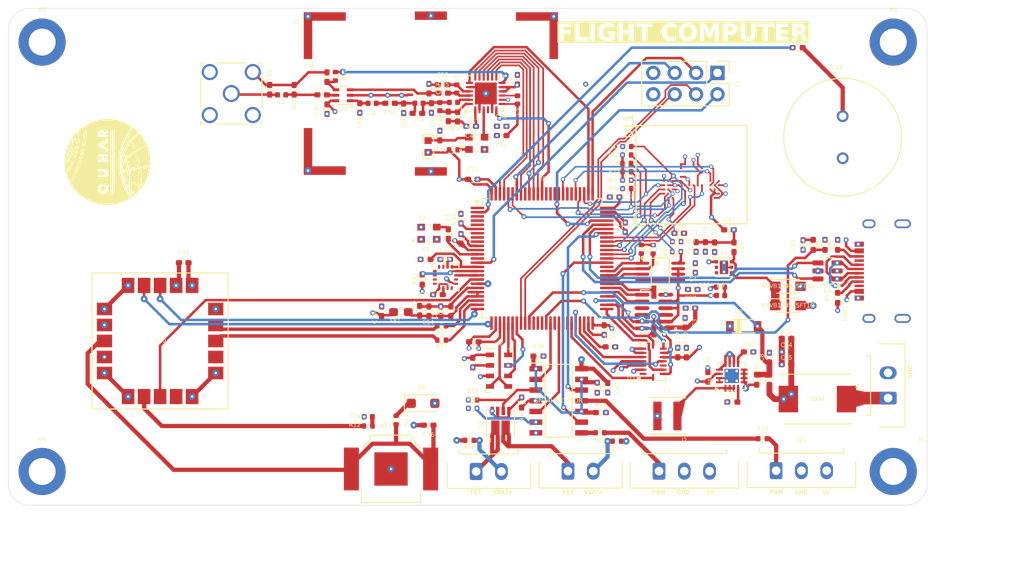
<source format=kicad_pcb>
(kicad_pcb (version 20241229) (generator "pcbnew") (generator_version "9.0")
  (layers (0 "F.Cu" signal) (4 "In1.Cu" signal) (6 "In2.Cu" signal) (2 "B.Cu" signal) (13 "F.Paste" user) (15 "B.Paste" user) (5 "F.SilkS" user "F.Silkscreen") (7 "B.SilkS" user "B.Silkscreen") (1 "F.Mask" user) (3 "B.Mask" user) (25 "Edge.Cuts" user))
  (net 0 "")
  (net 1 "Backup")
  (net 2 "VBAT-")
  (net 3 "+3.3V")
  (net 4 "VREF+")
  (net 5 "BAT_LEVEL")
  (net 6 "+5V")
  (net 7 "VBAT+")
  (net 8 "Net-(U1-SS{slash}TR)")
  (net 9 "VBUS")
  (net 10 "Net-(D3-K)")
  (net 11 "HSE_IN")
  (net 12 "Net-(X2-OUTPUT)")
  (net 13 "Net-(U5-VCAP)")
  (net 14 "Net-(U9-CAP)")
  (net 15 "Net-(Y1-VDD)")
  (net 16 "Net-(U12-CTRL)")
  (net 17 "Net-(U12-RFC)")
  (net 18 "Net-(C44-Pad1)")
  (net 19 "Net-(U13-VREG)")
  (net 20 "Net-(C49-Pad2)")
  (net 21 "Net-(U13-VR_PA)")
  (net 22 "Net-(U13-RFI_P)")
  (net 23 "Net-(C53-Pad1)")
  (net 24 "Net-(C54-Pad2)")
  (net 25 "RF2")
  (net 26 "Net-(U13-RFI_N)")
  (net 27 "Net-(C58-Pad2)")
  (net 28 "RF1")
  (net 29 "Net-(D1-A)")
  (net 30 "Net-(D5-A)")
  (net 31 "Net-(D6-K)")
  (net 32 "Net-(D9-A)")
  (net 33 "PWM_B")
  (net 34 "/PWM_PD")
  (net 35 "PWM_C")
  (net 36 "PWM_A")
  (net 37 "PYRO_A")
  (net 38 "PYRO_B")
  (net 39 "SERVO_C")
  (net 40 "SERVO_A")
  (net 41 "PWM_D")
  (net 42 "Net-(J2-Pin_1)")
  (net 43 "BOOT0")
  (net 44 "nRST")
  (net 45 "COMPANION_RX")
  (net 46 "COMPANION_TX")
  (net 47 "SWCLK")
  (net 48 "SWDIO")
  (net 49 "Net-(J7-Pin_1)")
  (net 50 "Net-(J7-Pin_2)")
  (net 51 "Net-(J8-Pin_1)")
  (net 52 "Net-(J8-Pin_2)")
  (net 53 "Net-(J10-Pin_1)")
  (net 54 "Net-(L1-Pad2)")
  (net 55 "Net-(U13-DCC_SW)")
  (net 56 "Net-(U13-RFO)")
  (net 57 "Net-(LS1-Pad1)")
  (net 58 "MMC5983MA_SCL")
  (net 59 "Net-(U1-PG)")
  (net 60 "Net-(USB1-CC1)")
  (net 61 "Net-(USB1-CC2)")
  (net 62 "BCD")
  (net 63 "TMP275_SDA")
  (net 64 "TMP275_SCL")
  (net 65 "MMC5983MA_SDA")
  (net 66 "PPS")
  (net 67 "Net-(U10-RXD)")
  (net 68 "GNSS_RX")
  (net 69 "Net-(U10-TXD)")
  (net 70 "GNSS_TX")
  (net 71 "EMMC_DAT7")
  (net 72 "EMMC_DAT6")
  (net 73 "EMMC_DAT5")
  (net 74 "PWM_Buzzer")
  (net 75 "EMMC_DAT4")
  (net 76 "EMMC_DAT3")
  (net 77 "EMMC_DAT2")
  (net 78 "EMMC_DAT1")
  (net 79 "EMMC_DAT0")
  (net 80 "Net-(Y1-TRI-STATE)")
  (net 81 "ANT_SW")
  (net 82 "BMI088_GYRO_CS")
  (net 83 "ADXL375_SDO")
  (net 84 "BMI088_ACCEL_CS")
  (net 86 "ADXL375_SDI")
  (net 87 "ADXL375_SCLK")
  (net 88 "BMI088_GYRO_INT")
  (net 89 "BMI088_ACCEL_INT")
  (net 93 "D+")
  (net 94 "USB_DN")
  (net 95 "D-")
  (net 96 "USB_DP")
  (net 97 "SX1262_DIO2")
  (net 101 "MS5607_MOSI")
  (net 102 "EMMC_RSTN")
  (net 103 "HSE_OUT")
  (net 107 "MS5607_NSS")
  (net 108 "GNSS_SafeBoot")
  (net 109 "SX1262_SCK")
  (net 110 "GNSS_Reset")
  (net 111 "SX1262_RST")
  (net 113 "SX1262_MISO")
  (net 114 "MS5607_SCLK")
  (net 116 "ADXL375_INT2")
  (net 117 "MMC5983MA_INT")
  (net 118 "ADXL375_CS")
  (net 122 "SX1262_NSS")
  (net 123 "EMMC_CLK")
  (net 127 "GNSS_INT")
  (net 128 "TMP275_ALERT")
  (net 129 "SX1262_DIO1")
  (net 132 "SX1262_DIO3")
  (net 136 "EMMC_CMD")
  (net 137 "MS5607_MISO")
  (net 138 "SX1262_BUSY")
  (net 139 "SX1262_MOSI")
  (net 140 "EMMC_DATASTROBE")
  (net 141 "ADXL375_INT1")
  (net 156 "XTA")
  (net 160 "Net-(U11-VDDI)")
  (footprint "Samacsys:DIOM7959X262N" (layer "F.Cu") (at 191 105.4)
    (property "Reference" "D1")
    (property "Value" "SS34")
  )
  (footprint "Additional:BAT_3098" (layer "F.Cu") (at 140.4 113.7)
    (property "Reference" "BT1")
    (property "Value" "3098" (hide yes))
  )
  (footprint "Samacsys:SOIC127P600X175-14N" (layer "F.Cu") (at 160.3 105.6)
    (property "Reference" "IC1")
    (property "Value" "SN74HCT125DR")
  )
  (footprint "Resistor_SMD:R_0402_1005Metric" (layer "F.Cu") (at 168.4 75.4)
    (property "Reference" "R19")
    (property "Value" "10K" (hide yes))
  )
  (footprint "EasyEDA:LGA-14_L5.0-W3.0-P0.80-BL" (layer "F.Cu") (at 171.59 95 90)
    (property "Reference" "U6")
    (property "Value" "ADXL375BCCZ-RL7" (hide yes))
  )
  (footprint "Diode_SMD:D_SOD-123F" (layer "F.Cu") (at 144.2 105.9)
    (property "Reference" "D6")
    (property "Value" "0.5A/40V" (hide yes))
  )
  (footprint "Resistor_SMD:R_0402_1005Metric" (layer "F.Cu") (at 146.4 96.7 180)
    (property "Reference" "R14")
    (property "Value" "470R" (hide yes))
  )
  (footprint "Capacitor_SMD:C_0402_1005Metric_Pad0.74x0.62mm_HandSolder" (layer "F.Cu") (at 178.8 87.3675 -90)
    (property "Reference" "C26")
    (property "Value" "2.2uF" (hide yes))
  )
  (footprint "Resistor_SMD:R_0402_1005Metric" (layer "F.Cu") (at 174.3 86.7 180)
    (property "Reference" "R30")
    (property "Value" "10K" (hide yes))
  )
  (footprint "Inductor_SMD:L_0402_1005Metric" (layer "F.Cu") (at 155.4 69.8625 90)
    (property "Reference" "L3")
    (property "Value" "15nH" (hide yes))
  )
  (footprint "Capacitor_SMD:C_0402_1005Metric_Pad0.74x0.62mm_HandSolder" (layer "F.Cu") (at 132.8 70.9625 90)
    (property "Reference" "C40")
    (property "Value" "10nF" (hide yes))
  )
  (footprint "Resistor_SMD:R_0402_1005Metric" (layer "F.Cu") (at 174.29 87.9 180)
    (property "Reference" "R29")
    (property "Value" "10K" (hide yes))
  )
  (footprint "Inductor_SMD:L_0402_1005Metric" (layer "F.Cu") (at 138.165 70.27 180)
    (property "Reference" "L8")
    (property "Value" "4.7nH" (hide yes))
  )
  (footprint "Resistor_SMD:R_0402_1005Metric" (layer "F.Cu") (at 165.19 109.4)
    (property "Reference" "R25")
    (property "Value" "5R" (hide yes))
  )
  (footprint "Capacitor_SMD:C_0402_1005Metric_Pad0.74x0.62mm_HandSolder" (layer "F.Cu") (at 146.6 69.0625 180)
    (property "Reference" "C55")
    (property "Value" "2.4pF" (hide yes))
  )
  (footprint "Capacitor_SMD:C_0402_1005Metric_Pad0.74x0.62mm_HandSolder" (layer "F.Cu") (at 175.45 99.88 90)
    (property "Reference" "C30")
    (property "Value" "100nF" (hide yes))
  )
  (footprint "Capacitor_SMD:C_0402_1005Metric_Pad0.74x0.62mm_HandSolder" (layer "F.Cu") (at 148.7 86.3675 90)
    (property "Reference" "C9")
    (property "Value" "100nF" (hide yes))
  )
  (footprint "EasyEDA:L0603" (layer "F.Cu") (at 144.8 75.4 -90)
    (property "Reference" "FB2")
    (property "Value" "BLM18AG601SH1D" (hide yes))
  )
  (footprint "Resistor_SMD:R_0402_1005Metric_Pad0.72x0.64mm_HandSolder" (layer "F.Cu") (at 193.4 87.08 90)
    (property "Reference" "R6")
    (property "Value" "5.1k" (hide yes))
  )
  (footprint "Resistor_SMD:R_0402_1005Metric_Pad0.72x0.64mm_HandSolder" (layer "F.Cu") (at 191.9 87.0775 90)
    (property "Reference" "R8")
    (property "Value" "22k" (hide yes))
  )
  (footprint "Inductor_SMD:L_0402_1005Metric" (layer "F.Cu") (at 127.415 69.2625 180)
    (property "Reference" "L2")
    (property "Value" "9.1nH" (hide yes))
  )
  (footprint "Capacitor_SMD:C_0402_1005Metric_Pad0.74x0.62mm_HandSolder" (layer "F.Cu") (at 139.29 94.97 90)
    (property "Reference" "C19")
    (property "Value" "1uF" (hide yes))
  )
  (footprint "Capacitor_SMD:C_0402_1005Metric_Pad0.74x0.62mm_HandSolder" (layer "F.Cu") (at 128.9 68.6625 -90)
    (property "Reference" "C46")
    (property "Value" "3.3pF" (hide yes))
  )
  (footprint "Package_QFP:LQFP-100_14x14mm_P0.5mm" (layer "F.Cu") (at 158.325 88.7)
    (property "Reference" "U5")
    (property "Value" "STM32U575VGTx" (hide yes))
  )
  (footprint "EasyEDA:LGA-16_L3.0-W3.0-P0.50-BL_SQ" (layer "F.Cu") (at 146.86 90.95 180)
    (property "Reference" "U9")
    (property "Value" "MMC5983MA" (hide yes))
  )
  (footprint "Capacitor_SMD:C_0402_1005Metric_Pad0.74x0.62mm_HandSolder" (layer "F.Cu") (at 176.6 87.3325 90)
    (property "Reference" "C1")
    (property "Value" "10uF" (hide yes))
  )
  (footprint "Capacitor_SMD:C_0402_1005Metric_Pad0.74x0.62mm_HandSolder" (layer "F.Cu") (at 141.9 70.8625 -90)
    (property "Reference" "C56")
    (property "Value" "5.6pF" (hide yes))
  )
  (footprint "Resistor_SMD:R_0402_1005Metric_Pad0.72x0.64mm_HandSolder" (layer "F.Cu") (at 188.6525 63.66)
    (property "Reference" "R23")
    (property "Value" "1K" (hide yes))
  )
  (footprint "LOGO" (layer "F.Cu") (at 106.75 77.25 90)
    (property "Reference" "LOGO" (hide yes))
    (property "Value" "LOGO" (hide yes))
  )
  (footprint "Capacitor_SMD:C_0402_1005Metric_Pad0.74x0.62mm_HandSolder" (layer "F.Cu") (at 146.3 94.9675 90)
    (property "Reference" "C2")
    (property "Value" "100nF" (hide yes))
  )
  (footprint "Samacsys:SODFL3616X98N" (layer "F.Cu") (at 187.5 94.3)
    (property "Reference" "D3")
    (property "Value" "NRVB120VLSFT1G")
  )
  (footprint "Package_DFN_QFN:QFN-24-1EP_4x4mm_P0.5mm_EP2.6x2.6mm" (layer "F.Cu") (at 151.65 69.1 90)
    (property "Reference" "U13")
    (property "Value" "SX1262IMLTRT" (hide yes))
  )
  (footprint "Package_SON:WSON-6-1EP_2x2mm_P0.65mm_EP1x1.6mm_ThermalVias" (layer "F.Cu") (at 179.9125 89.75)
    (property "Reference" "U3")
    (property "Value" "LP5912Q3.3DRVRQ1" (hide yes))
  )
  (footprint "Inductor_SMD:L_0603_1608Metric_Pad1.05x0.95mm_HandSolder" (layer "F.Cu") (at 141.575 95.0675)
    (property "Reference" "FB1")
    (property "Value" "100R" (hide yes))
  )
  (footprint "Resistor_SMD:R_0402_1005Metric" (layer "F.Cu") (at 168.39 80.4)
    (property "Reference" "R21")
    (property "Value" "10K" (hide yes))
  )
  (footprint "Additional:SAM-M10Q_UBL" (layer "F.Cu") (at 112.999998 98.499999)
    (property "Reference" "U10")
    (property "Value" "SAM-M10Q-00B" (hide yes))
  )
  (footprint "Capacitor_SMD:C_0402_1005Metric_Pad0.74x0.62mm_HandSolder" (layer "F.Cu") (at 150.2325 98.6 180)
    (property "Reference" "C10")
    (property "Value" "100nF" (hide yes))
  )
  (footprint "Capacitor_SMD:C_0402_1005Metric_Pad0.74x0.62mm_HandSolder" (layer "F.Cu") (at 187.3325 98.2)
    (property "Reference" "C18")
    (property "Value" "10uF" (hide yes))
  )
  (footprint "Package_LGA:LGA-8_3x5mm_P1.25mm" (layer "F.Cu") (at 153.225 102.025)
    (property "Reference" "U8")
    (property "Value" "MS5607-02BA" (hide yes))
  )
  (footprint "Additional:OSC_ECS-TXO-2520-33-320-AN-TR" (layer "F.Cu") (at 144.9 85.7)
    (property "Reference" "X2")
    (property "Value" "ECS-TXO-32CSMV-320-AN-TR" (hide yes))
  )
  (footprint "Capacitor_SMD:C_0402_1005Metric_Pad0.74x0.62mm_HandSolder" (layer "F.Cu") (at 143.5325 71.4625 180)
    (property "Reference" "C54")
    (property "Value" "3.0pF" (hide yes))
  )
  (footprint "Resistor_SMD:R_0402_1005Metric" (layer "F.Cu") (at 168.37 77.4)
    (property "Reference" "R26")
    (property "Value" "10K" (hide yes))
  )
  (footprint "EasyEDA:SC-70-6_L2.2-W1.3-P0.65-LS2.1-BL" (layer "F.Cu") (at 134.7 69.3125 90)
    (property "Reference" "U12")
    (property "Value" "PE4259-63" (hide yes))
  )
  (footprint "Resistor_SMD:R_0402_1005Metric" (layer "F.Cu") (at 137.7 108.6)
    (property "Reference" "R12")
    (property "Value" "1k" (hide yes))
  )
  (footprint "Capacitor_SMD:C_0402_1005Metric_Pad0.74x0.62mm_HandSolder" (layer "F.Cu") (at 153.5325 74.1 180)
    (property "Reference" "C48")
    (property "Value" "470nF" (hide yes))
  )
  (footprint "Inductor_SMD:L_Coilcraft_XxL4020" (layer "F.Cu") (at 173.2 107.4)
    (property "Reference" "L1")
    (property "Value" "2.2uH" (hide yes))
  )
  (footprint "Additional:AMPHENOL_10172013-00011LF" (layer "F.Cu") (at 201.1125 90.2 90)
    (property "Reference" "USB1")
    (property "Value" "10172013-00011LF" (hide yes))
  )
  (footprint "Capacitor_SMD:C_0402_1005Metric_Pad0.74x0.62mm_HandSolder" (layer "F.Cu") (at 150.1 79.3)
    (property "Reference" "C15")
    (property "Value" "100nF" (hide yes))
  )
  (footprint "Resistor_SMD:R_0402_1005Metric_Pad0.72x0.64mm_HandSolder" (layer "F.Cu") (at 190.5 87.0825 -90)
    (property "Reference" "R7")
    (property "Value" "10k" (hide yes))
  )
  (footprint "EasyEDA:VSSOP-8_L3.0-W3.0-P0.65-LS5.0-BL" (layer "F.Cu") (at 172.35 90.24 -90)
    (property "Reference" "U7")
    (property "Value" "TMP275AIDGKR VSSOP8" (hide yes))
  )
  (footprint "Capacitor_SMD:C_0402_1005Metric_Pad0.74x0.62mm_HandSolder" (layer "F.Cu") (at 132.2325 69.2625)
    (property "Reference" "C44")
    (property "Value" "39pF" (hide yes))
  )
  (footprint "Capacitor_SMD:C_0402_1005Metric_Pad0.74x0.62mm_HandSolder" (layer "F.Cu") (at 140.2875 70.2625 180)
    (property "Reference" "C58")
    (property "Value" "39pF" (hide yes))
  )
  (footprint "Capacitor_SMD:C_0402_1005Metric_Pad0.74x0.62mm_HandSolder" (layer "F.Cu") (at 146.8325 88.8)
    (property "Reference" "C31")
    (property "Value" "1uF" (hide yes))
  )
  (footprint "Capacitor_SMD:C_0402_1005Metric_Pad0.74x0.62mm_HandSolder" (layer "F.Cu") (at 187.3325 99.8)
    (property "Reference" "C24")
    (property "Value" "100uF" (hide yes))
  )
  (footprint "Capacitor_SMD:C_0402_1005Metric_Pad0.74x0.62mm_HandSolder" (layer "F.Cu") (at 148.7 83.9675 90)
    (property "Reference" "C12")
    (property "Value" "100nF" (hide yes))
  )
  (footprint "Capacitor_SMD:C_0402_1005Metric_Pad0.74x0.62mm_HandSolder" (layer "F.Cu") (at 189.3 87.1 90)
    (property "Reference" "C21")
    (property "Value" "10uF" (hide yes))
  )
  (footprint "Resistor_SMD:R_0402_1005Metric" (layer "F.Cu") (at 171.5 87.61 -90)
    (property "Reference" "R10")
    (property "Value" "2.7k" (hide yes))
  )
  (footprint "Capacitor_SMD:C_0402_1005Metric_Pad0.74x0.62mm_HandSolder" (layer "F.Cu") (at 176.21 92.38)
    (property "Reference" "C4")
    (property "Value" "100nF" (hide yes))
  )
  (footprint "Connector_Molex:Molex_Micro-Fit_3.0_43650-0215_1x02_P3.00mm_Vertical" (layer "F.Cu") (at 150.5 114)
    (property "Reference" "J8")
    (property "Value" "Conn_01x02_Socket" (hide yes))
  )
  (footprint "Capacitor_SMD:C_0402_1005Metric_Pad0.74x0.62mm_HandSolder" (layer "F.Cu") (at 166.12 104.06 -90)
    (property "Reference" "C47")
    (property "Value" "100uF" (hide yes))
  )
  (footprint "Resistor_SMD:R_0402_1005Metric_Pad0.72x0.64mm_HandSolder" (layer "F.Cu") (at 157.8975 100.3)
    (property "Reference" "R36")
    (property "Value" "470R" (hide yes))
  )
  (footprint "Additional:CONN_RF2-04A-T-00-50-G_ADM" (layer "F.Cu") (at 121.4473 69.1098)
    (property "Reference" "J3")
    (property "Value" "RF2-04A-T-00-50-G" (hide yes))
  )
  (footprint "Connector_Molex:Molex_Micro-Fit_3.0_43650-0315_1x03_P3.00mm_Vertical" (layer "F.Cu") (at 186.1 113.9)
    (property "Reference" "J10")
    (property "Value" "Conn_01x03_Socket" (hide yes))
  )
  (footprint "Capacitor_SMD:C_0402_1005Metric_Pad0.74x0.62mm_HandSolder" (layer "F.Cu") (at 150.1 101.0675 90)
    (property "Reference" "C32")
    (property "Value" "100nF" (hide yes))
  )
  (footprint "Resistor_SMD:R_0402_1005Metric" (layer "F.Cu") (at 168.39 79.4)
    (property "Reference" "R20")
    (property "Value" "10K" (hide yes))
  )
  (footprint "Capacitor_SMD:C_0402_1005Metric_Pad0.74x0.62mm_HandSolder" (layer "F.Cu") (at 174.6 85.7 180)
    (property "Reference" "C38")
    (property "Value" "0.1uF" (hide yes))
  )
  (footprint "Capacitor_SMD:C_0402_1005Metric_Pad0.74x0.62mm_HandSolder" (layer "F.Cu") (at 181.1 87.3675 90)
    (property "Reference" "C22")
    (property "Value" "100uF" (hide yes))
  )
  (footprint "Resistor_SMD:R_0402_1005Metric_Pad0.72x0.64mm_HandSolder" (layer "F.Cu") (at 180.9025 105.75)
    (property "Reference" "R4")
    (property "Value" "100k" (hide yes))
  )
  (footprint "LED_SMD:LED_0402_1005Metric" (layer "F.Cu") (at 179.515 93.1)
    (property "Reference" "D9")
    (property "Value" "LED" (hide yes))
  )
  (footprint "Capacitor_SMD:C_0402_1005Metric_Pad0.74x0.62mm_HandSolder" (layer "F.Cu") (at 147.2 71.83 -90)
    (property "Reference" "C50")
    (property "Value" "47nF" (hide yes))
  )
  (footprint "Capacitor_SMD:C_0402_1005Metric_Pad0.74x0.62mm_HandSolder" (layer "F.Cu") (at 147.2 85.8 90)
    (property "Reference" "C23")
    (property "Value" "10nF" (hide yes))
  )
  (footprint "Capacitor_SMD:C_0402_1005Metric_Pad0.74x0.62mm_HandSolder" (layer "F.Cu") (at 153.5325 73)
    (property "Reference" "C43")
    (property "Value" "100nF" (hide yes))
  )
  (footprint "Capacitor_SMD:C_0402_1005Metric_Pad0.74x0.62mm_HandSolder" (layer "F.Cu") (at 166.4325 99.2)
    (property "Reference" "C28")
    (property "Value" "4.7uF" (hide yes))
  )
  (footprint "Capacitor_SMD:C_0402_1005Metric_Pad0.74x0.62mm_HandSolder" (layer "F.Cu") (at 132.8 67.1625 -90)
    (property "Reference" "C42")
    (property "Value" "1nF" (hide yes))
  )
  (footprint "Resistor_SMD:R_0402_1005Metric" (layer "F.Cu") (at 168.39 78.4)
    (property "Reference" "R27")
    (property "Value" "10K" (hide yes))
  )
  (footprint "Resistor_SMD:R_0402_1005Metric" (layer "F.Cu") (at 170.1 87.6 -90)
    (property "Reference" "R9")
    (property "Value" "2.7k" (hide yes))
  )
  (footprint "Capacitor_SMD:C_0402_1005Metric_Pad0.74x0.62mm_HandSolder" (layer "F.Cu") (at 146.2 74.1 90)
    (property "Reference" "C39")
    (property "Value" "10nF" (hide yes))
  )
  (footprint "Capacitor_SMD:C_0402_1005Metric_Pad0.74x0.62mm_HandSolder" (layer "F.Cu") (at 165.7 97.2 -90)
    (property "Reference" "C5")
    (property "Value" "100nF" (hide yes))
  )
  (footprint "Capacitor_SMD:C_0402_1005Metric_Pad0.74x0.62mm_HandSolder" (layer "F.Cu") (at 149.9125 73 180)
    (property "Reference" "C45")
    (property "Value" "10nF" (hide yes))
  )
  (footprint "EasyEDA:LGA-16_L4.5-W3.0-P0.50-BL" (layer "F.Cu") (at 171.5 100.91)
    (property "Reference" "U2")
    (property "Value" "BMI088" (hide yes))
  )
  (footprint "Capacitor_SMD:C_0402_1005Metric_Pad0.74x0.62mm_HandSolder" (layer "F.Cu") (at 148.3 71.8625 -90)
    (property "Reference" "C51")
    (property "Value" "47nF" (hide yes))
  )
  (footprint "Resistor_SMD:R_0402_1005Metric" (layer "F.Cu") (at 150.09 105.5)
    (property "Reference" "R39")
    (property "Value" "3.3K" (hide yes))
  )
  (footprint "Additional:OSC_ECS-TXO-2520-33-320-AN-TR" (layer "F.Cu") (at 150.575 75.025)
    (property "Reference" "Y1")
    (property "Value" "32 MHz TCXO" (hide yes))
  )
  (footprint "Resistor_SMD:R_0402_1005Metric" (layer "F.Cu") (at 133.8 67.0625 -90)
    (property "Reference" "R32")
    (property "Value" "100R" (hide yes))
  )
  (footprint "MountingHole:MountingHole_3.2mm_M3_DIN965_Pad" (layer "F.Cu") (at 200 63)
    (property "Reference" "H3")
    (property "Value" "MountingHole" (hide yes))
  )
  (footprint "Capacitor_SMD:C_0402_1005Metric_Pad0.74x0.62mm_HandSolder" (layer "F.Cu") (at 166.9325 81.4)
    (property "Reference" "C17")
    (property "Value" "100nF" (hide yes))
  )
  (footprint "Resistor_SMD:R_0402_1005Metric_Pad0.72x0.64mm_HandSolder" (layer "F.Cu") (at 193.4 93.3775 90)
    (property "Reference" "R5")
    (property "Value" "5.1k" (hide yes))
  )
  (footprint "Connector_Molex:Molex_Micro-Fit_3.0_43650-0215_1x02_P3.00mm_Vertical" (layer "F.Cu") (at 161.4 113.96)
    (property "Reference" "J7")
    (property "Value" "Conn_01x02_Socket" (hide yes))
  )
  (footprint "Additional:SOD3716X135N" (layer "F.Cu") (at 182.25 96.75)
    (property "Reference" "D2")
    (property "Value" "MMSZ4683T1G" (hide yes))
  )
  (footprint "Resistor_SMD:R_0402_1005Metric" (layer "F.Cu") (at 179.49 92.1)
    (property "Reference" "R22")
    (property "Value" "1k" (hide yes))
  )
  (footprint "Capacitor_SMD:C_0402_1005Metric_Pad0.74x0.62mm_HandSolder" (layer "F.Cu") (at 146.5325 68.0625)
    (property "Reference" "C52")
    (property "Value" "1.8pF" (hide yes))
  )
  (footprint "Capacitor_SMD:C_0402_1005Metric_Pad0.74x0.62mm_HandSolder" (layer "F.Cu") (at 180.5 85.3)
    (property "Reference" "C37")
    (property "Value" "100nF" (hide yes))
  )
  (footprint "MountingHole:MountingHole_3.2mm_M3_DIN965_Pad" (layer "F.Cu") (at 200 114)
    (property "Reference" "H1")
    (property "Value" "MountingHole" (hide yes))
  )
  (footprint "MountingHole:MountingHole_3.2mm_M3_DIN965_Pad" (layer "F.Cu") (at 99 114)
    (property "Reference" "H4")
    (property "Value" "MountingHole" (hide yes))
  )
  (footprint "Inductor_SMD:L_0402_1005Metric" (layer "F.Cu") (at 148.2 68.5625 -90)
    (property "Reference" "L6")
    (property "Value" "15nH" (hide yes))
  )
  (footprint "Capacitor_SMD:C_0402_1005Metric_Pad0.74x0.62mm_HandSolder" (layer "F.Cu") (at 168.2 85 90)
    (property "Reference" "C7")
    (property "Value" "100nF" (hide yes))
  )
  (footprint "Additional:LAIRD_BMI-S-209-F" (layer "F.Cu") (at 145.13 69.11)
    (property "Reference" "J5")
    (property "Value" "BMI-S-209-F" (hide yes))
  )
  (footprint "MountingHole:MountingHole_3.2mm_M3_DIN965_Pad" (layer "F.Cu") (at 99 63)
    (property "Reference" "H2")
    (property "Value" "MountingHole" (hide yes))
  )
  (footprint "Connector_Molex:Molex_Micro-Fit_3.0_43650-0315_1x03_P3.00mm_Vertical" (layer "F.Cu") (at 172.2 113.96)
    (property "Reference" "J2")
    (property "Value" "Conn_01x03_Socket" (hide yes))
  )
  (footprint "Capacitor_SMD:C_0402_1005Metric_Pad0.74x0.62mm_HandSolder" (layer "F.Cu") (at 175.9325 94.6)
    (property "Reference" "C27")
    (property "Value" "100nF" (hide yes))
  )
  (footprint "Capacitor_SMD:C_0402_1005Metric_Pad0.74x0.62mm_HandSolder" (layer "F.Cu") (at 144.8675 108.5 180)
    (property "Reference" "C36")
    (property "Value" "1uF" (hide yes))
  )
  (footprint "LED_SMD:LED_0402_1005Metric" (layer "F.Cu") (at 137.7 107.5)
    (property "Reference" "D5")
    (property "Value" "LED" (hide yes))
  )
  (footprint "Capacitor_SMD:C_0402_1005Metric_Pad0.74x0.62mm_HandSolder" (layer "F.Cu") (at 147.5 94.9675 90)
    (property "Reference" "C6")
    (property "Value" "1uF" (hide yes))
  )
  (footprint "Capacitor_SMD:C_0402_1005Metric_Pad0.74x0.62mm_HandSolder" (layer "F.Cu") (at 126 68.6625 -90)
    (property "Reference" "C49")
    (property "Value" "3.3pF" (hide yes))
  )
  (footprint "Capacitor_SMD:C_0402_1005Metric_Pad0.74x0.62mm_HandSolder" (layer "F.Cu") (at 155.4 67.4675 90)
    (property "Reference" "C41")
    (property "Value" "1uF" (hide yes))
  )
  (footprint "Resistor_SMD:R_0402_1005Metric" (layer "F.Cu") (at 168.38 76.4)
    (property "Reference" "R28")
    (property "Value" "10K" (hide yes))
  )
  (footprint "Resistor_SMD:R_0402_1005Metric" (layer "F.Cu") (at 149.71 110.3)
    (property "Reference" "R18")
    (property "Value" "5R" (hide yes))
  )
  (footprint "Capacitor_SMD:C_0402_1005Metric_Pad0.74x0.62mm_HandSolder" (layer "F.Cu") (at 144.9 94.9675 90)
    (property "Reference" "C14")
    (property "Value" "1uF" (hide yes))
  )
  (footprint "Capacitor_SMD:C_0402_1005Metric_Pad0.74x0.62mm_HandSolder" (layer "F.Cu") (at 182.8325 99.8 180)
    (property "Reference" "C20")
    (property "Value" "3.3pF" (hide yes))
  )
  (footprint "Samacsys:SODFL3616X98N" (layer "F.Cu") (at 187.5 92)
    (property "Reference" "D4")
    (property "Value" "NRVB120VLSFT1G")
  )
  (footprint "Capacitor_SMD:C_0402_1005Metric_Pad0.74x0.62mm_HandSolder" (layer "F.Cu") (at 176.51 89.83 90)
    (property "Reference" "C33")
    (property "Value" "100nF" (hide yes))
  )
  (footprint "Capacitor_SMD:C_0402_1005Metric_Pad0.74x0.62mm_HandSolder" (layer "F.Cu") (at 178 102.75 -90)
    (property "Reference" "C13")
    (property "Value" "22uF" (hide yes))
  )
  (footprint "Resistor_SMD:R_0402_1005Metric" (layer "F.Cu") (at 147.8 75.8)
    (property "Reference" "R31")
    (property "Value" "10k" (hide yes))
  )
  (footprint "Resistor_SMD:R_0402_1005Metric_Pad0.72x0.64mm_HandSolder" (layer "F.Cu") (at 164.87 104.05 -90)
    (property "Reference" "R35")
    (property "Value" "470R" (hide yes))
  )
  (footprint "Resistor_SMD:R_0402_1005Metric" (layer "F.Cu") (at 184.49 110.1)
    (property "Reference" "R24")
    (property "Value" "5R" (hide yes))
  )
  (footprint "Package_TO_SOT_SMD:SOT-23-6" (layer "F.Cu") (at 192.2 90.18 180)
    (property "Reference" "U4")
    (property "Value" "USBLC6-2SC6" (hide yes))
  )
  (footprint "Resistor_SMD:R_0402_1005Metric_Pad0.72x0.64mm_HandSolder" (layer "F.Cu") (at 155.9 105.8 90)
    (property "Reference" "R38")
    (property "Value" "470R" (hide yes))
  )
  (footprint "EasyEDA:BGA-153_L13.0-W11.5-P0.50-TL_KLM8G1GEME-B041" (layer "F.Cu") (at 176.05 78.75 90)
    (property "Reference" "U11")
    (property "Value" "THGBMNG5D1LBAIT" (hide yes))
  )
  (footprint "Capacitor_SMD:C_0402_1005Metric_Pad0.74x0.62mm_HandSolder" (layer "F.Cu") (at 185.3 100.4675 -90)
    (property "Reference" "C8")
    (property "Value" "100nF" (hide yes))
  )
  (footprint "Resistor_SMD:R_0402_1005Metric" (layer "F.Cu") (at 167.21 110.4 180)
    (property "Reference" "R16")
    (property "Value" "5R" (hide yes))
  )
  (footprint "Additional:BUZZER_PS1440P02BT" (layer "F.Cu") (at 194 74.3)
    (property "Reference" "LS1")
    (property "Value" "PS1440P02BT" (hide yes))
  )
  (footprint "Capacitor_SMD:C_0402_1005Metric_Pad0.74x0.62mm_HandSolder" (layer "F.Cu") (at 115.8 89.2)
    (property "Reference" "C35")
    (property "Value" "1uF" (hide yes))
  )
  (footprint "Capacitor_SMD:C_0402_1005Metric_Pad0.74x0.62mm_HandSolder" (layer "F.Cu") (at 143.8 94.9 90)
    (property "Reference" "C11")
    (property "Value" "100nF" (hide yes))
  )
  (footprint "Package_DFN_QFN:VQFN-16-1EP_3x3mm_P0.5mm_EP1.68x1.68mm_ThermalVias" (layer "F.Cu") (at 180.8375 102.65 90)
    (property "Reference" "U1")
    (property "Value" "TPS62153" (hide yes))
  )
  (footprint "Inductor_SMD:L_0402_1005Metric" (layer "F.Cu") (at 146.2 70.6625 -90)
    (property "Reference" "L5")
    (property "Value" "47nH" (hide yes))
  )
  (footprint "Resistor_SMD:R_0402_1005Metric_Pad0.72x0.64mm_HandSolder" (layer "F.Cu") (at 185.3 103.1 90)
    (property "Reference" "R1")
    (property "Value" "10k" (hide yes))
  )
  (footprint "Capacitor_SMD:C_0402_1005Metric_Pad0.74x0.62mm_HandSolder" (layer "F.Cu") (at 187.3325 101.3)
    (property "Reference" "C25")
    (property "Value" "10uF" (hide yes))
  )
  (footprint "Resistor_SMD:R_0402_1005Metric" (layer "F.Cu") (at 141 107.89 -90)
    (property "Reference" "R13")
    (property "Value" "3.3k" (hide yes))
  )
  (footprint "Resistor_SMD:R_0402_1005Metric" (layer "F.Cu") (at 150.09 106.5)
    (property "Reference" "R15")
    (property "Value" "3.3K" (hide yes))
  )
  (footprint "Resistor_SMD:R_0402_1005Metric_Pad0.72x0.64mm_HandSolder" (layer "F.Cu") (at 144.5 88.8)
    (property "Reference" "R3")
    (property "Value" "2.7k" (hide yes))
  )
  (footprint "Connector_Molex:Molex_Micro-Fit_3.0_43650-0215_1x02_P3.00mm_Vertical" (layer "F.Cu") (at 199.3875 105.27825 90)
    (property "Reference" "J1")
    (property "Value" "Molex Microfit" (hide yes))
  )
  (footprint "Capacitor_SMD:C_0402_1005Metric_Pad0.74x0.62mm_HandSolder" (layer "F.Cu") (at 175.3 96.3325 -90)
    (property "Reference" "C3")
    (property "Value" "10uF" (hide yes))
  )
  (footprint "Inductor_SMD:L_0402_1005Metric" (layer "F.Cu") (at 143.715 70.2625 180)
    (property "Reference" "L7")
    (property "Value" "2.5nH" (hide yes))
  )
  (footprint "Inductor_SMD:L_0402_1005Metric" (layer "F.Cu") (at 147.815 70.1625 180)
    (property "Reference" "L4")
    (property "Value" "0R" (hide yes))
  )
  (footprint "Resistor_SMD:R_0402_1005Metric_Pad0.72x0.64mm_HandSolder" (layer "F.Cu") (at 183.8 103.1 -90)
    (property "Reference" "R2")
    (property "Value" "47k" (hide yes))
  )
  (footprint "Capacitor_SMD:C_0402_1005Metric_Pad0.74x0.62mm_HandSolder" (layer "F.Cu") (at 144.9 68.53 -90)
    (property "Reference" "C57")
    (property "Value" "2.4pF" (hide yes))
  )
  (footprint "Resistor_SMD:R_0402_1005Metric_Pad0.72x0.64mm_HandSolder" (layer "F.Cu") (at 165.3025 107)
    (property "Reference" "R37")
    (property "Value" "470R" (hide yes))
  )
  (footprint "Connector_PinHeader_2.54mm:PinHeader_2x04_P2.54mm_Vertical" (layer "F.Cu") (at 179.14 66.66 -90)
    (property "Reference" "J4")
    (property "Value" "Conn_02x04_Counter_Clockwise" (hide yes))
  )
  (footprint "Capacitor_SMD:C_0402_1005Metric_Pad0.74x0.62mm_HandSolder" (layer "F.Cu") (at 177.7 87.3325 -90)
    (property "Reference" "C16")
    (property "Value" "100uF" (hide yes))
  )
  (footprint "Capacitor_SMD:C_0402_1005Metric_Pad0.74x0.62mm_HandSolder" (layer "F.Cu") (at 145.2 70.83 -90)
    (property "Reference" "C53")
    (property "Value" "5.6pF" (hide yes))
  )
  (footprint "Capacitor_SMD:C_0402_1005Metric_Pad0.74x0.62mm_HandSolder" (layer "F.Cu") (at 174.43 99.87 90)
    (property "Reference" "C29")
    (property "Value" "100nF" (hide yes))
  )
  (footprint "Additional:TRANS_SI7232DN-T1-GE3" (layer "F.Cu") (at 153.3925 108.2425 -90)
    (property "Reference" "Q4")
    (property "Value" "SI7232DN-T1-GE3" (hide yes))
  )
  (footprint "Resistor_SMD:R_0402_1005Metric_Pad0.72x0.64mm_HandSolder" (layer "F.Cu") (at 144.1 91.1975 -90)
    (property "Reference" "R11")
    (property "Value" "2.7k" (hide yes))
  )
  (footprint "Capacitor_SMD:C_0402_1005Metric_Pad0.74x0.62mm_HandSolder" (layer "F.Cu") (at 145.9675 93 180)
    (property "Reference" "C34")
    (property "Value" "10uF" (hide yes))
  )
  (footprint "Capacitor_SMD:C_0402_1005Metric_Pad0.74x0.62mm_HandSolder" (layer "F.Cu") (at 136.7 70.83 90)
    (property "Reference" "C59")
    (property "Value" "1.8pF" (hide yes))
  )
  (footprint "Resistor_SMD:R_0402_1005Metric" (layer "F.Cu") (at 146.4 98.4 180)
    (property "Reference" "R17")
    (property "Value" "470R" (hide yes))
  )
  (gr_line (start 201.5 118) (end 97.5 118) (stroke (width 0.05)) (layer "Edge.Cuts"))
  (gr_line (start 95 115.5) (end 95 61.5) (stroke (width 0.05)) (layer "Edge.Cuts"))
  (gr_line (start 97.5 59) (end 201.5 59) (stroke (width 0.05)) (layer "Edge.Cuts"))
  (gr_arc (start 95 61.5) (mid 95.732233 59.732233) (end 97.5 59) (stroke (width 0.05)) (layer "Edge.Cuts"))
  (gr_arc (start 201.5 59) (mid 203.267767 59.732233) (end 204 61.5) (stroke (width 0.05)) (layer "Edge.Cuts"))
  (gr_arc (start 97.5 118) (mid 95.732233 117.267767) (end 95 115.5) (stroke (width 0.05)) (layer "Edge.Cuts"))
  (gr_line (start 204 61.5) (end 204 115.5) (stroke (width 0.05)) (layer "Edge.Cuts"))
  (gr_arc (start 204 115.5) (mid 203.267767 117.267767) (end 201.5 118) (stroke (width 0.05)) (layer "Edge.Cuts"))
  (gr_text "FET" (at 149.75 116.75 0) (layer "F.SilkS") (effects (font (size 0.5 0.5) (thickness 0.1) (bold yes)) (justify left bottom)))
  (gr_text "GND" (at 188.25 116.75 0) (layer "F.SilkS") (effects (font (size 0.5 0.5) (thickness 0.1) (bold yes)) (justify left bottom)))
  (gr_text "FET" (at 160.75 116.75 0) (layer "F.SilkS") (effects (font (size 0.5 0.5) (thickness 0.1) (bold yes)) (justify left bottom)))
  (gr_text "PWM" (at 171.25 116.75 0) (layer "F.SilkS") (effects (font (size 0.5 0.5) (thickness 0.1) (bold yes)) (justify left bottom)))
  (gr_text "VBAT+" (at 163.25 116.75 0) (layer "F.SilkS") (effects (font (size 0.5 0.5) (thickness 0.1) (bold yes)) (justify left bottom)))
  (gr_text "VBAT+" (at 152.45 116.75 0) (layer "F.SilkS") (effects (font (size 0.5 0.5) (thickness 0.1) (bold yes)) (justify left bottom)))
  (gr_text "GND" (at 174.25 116.75 0) (layer "F.SilkS") (effects (font (size 0.5 0.5) (thickness 0.1) (bold yes)) (justify left bottom)))
  (gr_text "FLIGHT COMPUTER\n" (at 175 62 0) (layer "F.SilkS" knockout) (effects (font (size 2 2) (thickness 0.3) (bold yes))))
  (gr_text "5V" (at 177.75 116.75 0) (layer "F.SilkS") (effects (font (size 0.5 0.5) (thickness 0.1) (bold yes)) (justify left bottom)))
  (gr_text "GND" (at 202.25 103 90) (layer "F.SilkS") (effects (font (size 0.5 0.5) (thickness 0.1) (bold yes)) (justify left bottom)))
  (gr_text "PWM" (at 185.25 116.75 0) (layer "F.SilkS") (effects (font (size 0.5 0.5) (thickness 0.1) (bold yes)) (justify left bottom)))
  (gr_text "5V" (at 191.5 116.75 0) (layer "F.SilkS") (effects (font (size 0.5 0.5) (thickness 0.1) (bold yes)) (justify left bottom)))
  (segment (start 104.4 103.6) (end 114.6 113.8) (width 0.5) (layer "F.Cu") (net 1))
  (segment (start 140.9 110.7) (end 142.609249 110.7) (width 0.5) (layer "F.Cu") (net 1))
  (segment (start 145.435 113.365) (end 145.1 113.7) (width 0.5) (layer "F.Cu") (net 1))
  (segment (start 141 108.4) (end 141 110.6) (width 0.5) (layer "F.Cu") (net 1))
  (segment (start 135.7 113.2) (end 138.2 110.7) (width 0.5) (layer "F.Cu") (net 1))
  (segment (start 141 110.6) (end 140.9 110.7) (width 0.5) (layer "F.Cu") (net 1))
  (segment (start 106.399996 98.499999) (end 105.846995 98.499999) (width 0.5) (layer "F.Cu") (net 1))
  (segment (start 135.6 113.8) (end 135.7 113.7) (width 0.5) (layer "F.Cu") (net 1))
  (segment (start 142.609249 110.7) (end 145.1 113.190751) (width 0.5) (layer "F.Cu") (net 1))
  (segment (start 145.435 108.5) (end 145.435 113.365) (width 0.5) (layer "F.Cu") (net 1))
  (segment (start 104.4 99.946994) (end 104.4 103.6) (width 0.5) (layer "F.Cu") (net 1))
  (segment (start 114.6 113.8) (end 135.6 113.8) (width 0.5) (layer "F.Cu") (net 1))
  (segment (start 145.1 113.190751) (end 145.1 113.7) (width 0.5) (layer "F.Cu") (net 1))
  (segment (start 135.7 113.7) (end 135.7 113.2) (width 0.5) (layer "F.Cu") (net 1))
  (segment (start 105.846995 98.499999) (end 104.4 99.946994) (width 0.5) (layer "F.Cu") (net 1))
  (segment (start 138.2 110.7) (end 140.9 110.7) (width 0.5) (layer "F.Cu") (net 1))
  (segment (start 116.3675 89.2) (end 116.3675 91.467499) (width 0.5) (layer "F.Cu") (net 2))
  (segment (start 151.9 91.7) (end 150.65 91.7) (width 0.3) (layer "F.Cu") (net 2))
  (segment (start 148.7 85.8) (end 149.549 86.649) (width 0.3) (layer "F.Cu") (net 2))
  (segment (start 149.816176 87.2) (end 150.65 87.2) (width 0.3) (layer "F.Cu") (net 2))
  (segment (start 150.9 69.85) (end 151.65 69.1) (width 0.3) (layer "F.Cu") (net 2))
  (segment (start 178.765 86.765) (end 178.8 86.8) (width 0.3) (layer "F.Cu") (net 2))
  (segment (start 142.4 69.2625) (end 142.9 69.2625) (width 0.29937) (layer "F.Cu") (net 2))
  (segment (start 150.65 92.2) (end 149.453986 92.2) (width 0.3) (layer "F.Cu") (net 2))
  (segment (start 151.933824 79.3) (end 152.825 80.191176) (width 0.3) (layer "F.Cu") (net 2))
  (segment (start 176.3 77.669705) (end 177.130295 78.5) (width 0.2) (layer "F.Cu") (net 2))
  (segment (start 126 68.095) (end 125.5379 68.095) (width 0.3) (layer "F.Cu") (net 2))
  (segment (start 149.7125 68.35) (end 150.9 68.35) (width 0.29937) (layer "F.Cu") (net 2))
  (segment (start 179.671 81) (end 180.1 81) (width 0.2) (layer "F.Cu") (net 2))
  (segment (start 146.986 91.734) (end 146.16 91.734) (width 0.2) (layer "F.Cu") (net 2))
  (segment (start 128.9 68.095) (end 129.095 68.095) (width 0.3) (layer "F.Cu") (net 2))
  (segment (start 179.375 103.4) (end 179.375 102.9) (width 0.2) (layer "F.Cu") (net 2))
  (segment (start 175.6 79.3) (end 175.8 79.5) (width 0.2) (layer "F.Cu") (net 2))
  (segment (start 173 96.2) (end 173.674587 96.2) (width 0.3) (layer "F.Cu") (net 2))
  (segment (start 116.3675 91.467499) (end 116.799998 91.899997) (width 0.5) (layer "F.Cu") (net 2))
  (segment (start 174.48 93.505) (end 174.48 94.42) (width 0.3) (layer "F.Cu") (net 2))
  (segment (start 149.665 98.6) (end 149.665 99.365) (width 0.3) (layer "F.Cu") (net 2))
  (segment (start 152.825 96.375) (end 152.825 97.208824) (width 0.3) (layer "F.Cu") (net 2))
  (segment (start 154.3815 107.6035) (end 154.3825 107.6025) (width 0.3) (layer "F.Cu") (net 2))
  (segment (start 179.324674 81.5) (end 178.8 81.5) (width 0.2) (layer "F.Cu") (net 2))
  (segment (start 169.09 99.41) (end 169 99.5) (width 0.3) (layer "F.Cu") (net 2))
  (segment (start 178.8 80) (end 179.3 79.5) (width 0.15) (layer "F.Cu") (net 2))
  (segment (start 147.11 91.858) (end 146.986 91.734) (width 0.2) (layer "F.Cu") (net 2))
  (segment (start 181.1 86.8) (end 181.1 85.3325) (width 0.29937) (layer "F.Cu") (net 2))
  (segment (start 129.095 68.095) (end 130.595 66.595) (width 0.3) (layer "F.Cu") (net 2))
  (segment (start 135.54 69.3125) (end 138.01 69.3125) (width 0.29937) (layer "F.Cu") (net 2))
  (segment (start 147.11 92.21) (end 147.11 91.858) (width 0.2) (layer "F.Cu") (net 2))
  (segment (start 148.3 72.43) (end 148.775 72.43) (width 0.3) (layer "F.Cu") (net 2))
  (segment (start 154.3825 107.6025) (end 154.3825 106.8075) (width 0.3) (layer "F.Cu") (net 2))
  (segment (start 177.130295 78.5) (end 177.3 78.5) (width 0.2) (layer "F.Cu") (net 2))
  (segment (start 177.130295 78.5) (end 176.8 78.830295) (width 0.2) (layer "F.Cu") (net 2))
  (segment (start 180.8375 102.65) (end 180.5875 102.9) (width 0.2) (layer "F.Cu") (net 2))
  (segment (start 152.15 102.65) (end 151.1 102.65) (width 0.3) (layer "F.Cu") (net 2))
  (segment (start 176.8 78.830295) (end 176.8 80) (width 0.2) (layer "F.Cu") (net 2))
  (segment (start 173.674587 96.2) (end 174.48 95.394587) (width 0.3) (layer "F.Cu") (net 2))
  (segment (start 148.2675 72.3975) (end 148.3 72.43) (width 0.3) (layer "F.Cu") (net 2))
  (segment (start 165.7 97.7675) (end 164.383676 97.7675) (width 0.3) (layer "F.Cu") (net 2))
  (segment (start 151.1 102.65) (end 151 102.75) (width 0.3) (layer "F.Cu") (net 2))
  (segment (start 182.9025 103.6975) (end 182.5 104.1) (width 0.3) (layer "F.Cu") (net 2))
  (segment (start 174.48 90.57) (end 174.48 89.92) (width 0.3) (layer "F.Cu") (net 2))
  (segment (start 152.825 80.191176) (end 152.825 81.025) (width 0.3) (layer "F.Cu") (net 2))
  (segment (start 141.65 69.3125) (end 142.35 69.3125) (width 0.29937) (layer "F.Cu") (net 2))
  (segment (start 174.48 92.2) (end 174.48 93.1) (width 0.3) (layer "F.Cu") (net 2))
  (segment (start 138.01 69.3125) (end 140 69.3125) (width 0.29937) (layer "F.Cu") (net 2))
  (segment (start 148.775 72.43) (end 149.345 73) (width 0.3) (layer "F.Cu") (net 2))
  (segment (start 179.671 81) (end 179.671 81.153674) (width 0.2) (layer "F.Cu") (net 2))
  (segment (start 182.3 101.9) (end 182.3 102.4) (width 0.3) (layer "F.Cu") (net 2))
  (segment (start 150.335 101.4) (end 150.1 101.635) (width 0.3) (layer "F.Cu") (net 2))
  (segment (start 143.8675 94.4) (end 143.8 94.3325) (width 0.3) (layer "F.Cu") (net 2))
  (segment (start 178.8 86.8) (end 181.1 86.8) (width 0.3) (layer "F.Cu") (net 2))
  (segment (start 154.3825 106.72) (end 155.9 105.2025) (width 0.3) (layer "F.Cu") (net 2))
  (segment (start 178.3 93.1) (end 174.48 93.1) (width 0.3) (layer "F.Cu") (net 2))
  (segment (start 116.799998 105.100001) (end 119.6 102.299999) (width 0.5) (layer "F.Cu") (net 2))
  (segment (start 179.324674 80.5) (end 179.671 80.846326) (width 0.2) (layer "F.Cu") (net 2))
  (segment (start 145.965 68.0625) (end 145 68.0625) (width 0.29937) (layer "F.Cu") (net 2))
  (segment (start 182.3 102.4) (end 182.3 102.9) (width 0.3) (layer "F.Cu") (net 2))
  (segment (start 174.185 93.8) (end 173 93.8) (width 0.3) (layer "F.Cu") (net 2))
  (segment (start 130.595 66.595) (end 132.8 66.595) (width 0.3) (layer "F.Cu") (net 2))
  (segment (start 168.2 84.4) (end 167 83.2) (width 0.3) (layer "F.Cu") (net 2))
  (segment (start 153.0625 106.8075) (end 153.0625 107.4495) (width 0.3) (layer "F.Cu") (net 2))
  (segment (start 173.8 80.5) (end 174.2 80.5) (width 0.2) (layer "F.Cu") (net 2))
  (segment (start 167.790057 100.91) (end 166.75 101.950057) (width 0.3) (layer "F.Cu") (net 2))
  (segment (start 149.549 86.932824) (end 149.816176 87.2) (width 0.3) (layer "F.Cu") (net 2))
  (segment (start 142.35 69.3125) (end 142.4 69.2625) (width 0.29937) (layer "F.Cu") (net 2))
  (segment (start 174.48 95.394587) (end 174.48 94.42) (width 0.3) (layer "F.Cu") (net 2))
  (segment (start 174.8 79) (end 175.3 79) (width 0.2) (layer "F.Cu") (net 2))
  (segment (start 152.15 101.4) (end 150.335 101.4) (width 0.3) (layer "F.Cu") (net 2))
  (segment (start 144.3 108.5) (end 143.1 108.5) (width 0.5) (layer "F.Cu") (net 2))
  (segment (start 153.2165 107.6035) (end 154.3815 107.6035) (width 0.3) (layer "F.Cu") (net 2))
  (segment (start 170.3 99.41) (end 169.09 99.41) (width 0.3) (layer "F.Cu") (net 2))
  (segment (start 147.5 94.153986) (end 147.5 94.4) (width 0.3) (layer "F.Cu") (net 2))
  (segment (start 182.5 103.6) (end 182.5 104.1) (width 0.3) (layer "F.Cu") (net 2))
  (segment (start 179.671 80.846326) (end 179.671 81) (width 0.2) (layer "F.Cu") (net 2))
  (segment (start 174.48 94.42) (end 174.3 94.6) (width 0.3) (layer "F.Cu") (net 2))
  (segment (start 181.1 85.3325) (end 181.0675 85.3) (width 0.29937) (layer "F.Cu") (net 2))
  (segment (start 150.276 97.989) (end 149.665 98.6) (width 0.3) (layer "F.Cu") (net 2))
  (segment (start 144.9 94.4) (end 143.8675 94.4) (width 0.3) (layer "F.Cu") (net 2))
  (segment (start 164.383676 97.7675) (end 163.825 97.208824) (width 0.3) (layer "F.Cu") (net 2))
  (segment (start 193.4 93.975) (end 193.4 94.88) (width 0.3) (layer "F.Cu") (net 2))
  (segment (start 150.9 71.0375) (end 150.9 69.85) (width 0.3) (layer "F.Cu") (net 2))
  (segment (start 169.41 99.91) (end 169 99.5) (width 0.3) (layer "F.Cu") (net 2))
  (segment (start 183.8 103.6975) (end 182.9025 103.6975) (width 0.3) (layer "F.Cu") (net 2))
  (segment (start 169.39 101.91) (end 169.2 102.1) (width 0.3) (layer "F.Cu") (net 2))
  (segment (start 150.9 68.35) (end 151.65 69.1) (width 0.29937) (layer "F.Cu") (net 2))
  (segment (start 182.3 102.9) (end 182.3 103.4) (width 0.3) (layer "F.Cu") (net 2))
  (segment (start 146.11 92.21) (end 146.11 92.29) (width 0.3) (layer "F.Cu") (net 2))
  (segment (start 149.453986 92.2) (end 147.5 94.153986) (width 0.3) (layer "F.Cu") (net 2))
  (segment (start 146.11 92.29) (end 145.4 93) (width 0.3) (layer "F.Cu") (net 2))
  (segment (start 179.671 81.153674) (end 179.324674 81.5) (width 0.2) (layer "F.Cu") (net 2))
  (segment (start 167 83.2) (end 166 83.2) (width 0.3) (layer "F.Cu") (net 2))
  (segment (start 140 69.3125) (end 141.65 69.3125) (width 0.29937) (layer "F.Cu") (net 2))
  (segment (start 175.3 79) (end 175.6 79.3) (width 0.2) (layer "F.Cu") (net 2))
  (segment (start 152.4 69.85) (end 151.65 69.1) (width 0.3) (layer "F.Cu") (net 2))
  (segment (start 182.3 103.4) (end 182.5 103.6) (width 0.3) (layer "F.Cu") (net 2))
  (segment (start 149.665 99.365) (end 149.7 99.4) (width 0.3) (layer "F.Cu") (net 2))
  (segment (start 170.3 101.91) (end 169.39 101.91) (width 0.3) (layer "F.Cu") (net 2))
  (segment (start 125.5379 68.095) (end 124 66.5571) (width 0.3) (layer "F.Cu") (net 2))
  (segment (start 147.2 72.3975) (end 148.2675 72.3975) (width 0.3) (layer "F.Cu") (net 2))
  (segment (start 174.48 93.505) (end 174.185 93.8) (width 0.3) (layer "F.Cu") (net 2))
  (segment (start 126 68.095) (end 128.9 68.095) (width 0.3) (layer "F.Cu") (net 2))
  (segment (start 174.48 91.22) (end 174.48 90.57) (width 0.3) (layer "F.Cu") (net 2))
  (segment (start 180.5875 102.9) (end 179.375 102.9) (width 0.2) (layer "F.Cu") (net 2))
  (segment (start 178.8 80) (end 179.3 80.5) (width 0.15) (layer "F.Cu") (net 2))
  (segment (start 176.3 77.5) (end 176.3 77.669705) (width 0.2) (layer "F.Cu") (net 2))
  (segment (start 152.825 97.208824) (end 152.044824 97.989) (width 0.3) (layer "F.Cu") (net 2))
  (segment (start 152.044824 97.989) (end 150.276 97.989) (width 0.3) (layer "F.Cu") (net 2))
  (segment (start 186.765 99.8) (end 186.765 101.3) (width 0.7) (layer "F.Cu") (net 2))
  (segment (start 106.399996 94.699999) (end 109.199998 91.899997) (width 0.5) (layer "F.Cu") (net 2))
  (segment (start 154.3825 106.8075) (end 154.3825 106.72) (width 0.3) (layer "F.Cu") (net 2))
  (segment (start 170.3 100.91) (end 167.790057 100.91) (width 0.3) (layer "F.Cu") (net 2))
  (segment (start 166.75 101.950057) (end 166.75 102) (width 0.3) (layer "F.Cu") (net 2))
  (segment (start 146.16 91.734) (end 146.11 91.784) (width 0.2) (layer "F.Cu") (net 2))
  (segment (start 170.3 99.91) (end 169.41 99.91) (width 0.3) (layer "F.Cu") (net 2))
  (segment (start 145 68.0625) (end 144.9 67.9625) (width 0.29937) (layer "F.Cu") (net 2))
  (segment (start 152.4 71.0375) (end 152.4 69.85) (width 0.3) (layer "F.Cu") (net 2))
  (segment (start 146.3 94.4) (end 144.9 94.4) (width 0.3) (layer "F.Cu") (net 2))
  (segment (start 153.0625 107.4495) (end 153.2165 107.6035) (width 0.3) (layer "F.Cu") (net 2))
  (segment (start 174.48 93.1) (end 174.48 93.505) (width 0.3) (layer "F.Cu") (net 2))
  (segment (start 168.2 84.4325) (end 168.2 84.4) (width 0.3) (layer "F.Cu") (net 2))
  (segment (start 170.22 91.22) (end 174.48 91.22) (width 0.3) (layer "F.Cu") (net 2))
  (segment (start 172.8 79.5) (end 172.8 78.9) (width 0.2) (layer "F.Cu") (net 2))
  (segment (start 147.5 94.4) (end 146.3 94.4) (width 0.3) (layer "F.Cu") (net 2))
  (segment (start 174.3 94.6) (end 173 94.6) (width 0.3) (layer "F.Cu") (net 2))
  (segment (start 179.3 80.5) (end 179.324674 80.5) (width 0.2) (layer "F.Cu") (net 2))
  (segment (start 150.6675 79.3) (end 151.933824 79.3) (width 0.3) (layer "F.Cu") (net 2))
  (segment (start 177.7 86.765) (end 178.765 86.765) (width 0.3) (layer "F.Cu") (net 2))
  (segment (start 180.8 89.75) (end 179.9125 89.75) (width 0.2) (layer "F.Cu") (net 2))
  (segment (start 179.03 93.1) (end 178.3 93.1) (width 0.3) (layer "F.Cu") (net 2))
  (segment (start 149.549 86.649) (end 149.549 86.932824) (width 0.3) (layer "F.Cu") (net 2))
  (segment (start 176.6 86.765) (end 177.7 86.765) (width 0.3) (layer "F.Cu") (net 2))
  (segment (start 163.825 97.208824) (end 163.825 96.375) (width 0.3) (layer "F.Cu") (net 2))
  (segment (start 175.8 79.5) (end 175.8 80) (width 0.2) (layer "F.Cu") (net 2))
  (segment (start 174.48 91.22) (end 174.48 92.2) (width 0.3) (layer "F.Cu") (net 2))
  (segment (start 176.3 77.5) (end 176.3 77) (width 0.2) (layer "F.Cu") (net 2))
  (segment (start 109.199998 105.100001) (end 106.399996 102.299999) (width 0.5) (layer "F.Cu") (net 2))
  (segment (start 146.11 91.784) (end 146.11 92.21) (width 0.2) (layer "F.Cu") (net 2))
  (segment (start 186.765 98.2) (end 186.765 99.8) (width 0.7) (layer "F.Cu") (net 2))
  (segment (start 174.2 80.5) (end 174.4 80.7) (width 0.2) (layer "F.Cu") (net 2))
  (segment (start 153.5875 69.85) (end 154.2875 69.85) (width 0.2) (layer "F.Cu") (net 2))
  (via (at 175.365 94.6) (size 0.6) (drill 0.3) (layers "F.Cu" "B.Cu") (net 2))
  (via (at 145.4 93) (size 0.6) (drill 0.3) (layers "F.Cu" "B.Cu") (net 2))
  (via (at 109.199998 91.899997) (size 0.8) (drill 0.3) (layers "F.Cu" "B.Cu") (net 2))
  (via (at 143.1 108.5) (size 0.8) (drill 0.3) (layers "F.Cu" "B.Cu") (net 2))
  (via (at 166.12 104.6275) (size 0.6) (drill 0.3) (layers "F.Cu" "B.Cu") (net 2))
  (via (at 158.495 100.3) (size 0.6) (drill 0.3) (layers "F.Cu" "B.Cu") (net 2))
  (via (at 148.7 83.4) (size 0.6) (drill 0.3) (layers "F.Cu" "B.Cu") (net 2))
  (via (at 151.65 69.1) (size 0.8) (drill 0.3) (layers "F.Cu" "B.Cu") (net 2))
  (via (at 151.9 91.7) (size 0.8) (drill 0.3) (layers "F.Cu" "B.Cu") (net 2))
  (via (at 144.9 67.9625) (size 0.6) (drill 0.3) (layers "F.Cu" "B.Cu") (net 2))
  (via (at 176.3 77) (size 0.5) (drill 0.3) (layers "F.Cu" "B.Cu") (net 2))
  (via (at 119.6 102.299999) (size 0.8) (drill 0.3) (layers "F.Cu" "B.Cu") (net 2))
  (via (at 130.55 59.96) (size 0.8) (drill 0.3) (layers "F.Cu" "B.Cu") (net 2))
  (via (at 145.825 86.425) (size 0.6) (drill 0.3) (layers "F.Cu" "B.Cu") (net 2))
  (via (at 109.199998 105.100001) (size 0.8) (drill 0.3) (layers "F.Cu" "B.Cu") (net 2))
  (via (at 138.01 69.3125) (size 0.6) (drill 0.3) (layers "F.Cu" "B.Cu") (net 2))
  (via (at 140 69.3125) (size 0.6) (drill 0.3) (layers "F.Cu" "B.Cu") (net 2))
  (via (at 151 102.75) (size 0.6) (drill 0.3) (layers "F.Cu" "B.Cu") (net 2))
  (via (at 166.365 81.4) (size 0.6) (drill 0.3) (layers "F.Cu" "B.Cu") (net 2))
  (via (at 143.975 86.425) (size 0.6) (drill 0.3) (layers "F.Cu" "B.Cu") (net 2))
  (via (at 151.5 75.75) (size 0.6) (drill 0.3) (layers "F.Cu" "B.Cu") (net 2))
  (via (at 181.0675 85.3) (size 0.6) (drill 0.3) (layers "F.Cu" "B.Cu") (net 2))
  (via (at 137.215 107.5) (size 0.6) (drill 0.3) (layers "F.Cu" "B.Cu") (net 2))
  (via (at 146.2 73.5325) (size 0.6) (drill 0.3) (layers "F.Cu" "B.Cu") (net 2))
  (via (at 154.1 73) (size 0.6) (drill 0.3) (layers "F.Cu" "B.Cu") (net 2))
  (via (at 149.345 73) (size 0.6) (drill 0.3) (layers "F.Cu" "B.Cu") (net 2))
  (via (at 191.9 86.48) (size 0.6) (drill 0.3) (layers "F.Cu" "B.Cu") (net 2))
  (via (at 159.71 59.96) (size 0.8) (drill 0.3) (layers "F.Cu" "B.Cu") (net 2))
  (via (at 195.85 87) (size 0.6) (drill 0.3) (layers "F.Cu" "B.Cu") (net 2))
  (via (at 141.9 71.43) (size 0.6) (drill 0.3) (layers "F.Cu" "B.Cu") (net 2))
  (via (at 166.75 102) (size 0.6) (drill 0.3) (layers "F.Cu" "B.Cu") (net 2))
  (via (at 175.3 95.765) (size 0.6) (drill 0.3) (layers "F.Cu" "B.Cu") (net 2))
  (via (at 145.13 78.36) (size 0.8) (drill 0.3) (layers "F.Cu" "B.Cu") (net 2))
  (via (at 193.3375 90.18) (size 0.6) (drill 0.3) (layers "F.Cu" "B.Cu") (net 2))
  (via (at 155.4 66.9) (size 0.6) (drill 0.3) (layers "F.Cu" "B.Cu") (net 2))
  (via (at 195.85 93.4) (size 0.6) (drill 0.3) (layers "F.Cu" "B.Cu") (net 2))
  (via (at 106.399996 102.299999) (size 0.8) (drill 0.3) (layers "F.Cu" "B.Cu") (net 2))
  (via (at 180.615 96.75) (size 0.8) (drill 0.3) (layers "F.Cu" "B.Cu") (net 2))
  (via (at 119.6 94.699999) (size 0.8) (drill 0.3) (layers "F.Cu" "B.Cu") (net 2))
  (via (at 176.7775 92.38) (size 0.6) (drill 0.3) (layers "F.Cu" "B.Cu") (net 2))
  (via (at 157.588 109.41) (size 0.6) (drill 0.3) (layers "F.Cu" "B.Cu") (net 2))
  (via (at 148.7 85.8) (size 0.6) (drill 0.3) (layers "F.Cu" "B.Cu") (net 2))
  (via (at 106.399996 94.699999) (size 0.8) (drill 0.3) (layers "F.Cu" "B.Cu") (net 2))
  (via (at 116.799998 91.899997) (size 0.8) (drill 0.3) (layers "F.Cu" "B.Cu") (net 2))
  (via (at 182.5 104.1) (size 0.8) (drill 0.3) (layers "F.Cu" "B.Cu") (net 2))
  (via (at 154.2875 69.85) (size 0.5) (drill 0.3) (layers "F.Cu" "B.Cu") (net 2))
  (via (at 139.29 94.4025) (size 0.6) (drill 0.3) (layers "F.Cu" "B.Cu") (net 2))
  (via (at 174.48 92.2) (size 0.6) (drill 0.3) (layers "F.Cu" "B.Cu") (net 2))
  (via (at 169 99.5) (size 0.6) (drill 0.3) (layers "F.Cu" "B.Cu") (net 2))
  (via (at 172.8 78.9) (size 0.5) (drill 0.3) (layers "F.Cu" "B.Cu") (net 2))
  (via (at 150.1 101.635) (size 0.6) (drill 0.3) (layers "F.Cu" "B.Cu") (net 2))
  (via (at 155.9 105.2025) (size 0.6) (drill 0.3) (layers "F.Cu" "B.Cu") (net 2))
  (via (at 186.765 101.3) (size 0.6) (drill 0.3) (layers "F.Cu" "B.Cu") (net 2))
  (via (at 180.1 81) (size 0.5) (drill 0.3) (layers "F.Cu" "B.Cu") (net 2))
  (via (at 167 99.2) (size 0.6) (drill 0.3) (layers "F.Cu" "B.Cu") (net 2))
  (via (at 149.58 105.5) (size 0.6) (drill 0.3) (layers "F.Cu" "B.Cu") (net 2))
  (via (at 149.58 106.5) (size 0.6) (drill 0.3) (layers "F.Cu" "B.Cu") (net 2))
  (via (at 145.13 59.86) (size 0.8) (drill 0.3) (layers "F.Cu" "B.Cu") (net 2))
  (via (at 175.6 79.3) (size 0.5) (drill 0.3) (layers "F.Cu" "B.Cu") (net 2))
  (via (at 183.4 99.8) (size 0.6) (drill 0.3) (layers "F.Cu" "B.Cu") (net 2))
  (via (at 168.2 84.4325) (size 0.6) (drill 0.3) (layers "F.Cu" "B.Cu") (net 2))
  (via (at 165.7 97.7675) (size 0.6) (drill 0.3) (layers "F.Cu" "B.Cu") (net 2))
  (via (at 152.965 74.1) (size 0.6) (drill 0.3) (layers "F.Cu" "B.Cu") (net 2))
  (via (at 106.399996 100.399998) (size 0.6) (drill 0.3) (layers "F.Cu" "B.Cu") (net 2))
  (via (at 150.6675 79.3) (size 0.6) (drill 0.3) (layers "F.Cu" "B.Cu") (net 2))
  (via (at 185.3 99.9) (size 0.6) (drill 0.3) (layers "F.Cu" "B.Cu") (net 2))
  (via (at 141.65 69.3125) (size 0.6) (drill 0.3) (layers "F.Cu" "B.Cu") (net 2))
  (via (at 178.3 93.1) (size 0.6) (drill 0.3) (layers "F.Cu" "B.Cu") (net 2))
  (via (at 132.8 71.53) (size 0.6) (drill 0.3) (layers "F.Cu" "B.Cu") (net 2))
  (via (at 178 101.6825) (size 0.6) (drill 0.3) (layers "F.Cu" "B.Cu") (net 2))
  (via (at 193.4 94.88) (size 0.6) (drill 0.3) (layers "F.Cu" "B.Cu") (net 2))
  (via (at 175.1675 85.7) (size 0.5) (drill 0.3) (layers "F.Cu" "B.Cu") (net 2))
  (via (at 186.765 99.8) (size 0.6) (drill 0.3) (layers "F.Cu" "B.Cu") (net 2))
  (via (at 174.4 80.7) (size 0.5) (drill 0.3) (layers "F.Cu" "B.Cu") (net 2))
  (via (at 193.4 86.4825) (size 0.6) (drill 0.3) (layers "F.Cu" "B.Cu") (net 2))
  (via (at 146.265 88.8) (size 0.6) (drill 0.3) (layers "F.Cu" "B.Cu") (net 2))
  (via (at 176.51 90.3975) (size 0.6) (drill 0.3) (layers "F.Cu" "B.Cu") (net 2))
  (via (at 149.665 99.365) (size 0.6) (drill 0.3) (layers "F.Cu" "B.Cu") (net 2))
  (via (at 145.2 71.3975) (size 0.6) (drill 0.3) (layers "F.Cu" "B.Cu") (net 2))
  (via (at 164.87 104.6475) (size 0.6) (drill 0.3) (layers "F.Cu" "B.Cu") (net 2))
  (via (at 174.43 99.3025) (size 0.6) (drill 0.3) (layers "F.Cu" "B.Cu") (net 2))
  (via (at 136.7 71.3975) (size 0.6) (drill 0.3) (layers "F.Cu" "B.Cu") (net 2))
  (via (at 140.4 113.7) (size 0.8) (drill 0.3) (layers "F.Cu" "B.Cu") (net 2))
  (via (at 130.55 78.26) (size 0.8) (drill 0.3) (layers "F.Cu" "B.Cu") (net 2))
  (via (at 116.799998 105.100001) (size 0.8) (drill 0.3) (layers "F.Cu" "B.Cu") (net 2))
  (via (at 175.45 99.325) (size 0.6) (drill 0.3) (layers "F.Cu" "B.Cu") (net 2))
  (via (at 189.3 87.6675) (size 0.6) (drill 0.3) (layers "F.Cu" "B.Cu") (net 2))
  (via (at 169.2 102.1) (size 0.6) (drill 0.3) (layers "F.Cu" "B.Cu") (net 2))
  (via (at 165.9 107) (size 0.6) (drill 0.3) (layers "F.Cu" "B.Cu") (net 2))
  (via (at 146.3 94.4) (size 0.6) (drill 0.3) (layers "F.Cu" "B.Cu") (net 2))
  (segment (start 178.98 92.1) (end 178.5 92.1) (width 0.3) (layer "F.Cu") (net 3))
  (segment (start 176.5 94.6) (end 176.5 96.01) (width 0.5) (layer "F.Cu") (net 3))
  (segment (start 166.2325 96.6325) (end 166.6 97) (width 0.3) (layer "F.Cu") (net 3))
  (segment (start 175.4525 100.45) (end 175.45 100.4475) (width 0.3) (layer "F.Cu") (net 3))
  (segment (start 167.949997 101.600003) (end 168.399997 101.600003) (width 0.3) (layer "F.Cu") (net 3))
  (segment (start 164.5825 96.6325) (end 164.325 96.375) (width 0.3) (layer "F.Cu") (net 3))
  (segment (start 178.8 80.9) (end 178.379 81.321) (width 0.3) (layer "F.Cu") (net 3))
  (segment (start 174.43 100.4375) (end 172.7275 100.4375) (width 0.3) (layer "F.Cu") (net 3))
  (segment (start 172.7275 100.4375) (end 172.7 100.41) (width 0.3) (layer "F.Cu") (net 3))
  (segment (start 176.5 96.01) (end 175.61 96.9) (width 0.5) (layer "F.Cu") (net 3))
  (segment (start 148.9 87.0675) (end 149.5325 87.7) (width 0.3) (layer "F.Cu") (net 3))
  (segment (start 178.8 80.475326) (end 178.8 80.5) (width 0.2) (layer "F.Cu") (net 3))
  (segment (start 149.5325 87.7) (end 150.65 87.7) (width 0.3) (layer "F.Cu") (net 3))
  (segment (start 153.5875 68.85) (end 154 68.85) (width 0.3) (layer "F.Cu") (net 3))
  (segment (start 173.1 96.9) (end 173 97) (width 0.5) (layer "F.Cu") (net 3))
  (segment (start 167.88 79.4) (end 167.88 78.4) (width 0.3) (layer "F.Cu") (net 3))
  (segment (start 149.5325 79.3) (end 148.5 79.3) (width 0.3) (layer "F.Cu") (net 3))
  (segment (start 152.15 100.15) (end 150.45 100.15) (width 0.3) (layer "F.Cu") (net 3))
  (segment (start 150.48 73) (end 150.48 72.38) (width 0.3) (layer "F.Cu") (net 3))
  (segment (start 174.8 77.5) (end 175.3 77.5) (width 0.2) (layer "F.Cu") (net 3))
  (segment (start 150.65 85.2) (end 149.365 85.2) (width 0.3) (layer "F.Cu") (net 3))
  (segment (start 151.8 79.9) (end 152.325 80.425) (width 0.3) (layer "F.Cu") (net 3))
  (segment (start 178.8 80.5) (end 178.8 80.9) (width 0.2) (layer "F.Cu") (net 3))
  (segment (start 178.9 81) (end 179.3 81) (width 0.2) (layer "F.Cu") (net 3))
  (segment (start 151.084176 79.9) (end 151.8 79.9) (width 0.3) (layer "F.Cu") (net 3))
  (segment (start 144.8 76.1) (end 146.99 76.1) (width 0.3) (layer "F.Cu") (net 3))
  (segment (start 175.61 96.9) (end 175.3 96.9) (width 0.5) (layer "F.Cu") (net 3))
  (segment (start 178.8 80.9) (end 178.8 81) (width 0.2) (layer "F.Cu") (net 3))
  (segment (start 155.3425 68.0925) (end 155.085 68.35) (width 0.3) (layer "F.Cu") (net 3))
  (segment (start 148.5 77.01) (end 148.5 79.3) (width 0.3) (layer "F.Cu") (net 3))
  (segment (start 165.7 96.6325) (end 166.2325 96.6325) (width 0.3) (layer "F.Cu") (net 3))
  (segment (start 178.8 80.9) (end 178.9 81) (width 0.2) (layer "F.Cu") (net 3))
  (segment (start 148.104 91.684) (end 148.12 91.7) (width 0.2) (layer "F.Cu") (net 3))
  (segment (start 151.073176 79.911) (end 151.084176 79.9) (width 0.3) (layer "F.Cu") (net 3))
  (segment (start 150.4 72.3) (end 150.4 71.0375) (width 0.3) (layer "F.Cu") (net 3))
  (segment (start 174.8 78) (end 174.8 77.5) (width 0.2) (layer "F.Cu") (net 3))
  (segment (start 146.99 76.1) (end 147.29 75.8) (width 0.3) (layer "F.Cu") (net 3))
  (segment (start 175.3 80) (end 174.8 79.5) (width 0.2) (layer "F.Cu") (net 3))
  (segment (start 133.2325 69.9625) (end 132.8 70.395) (width 0.29937) (layer "F.Cu") (net 3))
  (segment (start 179.3 80) (end 180.1 80) (width 0.2) (layer "F.Cu") (net 3))
  (segment (start 167.88 77.42) (end 167.86 77.4) (width 0.3) (layer "F.Cu") (net 3))
  (segment (start 150.45 100.15) (end 150.1 100.5) (width 0.3) (layer "F.Cu") (net 3))
  (segment (start 155.085 68.35) (end 154.5 68.35) (width 0.3) (layer "F.Cu") (net 3))
  (segment (start 150.1 100.5) (end 149.2 100.5) (width 0.3) (layer "F.Cu") (net 3))
  (segment (start 173.8 79.5) (end 174.8 79.5) (width 0.2) (layer "F.Cu") (net 3))
  (segment (start 147.768 91.684) (end 148.104 91.684) (width 0.2) (layer "F.Cu") (net 3))
  (segment (start 133.86 69.9625) (end 133.2325 69.9625) (width 0.29937) (layer "F.Cu") (net 3))
  (segment (start 167.589 84.838176) (end 167.589 84.455176) (width 0.3) (layer "F.Cu") (net 3))
  (segment (start 175.2 97) (end 175.3 96.9) (width 0.3) (layer "F.Cu") (net 3))
  (segment (start 149.5325 79.3) (end 149.650824 79.3) (width 0.3) (layer "F.Cu") (net 3))
  (segment (start 147.11 89.09) (end 147.11 89.69) (width 0.3) (layer "F.Cu") (net 3))
  (segment (start 167.87 77.39) (end 167.86 77.4) (width 0.3) (layer "F.Cu") (net 3))
  (segment (start 174.44 100.4475) (end 174.43 100.4375) (width 0.3) (layer "F.Cu") (net 3))
  (segment (start 146.98534 91.1) (end 147.407968 91.522628) (width 0.2) (layer "F.Cu") (net 3))
  (segment (start 167.5 82.1) (end 167.5 81.4) (width 0.3) (layer "F.Cu") (net 3))
  (segment (start 176.8 77.5) (end 176.8 76.4) (width 0.2) (layer "F.Cu") (net 3))
  (segment (start 179.3 80) (end 179.275326 80) (width 0.2) (layer "F.Cu") (net 3))
  (segment (start 149.650824 79.3) (end 150.261824 79.911) (width 0.3) (layer "F.Cu") (net 3))
  (segment (start 147.29 75.8) (end 148.5 77.01) (width 0.3) (layer "F.Cu") (net 3))
  (segment (start 140.3325 95.435) (end 140.7 95.0675) (width 0.3) (layer "F.Cu") (net 3))
  (segment (start 155.4 68.035) (end 155.3425 68.0925) (width 0.3) (layer "F.Cu") (net 3))
  (segment (start 167.851824 85.101) (end 167.589 84.838176) (width 0.3) (layer "F.Cu") (net 3))
  (segment (start 175.8 100.45) (end 175.4525 100.45) (width 0.3) (layer "F.Cu") (net 3))
  (segment (start 138.24 95.17) (end 138.8025 95.17) (width 0.3) (layer "F.Cu") (net 3))
  (segment (start 167.75 101.8) (end 167.949997 101.600003) (width 0.3) (layer "F.Cu") (net 3))
  (segment (start 174.8 88.94) (end 174.48 89.26) (width 0.3) (layer "F.Cu") (net 3))
  (segment (start 147.96 86.563953) (end 148.063953 86.563953) (width 0.3) (layer "F.Cu") (net 3))
  (segment (start 175.45 100.4475) (end 174.44 100.4475) (width 0.3) (layer "F.Cu") (net 3))
  (segment (start 168.59 101.41) (end 170.3 101.41) (width 0.3) (layer "F.Cu") (net 3))
  (segment (start 178.44125 83.80875) (end 179.9325 85.3) (width 0.3) (layer "F.Cu") (net 3))
  (segment (start 153.325 98.075) (end 152.8 98.6) (width 0.3) (layer "F.Cu") (net 3))
  (segment (start 149.365 85.2) (end 148.7 84.535) (width 0.3) (layer "F.Cu") (net 3))
  (segment (start 132.895 70.395) (end 133.75 71.25) (width 0.3) (layer "F.Cu") (net 3))
  (segment (start 166 82.7) (end 166.9 82.7) (width 0.3) (layer "F.Cu") (net 3))
  (segment (start 144.1 91.795) (end 144.1 92.6) (width 0.3) (layer "F.Cu") (net 3))
  (segment (start 139.0675 95.435) (end 140.3325 95.435) (width 0.3) (layer "F.Cu") (net 3))
  (segment (start 147.584 91.5) (end 147.768 91.684) (width 0.2) (layer "F.Cu") (net 3))
  (segment (start 174.8 87.9) (end 174.8 88.94) (width 0.3) (layer "F.Cu") (net 3))
  (segment (start 167.589 84.455176) (end 166.833824 83.7) (width 0.3) (layer "F.Cu") (net 3))
  (segment (start 132.8 70.395) (end 132.895 70.395) (width 0.3) (layer "F.Cu") (net 3))
  (segment (start 168.177341 85.344841) (end 167.9335 85.101) (width 0.3) (layer "F.Cu") (net 3))
  (segment (start 152.8 98.6) (end 150.8 98.6) (width 0.3) (layer "F.Cu") (net 3))
  (segment (start 150.8 98.6) (end 150.8 99.4) (width 0.3) (layer "F.Cu") (net 3))
  (segment (start 178.379 83.7465) (end 178.44125 83.80875) (width 0.3) (layer "F.Cu") (net 3))
  (segment (start 150.48 72.38) (end 150.4 72.3) (width 0.3) (layer "F.Cu") (net 3))
  (segment (start 167.87 76.4) (end 167.87 77.39) (width 0.3) (layer "F.Cu") (net 3))
  (segment (start 115.2325 89.2) (end 115.2325 91.567494) (width 0.5) (layer "F.Cu") (net 3))
  (segment (start 150.261824 79.911) (end 151.073176 79.911) (width 0.3) (layer "F.Cu") (net 3))
  (segment (start 179.025 89.1) (end 178.12 89.1) (width 0.3) (layer "F.Cu") (net 3))
  (segment (start 177 99.25) (end 175.8 100.45) (width 0.3) (layer "F.Cu") (net 3))
  (segment (start 165.7 96.6325) (end 164.5825 96.6325) (width 0.3) (layer "F.Cu") (net 3))
  (segment (start 170.1 87.09) (end 171.49 87.09) (width 0.3) (layer "F.Cu") (net 3))
  (segment (start 166.833824 83.7) (end 166 83.7) (width 0.3) (layer "F.Cu") (net 3))
  (segment (start 147.445256 91.5) (end 147.584 91.5) (width 0.2) (layer "F.Cu") (net 3))
  (segment (start 178.8 81) (end 178.3 80.5) (width 0.2) (layer "F.Cu") (net 3))
  (segment (start 147.4 88.8) (end 147.11 89.09) (width 0.3) (layer "F.Cu") (net 3))
  (segment (start 178.5 92.1) (end 178.3 92.3) (width 0.3) (layer "F.Cu") (net 3))
  (segment (start 168.177341 85.544841) (end 168.177341 85.344841) (width 0.3) (layer "F.Cu") (net 3))
  (segment (start 152.325 80.425) (end 152.325 81.025) (width 0.3) (layer "F.Cu") (net 3))
  (segment (start 138.8025 95.17) (end 139.0675 95.435) (width 0.3) (layer "F.Cu") (net 3))
  (segment (start 148.5675 87.0675) (end 148.9 87.0675) (width 0.3) (layer "F.Cu") (net 3))
  (segment (start 153.325 96.375) (end 153.325 98.075) (width 0.3) (layer "F.Cu") (net 3))
  (segment (start 178.379 81.321) (end 178.379 83.7465) (width 0.3) (layer "F.Cu") (net 3))
  (segment (start 148.063953 86.563953) (end 148.5675 87.0675) (width 0.3) (layer "F.Cu") (net 3))
  (segment (start 166.9 82.7) (end 167.5 82.1) (width 0.3) (layer "F.Cu") (net 3))
  (segment (start 171.49 87.09) (end 171.5 87.1) (width 0.3) (layer "F.Cu") (net 3))
  (segment (start 115.2325 91.567494) (end 114.899997 91.899997) (width 0.5) (layer "F.Cu") (net 3))
  (segment (start 175.3 80) (end 175.9 80.6) (width 0.2) (layer "F.Cu") (net 3))
  (segment (start 167.9335 85.101) (end 167.851824 85.101) (width 0.3) (layer "F.Cu") (net 3))
  (segment (start 168.399997 101.600003) (end 168.59 101.41) (width 0.3) (layer "F.Cu") (net 3))
  (segment (start 176.8 77.5) (end 177.3 78) (width 0.2) (layer "F.Cu") (net 3))
  (segment (start 154.5 68.35) (end 153.5875 68.35) (width 0.3) (layer "F.Cu") (net 3))
  (segment (start 147.422628 91.522628) (end 147.445256 91.5) (width 0.2) (layer "F.Cu") (net 3))
  (segment (start 175.3 77.5) (end 175.3 76.6) (width 0.2) (layer "F.Cu") (net 3))
  (segment (start 167.88 78.4) (end 167.88 77.42) (width 0.3) (layer "F.Cu") (net 3))
  (segment (start 149.2 100.5) (end 149.1 100.6) (width 0.3) (layer "F.Cu") (net 3))
  (segment (start 154 68.85) (end 154.5 68.35) (width 0.3) (layer "F.Cu") (net 3))
  (segment (start 147.407968 91.522628) (end 147.422628 91.522628) (width 0.2) (layer "F.Cu") (net 3))
  (segment (start 175.3 96.9) (end 173.1 96.9) (width 0.5) (layer "F.Cu") (net 3))
  (via (at 176.8 76.4) (size 0.5) (drill 0.3) (layers "F.Cu" "B.Cu") (net 3))
  (via (at 114.899997 91.899997) (size 0.8) (drill 0.3) (layers "F.Cu" "B.Cu") (net 3))
  (via (at 155.3425 68.0925) (size 0.6) (drill 0.3) (layers "F.Cu" "B.Cu") (net 3))
  (via (at 171.5 87.1) (size 0.5) (drill 0.3) (layers "F.Cu" "B.Cu") (net 3))
  (via (at 168.177341 85.544841) (size 0.6) (drill 0.3) (layers "F.Cu" "B.Cu") (net 3))
  (via (at 106.399996 96.6) (size 0.8) (drill 0.3) (layers "F.Cu" "B.Cu") (net 3))
  (via (at 174.81 86.7) (size 0.5) (drill 0.3) (layers "F.Cu" "B.Cu") (net 3))
  (via (at 163.5 68) (size 0.6) (drill 0.3) (layers "F.Cu" "B.Cu") (net 3))
  (via (at 167.88 80.4) (size 0.6) (drill 0.3) (layers "F.Cu" "B.Cu") (net 3))
  (via (at 176.6 87.9) (size 0.6) (drill 0.3) (layers "F.Cu" "B.Cu") (net 3))
  (via (at 138.24 95.17) (size 0.6) (drill 0.3) (layers "F.Cu" "B.Cu") (net 3))
  (via (at 173 93) (size 0.6) (drill 0.3) (layers "F.Cu" "B.Cu") (net 3))
  (via (at 148.5 79.3) (size 0.6) (drill 0.3) (layers "F.Cu" "B.Cu") (net 3))
  (via (at 148.7 84.535) (size 0.6) (drill 0.3) (layers "F.Cu" "B.Cu") (net 3))
  (via (at 175.6425 92.38) (size 0.6) (drill 0.3) (layers "F.Cu" "B.Cu") (net 3))
  (via (at 176.51 89.26) (size 0.6) (drill 0.3) (layers "F.Cu" "B.Cu") (net 3))
  (via (at 167.89 75.4) (size 0.6) (drill 0.3) (layers "F.Cu" "B.Cu") (net 3))
  (via (at 152.965 73) (size 0.6) (drill 0.3) (layers "F.Cu" "B.Cu") (net 3))
  (via (at 145.6 105.9) (size 0.8) (drill 0.3) (layers "F.Cu" "B.Cu") (net 3))
  (via (at 143.9025 88.8) (size 0.6) (drill 0.3) (layers "F.Cu" "B.Cu") (net 3))
  (via (at 147.96 86.563953) (size 0.6) (drill 0.3) (layers "F.Cu" "B.Cu") (net 3))
  (via (at 167.88 79.4) (size 0.6) (drill 0.3) (layers "F.Cu" "B.Cu") (net 3))
  (via (at 167.87 76.4) (size 0.6) (drill 0.3) (layers "F.Cu" "B.Cu") (net 3))
  (via (at 149.1 100.6) (size 0.6) (drill 0.3) (layers "F.Cu" "B.Cu") (net 3))
  (via (at 177 99.25) (size 0.6) (drill 0.3) (layers "F.Cu" "B.Cu") (net 3))
  (via (at 175.9 80.6) (size 0.5) (drill 0.3) (layers "F.Cu" "B.Cu") (net 3))
  (via (at 180.1 80) (size 0.5) (drill 0.3) (layers "F.Cu" "B.Cu") (net 3))
  (via (at 178.44125 83.80875) (size 0.6) (drill 0.3) (layers "F.Cu" "B.Cu") (net 3))
  (via (at 176.5 94.6) (size 0.6) (drill 0.3) (layers "F.Cu" "B.Cu") (net 3))
  (via (at 178.12 89.1) (size 0.6) (drill 0.3) (layers "F.Cu" "B.Cu") (net 3))
  (via (at 144.8 76.1) (size 0.6) (drill 0.3) (layers "F.Cu" "B.Cu") (net 3))
  (via (at 144.1 92.6) (size 0.6) (drill 0.3) (layers "F.Cu" "B.Cu") (net 3))
  (via (at 178.3 92.3) (size 0.6) (drill 0.3) (layers "F.Cu" "B.Cu") (net 3))
  (via (at 143.975 84.975) (size 0.6) (drill 0.3) (layers "F.Cu" "B.Cu") (net 3))
  (via (at 133.75 71.25) (size 0.6) (drill 0.3) (layers "F.Cu" "B.Cu") (net 3))
  (via (at 150.48 73) (size 0.6) (drill 0.3) (layers "F.Cu" "B.Cu") (net 3))
  (via (at 178.8 87.935) (size 0.6) (drill 0.3) (layers "F.Cu" "B.Cu") (net 3))
  (via (at 175.3 76.6) (size 0.5) (drill 0.3) (layers "F.Cu" "B.Cu") (net 3))
  (via (at 167.75 101.8) (size 0.6) (drill 0.3) (layers "F.Cu" "B.Cu") (net 3))
  (via (at 166.6 97) (size 0.6) (drill 0.3) (layers "F.Cu" "B.Cu") (net 3))
  (via (at 147.4 88.8) (size 0.6) (drill 0.3) (layers "F.Cu" "B.Cu") (net 3))
  (via (at 167.5 81.4) (size 0.6) (drill 0.3) (layers "F.Cu" "B.Cu") (net 3))
  (via (at 174.8 87.9) (size 0.5) (drill 0.3) (layers "F.Cu" "B.Cu") (net 3))
  (via (at 146.98534 91.1) (size 0.6) (drill 0.3) (layers "F.Cu" "B.Cu") (net 3))
  (via (at 177.7 87.9) (size 0.6) (drill 0.3) (layers "F.Cu" "B.Cu") (net 3))
  (via (at 150.8 99.4) (size 0.6) (drill 0.3) (layers "F.Cu" "B.Cu") (net 3))
  (segment (start 149.6 92.7) (end 150.65 92.7) (width 0.3) (layer "F.Cu") (net 4))
  (segment (start 147.5 95.535) (end 148.149 94.886) (width 0.3) (layer "F.Cu") (net 4))
  (segment (start 144.9 95.535) (end 143.8675 95.535) (width 0.3) (layer "F.Cu") (net 4))
  (segment (start 146.3 95.535) (end 144.9 95.535) (width 0.3) (layer "F.Cu") (net 4))
  (segment (start 148.149 94.51319) (end 149.46219 93.2) (width 0.3) (layer "F.Cu") (net 4))
  (segment (start 142.85 95.4675) (end 142.45 95.0675) (width 0.3) (layer "F.Cu") (net 4))
  (segment (start 146.3 95.535) (end 147.5 95.535) (width 0.3) (layer "F.Cu") (net 4))
  (segment (start 148.149 94.886) (end 148.149 94.51319) (width 0.3) (layer "F.Cu") (net 4))
  (segment (start 150.65 93.2) (end 150.65 92.7) (width 0.3) (layer "F.Cu") (net 4))
  (segment (start 143.8 95.4675) (end 142.85 95.4675) (width 0.3) (layer "F.Cu") (net 4))
  (segment (start 143.8675 95.535) (end 143.8 95.4675) (width 0.3) (layer "F.Cu") (net 4))
  (segment (start 149.46219 93.2) (end 150.65 93.2) (width 0.3) (layer "F.Cu") (net 4))
  (segment (start 163.25 92.75) (end 159.616176 92.75) (width 0.3) (layer "F.Cu") (net 5))
  (segment (start 185.3 102.5025) (end 185.3 101.035) (width 0.7) (layer "F.Cu") (net 5))
  (segment (start 156.825 95.541176) (end 156.825 96.375) (width 0.3) (layer "F.Cu") (net 5))
  (segment (start 185.3 101.035) (end 184.935 101.035) (width 0.5) (layer "F.Cu") (net 5))
  (segment (start 184.4675 97.3325) (end 183.885 96.75) (width 0.5) (layer "F.Cu") (net 5))
  (segment (start 185.3 102.5025) (end 183.8 102.5025) (width 0.7) (layer "F.Cu") (net 5))
  (segment (start 159.616176 92.75) (end 156.825 95.541176) (width 0.3) (layer "F.Cu") (net 5))
  (segment (start 184.4675 100.5675) (end 184.4675 97.3325) (width 0.5) (layer "F.Cu") (net 5))
  (segment (start 184.935 101.035) (end 184.4675 100.5675) (width 0.5) (layer "F.Cu") (net 5))
  (via (at 183.885 96.75) (size 0.6) (drill 0.3) (layers "F.Cu" "B.Cu") (net 5))
  (via (at 163.25 92.75) (size 0.6) (drill 0.3) (layers "F.Cu" "B.Cu") (net 5))
  (segment (start 167.96529 93.999) (end 166.71629 92.75) (width 0.3) (layer "B.Cu") (net 5))
  (segment (start 166.71629 92.75) (end 163.25 92.75) (width 0.3) (layer "B.Cu") (net 5))
  (segment (start 181.134 93.999) (end 167.96529 93.999) (width 0.3) (layer "B.Cu") (net 5))
  (segment (start 183.885 96.75) (end 181.134 93.999) (width 0.3) (layer "B.Cu") (net 5))
  (segment (start 189 94.3) (end 190.5 94.3) (width 0.7) (layer "F.Cu") (net 6))
  (segment (start 163 100.7) (end 163 101.778) (width 0.5) (layer "F.Cu") (net 6))
  (segment (start 179.375 102.4) (end 178.9175 102.4) (width 0.3) (layer "F.Cu") (net 6))
  (segment (start 178.9175 102.4) (end 178 103.3175) (width 0.3) (layer "F.Cu") (net 6))
  (segment (start 164.4175 101.79) (end 163.012 101.79) (width 0.5) (layer "F.Cu") (net 6))
  (segment (start 166.12 103.4925) (end 164.4175 101.79) (width 0.5) (layer "F.Cu") (net 6))
  (segment (start 178 103.3175) (end 176.8175 103.3175) (width 0.3) (layer "F.Cu") (net 6))
  (segment (start 176.8175 103.3175) (end 176.75 103.25) (width 0.3) (layer "F.Cu") (net 6))
  (segment (start 163 101.778) (end 163.012 101.79) (width 0.5) (layer "F.Cu") (net 6))
  (via (at 180.305 105.75) (size 0.6) (drill 0.3) (layers "F.Cu" "B.Cu") (net 6))
  (via (at 172.015 107.4) (size 0.8) (drill 0.3) (layers "F.Cu" "B.Cu") (net 6))
  (via (at 163 100.7) (size 0.8) (drill 0.3) (layers "F.Cu" "B.Cu") (net 6))
  (via (at 176.75 103.25) (size 0.6) (drill 0.3) (layers "F.Cu" "B.Cu") (net 6))
  (via (at 190.5 94.3) (size 0.8) (drill 0.3) (layers "F.Cu" "B.Cu") (net 6))
  (segment (start 187.9 98.2) (end 187.9 99.8) (width 0.7) (layer "F.Cu") (net 7))
  (segment (start 180.5875 100.0875) (end 180.5875 101.1875) (width 0.3) (layer "F.Cu") (net 7))
  (segment (start 180.8875 100.0875) (end 181.0875 100.2875) (width 0.3) (layer "F.Cu") (net 7))
  (segment (start 187 105.4) (end 187.55 105.4) (width 0.7) (layer "F.Cu") (net 7))
  (segment (start 180.0875 100.3125) (end 180.0875 101.1875) (width 0.3) (layer "F.Cu") (net 7))
  (segment (start 180.5875 100.0875) (end 180.8875 100.0875) (width 0.3) (layer "F.Cu") (net 7))
  (segment (start 187.9 101.3) (end 187.9 104.8) (width 0.7) (layer "F.Cu") (net 7))
  (segment (start 149.2 110.3) (end 148.2 110.3) (width 0.5) (layer "F.Cu") (net 7))
  (segment (start 180.0875 101.1875) (end 179.375 101.9) (width 0.3) (layer "F.Cu") (net 7))
  (segment (start 185.3 104.8) (end 185.9 105.4) (width 0.7) (layer "F.Cu") (net 7))
  (segment (start 187.9 104.8) (end 187.9 105.05) (width 0.7) (layer "F.Cu") (net 7))
  (segment (start 180.3125 100.0875) (end 180.0875 100.3125) (width 0.3) (layer "F.Cu") (net 7))
  (segment (start 187.9 99.8) (end 187.9 101.3) (width 0.7) (layer "F.Cu") (net 7))
  (segment (start 185.9 105.4) (end 187 105.4) (width 0.7) (layer "F.Cu") (net 7))
  (segment (start 185.3 103.6975) (end 185.3 104.8) (width 0.7) (layer "F.Cu") (net 7))
  (segment (start 187.9 105.05) (end 187.55 105.4) (width 0.7) (layer "F.Cu") (net 7))
  (segment (start 167.72 110.4) (end 168.3 110.4) (width 0.5) (layer "F.Cu") (net 7))
  (segment (start 180.5875 100.0875) (end 180.3125 100.0875) (width 0.3) (layer "F.Cu") (net 7))
  (segment (start 181.0875 100.2875) (end 181.0875 101.1875) (width 0.3) (layer "F.Cu") (net 7))
  (via (at 180.5875 100.0875) (size 0.8) (drill 0.3) (layers "F.Cu" "B.Cu") (net 7))
  (via (at 187 105.4) (size 0.8) (drill 0.3) (layers "F.Cu" "B.Cu") (net 7))
  (via (at 168.3 110.4) (size 0.8) (drill 0.3) (layers "F.Cu" "B.Cu") (net 7))
  (via (at 148.2 110.3) (size 0.8) (drill 0.3) (layers "F.Cu" "B.Cu") (net 7))
  (via (at 187.9 104.8) (size 0.8) (drill 0.3) (layers "F.Cu" "B.Cu") (net 7))
  (segment (start 181.5875 100.4775) (end 182.265 99.8) (width 0.3) (layer "F.Cu") (net 8))
  (segment (start 181.5875 101.1875) (end 181.5875 100.4775) (width 0.3) (layer "F.Cu") (net 8))
  (segment (start 194.5 93.1) (end 194.5 93.6) (width 0.3) (layer "F.Cu") (net 9))
  (segment (start 195 92.6) (end 194.5 93.1) (width 0.3) (layer "F.Cu") (net 9))
  (segment (start 194.4 86.5) (end 194.4 87.2) (width 0.3) (layer "F.Cu") (net 9))
  (segment (start 189.3 86.5325) (end 189.3475 86.485) (width 0.3) (layer "F.Cu") (net 9))
  (segment (start 195 87.8) (end 195.85 87.8) (width 0.3) (layer "F.Cu") (net 9))
  (segment (start 195.85 92.6) (end 195 92.6) (width 0.3) (layer "F.Cu") (net 9))
  (segment (start 194.4 87.2) (end 195 87.8) (width 0.3) (layer "F.Cu") (net 9))
  (segment (start 189.3475 86.485) (end 190.5 86.485) (width 0.3) (layer "F.Cu") (net 9))
  (via (at 194.4 86.5) (size 0.6) (drill 0.3) (layers "F.Cu" "B.Cu") (net 9))
  (via (at 191.0625 90.18) (size 0.8) (drill 0.3) (layers "F.Cu" "B.Cu") (net 9))
  (via (at 189.3 86.5325) (size 0.6) (drill 0.3) (layers "F.Cu" "B.Cu") (net 9))
  (via (at 189 92) (size 0.8) (drill 0.3) (layers "F.Cu" "B.Cu") (net 9))
  (via (at 194.5 93.6) (size 0.6) (drill 0.3) (layers "F.Cu" "B.Cu") (net 9))
  (segment (start 181.1 87.935) (end 181.1 88.8) (width 0.3) (layer "F.Cu") (net 10))
  (segment (start 181.1 88.8) (end 180.8 89.1) (width 0.3) (layer "F.Cu") (net 10))
  (segment (start 184.95 91) (end 181.4 91) (width 0.3) (layer "F.Cu") (net 10))
  (segment (start 185.95 92) (end 184.95 91) (width 0.3) (layer "F.Cu") (net 10))
  (segment (start 186 94.3) (end 186 92) (width 1) (layer "F.Cu") (net 10))
  (segment (start 186 92) (end 185.95 92) (width 0.3) (layer "F.Cu") (net 10))
  (segment (start 180.8 89.1) (end 180.987499 89.1) (width 0.3) (layer "F.Cu") (net 10))
  (segment (start 181.2885 90.098999) (end 180.987499 90.4) (width 0.3) (layer "F.Cu") (net 10))
  (segment (start 180.987499 90.4) (end 180.8 90.4) (width 0.3) (layer "F.Cu") (net 10))
  (segment (start 180.987499 89.1) (end 181.2885 89.401001) (width 0.3) (layer "F.Cu") (net 10))
  (segment (start 181.2885 89.401001) (end 181.2885 90.098999) (width 0.3) (layer "F.Cu") (net 10))
  (segment (start 181.4 91) (end 180.8 90.4) (width 0.3) (layer "F.Cu") (net 10))
  (segment (start 147.2 86.8) (end 148.6 88.2) (width 0.3) (layer "F.Cu") (net 11))
  (segment (start 147.2 86.3675) (end 147.2 86.8) (width 0.3) (layer "F.Cu") (net 11))
  (segment (start 148.6 88.2) (end 150.65 88.2) (width 0.3) (layer "F.Cu") (net 11))
  (segment (start 145.825 84.975) (end 146.9425 84.975) (width 0.3) (layer "F.Cu") (net 12))
  (segment (start 146.9425 84.975) (end 147.2 85.2325) (width 0.3) (layer "F.Cu") (net 12))
  (segment (start 163.325 96.375) (end 163.325 97.346634) (width 0.3) (layer "F.Cu") (net 13))
  (segment (start 163.325 97.346634) (end 165.178366 99.2) (width 0.3) (layer "F.Cu") (net 13))
  (segment (start 165.178366 99.2) (end 165.865 99.2) (width 0.3) (layer "F.Cu") (net 13))
  (segment (start 146.61 92.21) (end 146.61 92.925) (width 0.3) (layer "F.Cu") (net 14))
  (segment (start 146.61 92.925) (end 146.535 93) (width 0.3) (layer "F.Cu") (net 14))
  (segment (start 148.3 74.4) (end 148.0325 74.6675) (width 0.3) (layer "F.Cu") (net 15))
  (segment (start 144.8325 74.6675) (end 144.8 74.7) (width 0.3) (layer "F.Cu") (net 15))
  (segment (start 148.3 74.4) (end 149.55 74.4) (width 0.3) (layer "F.Cu") (net 15))
  (segment (start 146.2 74.6675) (end 144.8325 74.6675) (width 0.3) (layer "F.Cu") (net 15))
  (segment (start 149.55 74.4) (end 149.65 74.3) (width 0.3) (layer "F.Cu") (net 15))
  (segment (start 148.0325 74.6675) (end 146.2 74.6675) (width 0.3) (layer "F.Cu") (net 15))
  (segment (start 133.7325 68.6625) (end 132.8 67.73) (width 0.29937) (layer "F.Cu") (net 16))
  (segment (start 132.8 67.73) (end 133.6425 67.73) (width 0.29937) (layer "F.Cu") (net 16))
  (segment (start 133.6425 67.73) (end 133.8 67.5725) (width 0.29937) (layer "F.Cu") (net 16))
  (segment (start 133.86 68.6625) (end 133.7325 68.6625) (width 0.29937) (layer "F.Cu") (net 16))
  (segment (start 133.86 69.3125) (end 132.85 69.3125) (width 0.3) (layer "F.Cu") (net 17))
  (segment (start 132.85 69.3125) (end 132.8 69.2625) (width 0.3) (layer "F.Cu") (net 17))
  (segment (start 128.9 69.23) (end 127.9325 69.23) (width 0.29937) (layer "F.Cu") (net 18))
  (segment (start 128.9325 69.2625) (end 128.9 69.23) (width 0.29937) (layer "F.Cu") (net 18))
  (segment (start 127.9325 69.23) (end 127.9 69.2625) (width 0.29937) (layer "F.Cu") (net 18))
  (segment (start 131.665 69.2625) (end 128.9325 69.2625) (width 0.29937) (layer "F.Cu") (net 18))
  (segment (start 155.3975 70.35) (end 155.4 70.3475) (width 0.2) (layer "F.Cu") (net 19))
  (segment (start 153.5875 70.35) (end 155.3975 70.35) (width 0.2) (layer "F.Cu") (net 19))
  (segment (start 155.4 70.3475) (end 155.4 72.8) (width 0.3) (layer "F.Cu") (net 19))
  (segment (start 155.4 72.8) (end 154.1 74.1) (width 0.3) (layer "F.Cu") (net 19))
  (segment (start 121.5675 69.23) (end 121.4473 69.1098) (width 0.29937) (layer "F.Cu") (net 20))
  (segment (start 126 69.23) (end 121.5675 69.23) (width 0.29937) (layer "F.Cu") (net 20))
  (segment (start 126.93 69.2625) (end 126.0325 69.2625) (width 0.29937) (layer "F.Cu") (net 20))
  (segment (start 126.0325 69.2625) (end 126 69.23) (width 0.29937) (layer "F.Cu") (net 20))
  (segment (start 149.245 70.35) (end 148.3 71.295) (width 0.29937) (layer "F.Cu") (net 21))
  (segment (start 149.7125 70.35) (end 149.245 70.35) (width 0.29937) (layer "F.Cu") (net 21))
  (segment (start 147.2325 71.295) (end 147.2 71.2625) (width 0.29937) (layer "F.Cu") (net 21))
  (segment (start 146.315 71.2625) (end 146.2 71.1475) (width 0.29937) (layer "F.Cu") (net 21))
  (segment (start 148.3 71.295) (end 147.2325 71.295) (width 0.29937) (layer "F.Cu") (net 21))
  (segment (start 147.2 71.2625) (end 146.315 71.2625) (width 0.29937) (layer "F.Cu") (net 21))
  (segment (start 148.185 68.0625) (end 148.2 68.0775) (width 0.29937) (layer "F.Cu") (net 22))
  (segment (start 147.1 68.0625) (end 148.185 68.0625) (width 0.29937) (layer "F.Cu") (net 22))
  (segment (start 148.2 68.0775) (end 148.9725 68.85) (width 0.29937) (layer "F.Cu") (net 22))
  (segment (start 148.9725 68.85) (end 149.7125 68.85) (width 0.29937) (layer "F.Cu") (net 22))
  (segment (start 146.2 70.1775) (end 145.285 70.1775) (width 0.29937) (layer "F.Cu") (net 23))
  (segment (start 144.2 70.2625) (end 144.2 71.3625) (width 0.29937) (layer "F.Cu") (net 23))
  (segment (start 145.2 70.2625) (end 144.2 70.2625) (width 0.29937) (layer "F.Cu") (net 23))
  (segment (start 144.2 71.3625) (end 144.1 71.4625) (width 0.29937) (layer "F.Cu") (net 23))
  (segment (start 147.33 70.1625) (end 146.215 70.1625) (width 0.29937) (layer "F.Cu") (net 23))
  (segment (start 145.285 70.1775) (end 145.2 70.2625) (width 0.29937) (layer "F.Cu") (net 23))
  (segment (start 146.215 70.1625) (end 146.2 70.1775) (width 0.29937) (layer "F.Cu") (net 23))
  (segment (start 140.855 70.2625) (end 141.8675 70.2625) (width 0.29937) (layer "F.Cu") (net 24))
  (segment (start 143.23 70.2625) (end 143.23 71.1975) (width 0.29937) (layer "F.Cu") (net 24))
  (segment (start 141.9325 70.2625) (end 141.9 70.295) (width 0.29937) (layer "F.Cu") (net 24))
  (segment (start 141.8675 70.2625) (end 141.9 70.295) (width 0.29937) (layer "F.Cu") (net 24))
  (segment (start 143.23 71.1975) (end 142.965 71.4625) (width 0.29937) (layer "F.Cu") (net 24))
  (segment (start 143.23 70.2625) (end 141.9325 70.2625) (width 0.29937) (layer "F.Cu") (net 24))
  (segment (start 143.1 68.6625) (end 135.54 68.6625) (width 0.29937) (layer "F.Cu") (net 25))
  (segment (start 144.9 69.0975) (end 143.535 69.0975) (width 0.29937) (layer "F.Cu") (net 25))
  (segment (start 144.935 69.0625) (end 144.9 69.0975) (width 0.29937) (layer "F.Cu") (net 25))
  (segment (start 146.0325 69.0625) (end 144.935 69.0625) (width 0.29937) (layer "F.Cu") (net 25))
  (segment (start 143.535 69.0975) (end 143.1 68.6625) (width 0.29937) (layer "F.Cu") (net 25))
  (segment (start 148.5025 69.35) (end 149.7125 69.35) (width 0.29937) (layer "F.Cu") (net 26))
  (segment (start 148.185 69.0625) (end 148.2 69.0475) (width 0.29937) (layer "F.Cu") (net 26))
  (segment (start 148.2 69.0475) (end 148.5025 69.35) (width 0.29937) (layer "F.Cu") (net 26))
  (segment (start 147.1675 69.0625) (end 148.185 69.0625) (width 0.29937) (layer "F.Cu") (net 26))
  (segment (start 139.7125 70.27) (end 139.72 70.2625) (width 0.29937) (layer "F.Cu") (net 27))
  (segment (start 138.65 70.27) (end 139.7125 70.27) (width 0.29937) (layer "F.Cu") (net 27))
  (segment (start 135.54 69.9625) (end 136.4 69.9625) (width 0.29937) (layer "F.Cu") (net 28))
  (segment (start 136.7 70.2625) (end 137.6725 70.2625) (width 0.29937) (layer "F.Cu") (net 28))
  (segment (start 136.4 69.9625) (end 136.7 70.2625) (width 0.29937) (layer "F.Cu") (net 28))
  (segment (start 137.6725 70.2625) (end 137.68 70.27) (width 0.29937) (layer "F.Cu") (net 28))
  (segment (start 194.57175 105.27825) (end 194.45 105.4) (width 1) (layer "F.Cu") (net 29))
  (segment (start 199.3875 105.27825) (end 194.57175 105.27825) (width 1.5) (layer "F.Cu") (net 29))
  (segment (start 138.185 107.5) (end 138.185 108.575) (width 0.5) (layer "F.Cu") (net 30))
  (segment (start 138.185 108.575) (end 138.21 108.6) (width 0.5) (layer "F.Cu") (net 30))
  (segment (start 142.48 105.9) (end 141 107.38) (width 0.5) (layer "F.Cu") (net 31))
  (segment (start 142.8 105.9) (end 142.48 105.9) (width 0.5) (layer "F.Cu") (net 31))
  (segment (start 180 92.1) (end 180 93.1) (width 0.3) (layer "F.Cu") (net 32))
  (segment (start 158.0255 106.87) (end 157.588 106.87) (width 0.3) (layer "F.Cu") (net 33))
  (segment (start 160.325 104.5705) (end 158.0255 106.87) (width 0.3) (layer "F.Cu") (net 33))
  (segment (start 160.325 96.375) (end 160.325 104.5705) (width 0.3) (layer "F.Cu") (net 33))
  (segment (start 164.8025 103.4) (end 163.352 103.4) (width 0.5) (layer "F.Cu") (net 34))
  (segment (start 157.588 105.6) (end 157.5 105.6) (width 0.3) (layer "F.Cu") (net 34))
  (segment (start 157.5 105.6) (end 156.6975 105.6) (width 0.3) (layer "F.Cu") (net 34))
  (segment (start 163.352 103.4) (end 163.012 103.06) (width 0.5) (layer "F.Cu") (net 34))
  (segment (start 163.142 107) (end 163.012 106.87) (width 0.5) (layer "F.Cu") (net 34))
  (segment (start 157.3 100.3) (end 157.3 101.502) (width 0.5) (layer "F.Cu") (net 34))
  (segment (start 164.705 107) (end 163.142 107) (width 0.5) (layer "F.Cu") (net 34))
  (segment (start 156.6975 105.6) (end 155.9 106.3975) (width 0.3) (layer "F.Cu") (net 34))
  (segment (start 157.3 101.502) (end 157.588 101.79) (width 0.5) (layer "F.Cu") (net 34))
  (via (at 164.87 103.4525) (size 0.6) (drill 0.3) (layers "F.Cu" "B.Cu") (net 34))
  (via (at 157.588 101.79) (size 0.6) (drill 0.3) (layers "F.Cu" "B.Cu") (net 34))
  (via (at 163.012 106.87) (size 0.6) (drill 0.3) (layers "F.Cu" "B.Cu") (net 34))
  (via (at 157.5 105.6) (size 0.6) (drill 0.3) (layers "F.Cu" "B.Cu") (net 34))
  (via (at 163.012 103.06) (size 0.6) (drill 0.3) (layers "F.Cu" "B.Cu") (net 34))
  (segment (start 159.200028 105.549972) (end 159.075028 105.424972) (width 0.3) (layer "B.Cu") (net 34))
  (segment (start 163.012 106.87) (end 162.881 107.001) (width 0.3) (layer "B.Cu") (net 34))
  (segment (start 157.675028 105.424972) (end 157.5 105.6) (width 0.3) (layer "B.Cu") (net 34))
  (segment (start 159.200028 105.549972) (end 157.588 103.937943) (width 0.3) (layer "B.Cu") (net 34))
  (segment (start 159.075028 105.424972) (end 157.675028 105.424972) (width 0.3) (layer "B.Cu") (net 34))
  (segment (start 162.881 107.001) (end 160.651057 107.001) (width 0.3) (layer "B.Cu") (net 34))
  (segment (start 157.588 103.937943) (end 157.588 101.79) (width 0.3) (layer "B.Cu") (net 34))
  (segment (start 160.651057 107.001) (end 159.200028 105.549972) (width 0.3) (layer "B.Cu") (net 34))
  (segment (start 163.012 103.06) (end 163.012 106.87) (width 0.3) (layer "B.Cu") (net 34))
  (segment (start 163.012 108.14) (end 162.64 108.14) (width 0.3) (layer "F.Cu") (net 35))
  (segment (start 162.1 89.2) (end 166 89.2) (width 0.3) (layer "F.Cu") (net 35))
  (segment (start 160.8 90.5) (end 162.1 89.2) (width 0.3) (layer "F.Cu") (net 35))
  (segment (start 162.64 108.14) (end 160.9 106.4) (width 0.3) (layer "F.Cu") (net 35))
  (via (at 160.9 106.4) (size 0.6) (drill 0.3) (layers "F.Cu" "B.Cu") (net 35))
  (via (at 160.8 90.5) (size 0.6) (drill 0.3) (layers "F.Cu" "B.Cu") (net 35))
  (segment (start 160.8 106.3) (end 160.9 106.4) (width 0.3) (layer "B.Cu") (net 35))
  (segment (start 160.8 90.5) (end 160.8 106.3) (width 0.3) (layer "B.Cu") (net 35))
  (segment (start 159.325 101.7605) (end 158.0255 103.06) (width 0.3) (layer "F.Cu") (net 36))
  (segment (start 159.325 96.375) (end 159.325 101.7605) (width 0.3) (layer "F.Cu") (net 36))
  (segment (start 158.0255 103.06) (end 157.588 103.06) (width 0.3) (layer "F.Cu") (net 36))
  (segment (start 155.37 104.33) (end 154.25 105.45) (width 0.3) (layer "F.Cu") (net 37))
  (segment (start 154.25 105.45) (end 154.2 105.5) (width 0.3) (layer "F.Cu") (net 37))
  (segment (start 154.2 105.5) (end 150.6 105.5) (width 0.3) (layer "F.Cu") (net 37))
  (segment (start 153.7225 105.9775) (end 153.7225 106.8075) (width 0.3) (layer "F.Cu") (net 37))
  (segment (start 154.25 105.45) (end 153.7225 105.9775) (width 0.3) (layer "F.Cu") (net 37))
  (segment (start 157.588 104.33) (end 155.37 104.33) (width 0.3) (layer "F.Cu") (net 37))
  (via (at 157.588 108.14) (size 0.6) (drill 0.3) (layers "F.Cu" "B.Cu") (net 38))
  (via (at 150.6 106.5) (size 0.6) (drill 0.3) (layers "F.Cu" "B.Cu") (net 38))
  (via (at 152.4025 106.8075) (size 0.6) (drill 0.3) (layers "F.Cu" "B.Cu") (net 38))
  (segment (start 156.64 108.14) (end 157.588 108.14) (width 0.3) (layer "B.Cu") (net 38))
  (segment (start 156.2 107.7) (end 156.64 108.14) (width 0.3) (layer "B.Cu") (net 38))
  (segment (start 153 107.7) (end 156.2 107.7) (width 0.3) (layer "B.Cu") (net 38))
  (segment (start 152.4025 106.8075) (end 152.4025 107.1025) (width 0.3) (layer "B.Cu") (net 38))
  (segment (start 150.6 106.5) (end 150.6 106.7) (width 0.3) (layer "B.Cu") (net 38))
  (segment (start 152.4025 107.1025) (end 153 107.7) (width 0.3) (layer "B.Cu") (net 38))
  (segment (start 150.6 106.7) (end 151.6 107.7) (width 0.3) (layer "B.Cu") (net 38))
  (segment (start 151.6 107.7) (end 153 107.7) (width 0.3) (layer "B.Cu") (net 38))
  (segment (start 164.67 109.41) (end 164.68 109.4) (width 0.5) (layer "F.Cu") (net 39))
  (segment (start 163.012 109.41) (end 164.67 109.41) (width 0.5) (layer "F.Cu") (net 39))
  (segment (start 170.4 110.1) (end 183.98 110.1) (width 0.5) (layer "F.Cu") (net 40))
  (segment (start 163.012 105.6) (end 165.9 105.6) (width 0.5) (layer "F.Cu") (net 40))
  (segment (start 165.9 105.6) (end 170.4 110.1) (width 0.5) (layer "F.Cu") (net 40))
  (segment (start 166 85.7) (end 164.9 85.7) (width 0.3) (layer "F.Cu") (net 41))
  (segment (start 161.83 104.33) (end 161.4 103.9) (width 0.3) (layer "F.Cu") (net 41))
  (segment (start 164.9 85.7) (end 164.75 85.85) (width 0.3) (layer "F.Cu") (net 41))
  (segment (start 163.012 104.33) (end 161.83 104.33) (width 0.3) (layer "F.Cu") (net 41))
  (via (at 161.4 103.9) (size 0.6) (drill 0.3) (layers "F.Cu" "B.Cu") (net 41))
  (via (at 164.75 85.85) (size 0.6) (drill 0.3) (layers "F.Cu" "B.Cu") (net 41))
  (segment (start 164.5 86.1) (end 164.75 85.85) (width 0.3) (layer "B.Cu") (net 41))
  (segment (start 164.75 85.85) (end 164.8 85.8) (width 0.3) (layer "B.Cu") (net 41))
  (segment (start 161.4 103.9) (end 161.4 87.4) (width 0.3) (layer "B.Cu") (net 41))
  (segment (start 162.7 86.1) (end 164.5 86.1) (width 0.3) (layer "B.Cu") (net 41))
  (segment (start 161.4 87.4) (end 162.7 86.1) (width 0.3) (layer "B.Cu") (net 41))
  (segment (start 168.6 109.4) (end 172.2 113) (width 0.5) (layer "F.Cu") (net 42))
  (segment (start 165.7 109.4) (end 168.6 109.4) (width 0.5) (layer "F.Cu") (net 42))
  (segment (start 172.2 113) (end 172.2 113.96) (width 0.5) (layer "F.Cu") (net 42))
  (segment (start 155.325 79.125) (end 155.325 81.025) (width 0.3) (layer "F.Cu") (net 43))
  (segment (start 155.2 79) (end 155.325 79.125) (width 0.3) (layer "F.Cu") (net 43))
  (via (at 155.2 79) (size 0.6) (drill 0.3) (layers "F.Cu" "B.Cu") (net 43))
  (segment (start 174.06 66.66) (end 172.909 65.509) (width 0.3) (layer "B.Cu") (net 43))
  (segment (start 172.909 65.509) (end 168.691 65.509) (width 0.3) (layer "B.Cu") (net 43))
  (segment (start 168.691 65.509) (end 155.2 79) (width 0.3) (layer "B.Cu") (net 43))
  (segment (start 152.6 88.8) (end 152.2 89.2) (width 0.3) (layer "F.Cu") (net 44))
  (segment (start 152.2 89.2) (end 150.65 89.2) (width 0.3) (layer "F.Cu") (net 44))
  (via (at 152.6 88.8) (size 0.6) (drill 0.3) (layers "F.Cu" "B.Cu") (net 44))
  (segment (start 179.14 66.66) (end 177.989 67.811) (width 0.3) (layer "B.Cu") (net 44))
  (segment (start 152.6 83.627761) (end 152.6 88.8) (width 0.3) (layer "B.Cu") (net 44))
  (segment (start 168.416761 67.811) (end 152.6 83.627761) (width 0.3) (layer "B.Cu") (net 44))
  (segment (start 177.989 67.811) (end 168.416761 67.811) (width 0.3) (layer "B.Cu") (net 44))
  (segment (start 176.6 69.2) (end 175.499 68.099) (width 0.2) (layer "F.Cu") (net 45))
  (segment (start 175.499 68.099) (end 173.60395 68.099) (width 0.2) (layer "F.Cu") (net 45))
  (segment (start 173.60395 68.099) (end 172.959 68.74395) (width 0.2) (layer "F.Cu") (net 45))
  (segment (start 172.959 68.74395) (end 172.959 69.56224) (width 0.2) (layer "F.Cu") (net 45))
  (segment (start 164.213977 82.71413) (end 164.18587 82.71413) (width 0.2) (layer "F.Cu") (net 45))
  (segment (start 164.992499 76.931484) (end 164.992499 81.620613) (width 0.2) (layer "F.Cu") (net 45))
  (segment (start 164.507456 82.420651) (end 164.213977 82.71413) (width 0.2) (layer "F.Cu") (net 45))
  (segment (start 164.18587 82.71413) (end 155.825 91.075) (width 0.2) (layer "F.Cu") (net 45))
  (segment (start 164.992499 81.620613) (end 164.507456 82.105656) (width 0.2) (layer "F.Cu") (net 45))
  (segment (start 168.04324 74.478) (end 167.445983 74.478) (width 0.2) (layer "F.Cu") (net 45))
  (segment (start 167.445983 74.478) (end 164.992499 76.931484) (width 0.2) (layer "F.Cu") (net 45))
  (segment (start 164.507456 82.105656) (end 164.507456 82.420651) (width 0.2) (layer "F.Cu") (net 45))
  (segment (start 172.959 69.56224) (end 168.04324 74.478) (width 0.2) (layer "F.Cu") (net 45))
  (segment (start 155.825 91.075) (end 155.825 96.375) (width 0.2) (layer "F.Cu") (net 45))
  (segment (start 164.730692 82.693804) (end 156.325 91.099496) (width 0.2) (layer "F.Cu") (net 46))
  (segment (start 167.591372 74.829) (end 167.1 75.320372) (width 0.2) (layer "F.Cu") (net 46))
  (segment (start 165.137888 82.299) (end 164.736888 82.7) (width 0.2) (layer "F.Cu") (net 46))
  (segment (start 167.1 75.320372) (end 167.1 75.479628) (width 0.2) (layer "F.Cu") (net 46))
  (segment (start 156.325 91.099496) (end 156.325 96.375) (width 0.2) (layer "F.Cu") (net 46))
  (segment (start 167.110186 75.489814) (end 165.343499 77.256501) (width 0.2) (layer "F.Cu") (net 46))
  (segment (start 174.06 69.2) (end 173.817628 69.2) (width 0.2) (layer "F.Cu") (net 46))
  (segment (start 164.736888 82.7) (end 164.730692 82.693804) (width 0.2) (layer "F.Cu") (net 46))
  (segment (start 165.343499 77.256501) (end 165.343499 81.766001) (width 0.2) (layer "F.Cu") (net 46))
  (segment (start 165.137888 81.971612) (end 165.137888 82.299) (width 0.2) (layer "F.Cu") (net 46))
  (segment (start 168.188628 74.829) (end 167.591372 74.829) (width 0.2) (layer "F.Cu") (net 46))
  (segment (start 173.817628 69.2) (end 168.188628 74.829) (width 0.2) (layer "F.Cu") (net 46))
  (segment (start 167.1 75.479628) (end 167.110186 75.489814) (width 0.2) (layer "F.Cu") (net 46))
  (segment (start 165.343499 81.766001) (end 165.137888 81.971612) (width 0.2) (layer "F.Cu") (net 46))
  (segment (start 176.6 66.66) (end 174.84 64.9) (width 0.3) (layer "F.Cu") (net 47))
  (segment (start 164.325 71.275) (end 164.325 81.025) (width 0.3) (layer "F.Cu") (net 47))
  (segment (start 174.84 64.9) (end 170.7 64.9) (width 0.3) (layer "F.Cu") (net 47))
  (segment (start 170.7 64.9) (end 164.325 71.275) (width 0.3) (layer "F.Cu") (net 47))
  (segment (start 166 84.2) (end 164.1 84.2) (width 0.3) (layer "F.Cu") (net 48))
  (segment (start 160.104452 82.269492) (end 160.104452 83.304452) (width 0.3) (layer "F.Cu") (net 48))
  (segment (start 160.104452 83.304452) (end 161.4 84.6) (width 0.3) (layer "F.Cu") (net 48))
  (segment (start 160.084485 82.249525) (end 160.104452 82.269492) (width 0.3) (layer "F.Cu") (net 48))
  (segment (start 164.1 84.2) (end 163.7 84.6) (width 0.3) (layer "F.Cu") (net 48))
  (via (at 163.7 84.6) (size 0.5) (drill 0.3) (layers "F.Cu" "B.Cu") (net 48))
  (via (at 161.4 84.6) (size 0.6) (drill 0.3) (layers "F.Cu" "B.Cu") (net 48))
  (via (at 160.084485 82.249525) (size 0.6) (drill 0.3) (layers "F.Cu" "B.Cu") (net 48))
  (segment (start 160.104452 82.195548) (end 160.1 82.2) (width 0.3) (layer "B.Cu") (net 48))
  (segment (start 160.104452 82.229558) (end 160.084485 82.249525) (width 0.3) (layer "B.Cu") (net 48))
  (segment (start 160.104452 82.195548) (end 160.104452 82.229558) (width 0.3) (layer "B.Cu") (net 48))
  (segment (start 177.24 71.1) (end 167.5 71.1) (width 0.3) (layer "B.Cu") (net 48))
  (segment (start 167.5 71.1) (end 160.104452 78.495548) (width 0.3) (layer "B.Cu") (net 48))
  (segment (start 179.14 69.2) (end 177.24 71.1) (width 0.3) (layer "B.Cu") (net 48))
  (segment (start 161.4 84.6) (end 163.7 84.6) (width 0.3) (layer "B.Cu") (net 48))
  (segment (start 160.104452 78.495548) (end 160.104452 82.195548) (width 0.3) (layer "B.Cu") (net 48))
  (segment (start 153.7225 110.4225) (end 153.7225 109.7925) (width 0.5) (layer "F.Cu") (net 49))
  (segment (start 161.4 112.950001) (end 161.4 113.96) (width 0.5) (layer "F.Cu") (net 49))
  (segment (start 154.3825 109.7925) (end 154.3825 110.9175) (width 0.5) (layer "F.Cu") (net 49))
  (segment (start 154.3 111) (end 153.7225 110.4225) (width 0.5) (layer "F.Cu") (net 49))
  (segment (start 159.449999 111) (end 161.4 112.950001) (width 0.5) (layer "F.Cu") (net 49))
  (segment (start 154.3825 110.9175) (end 154.3 111) (width 0.5) (layer "F.Cu") (net 49))
  (segment (start 156.015 111) (end 159.449999 111) (width 0.5) (layer "F.Cu") (net 49))
  (segment (start 156.015 111) (end 154.3 111) (width 0.5) (layer "F.Cu") (net 49))
  (segment (start 166.7 110.4) (end 166.1 110.4) (width 0.5) (layer "F.Cu") (net 50))
  (via (at 166.1 110.4) (size 0.8) (drill 0.3) (layers "F.Cu" "B.Cu") (net 50))
  (segment (start 166.1 112.26) (end 164.4 113.96) (width 0.5) (layer "B.Cu") (net 50))
  (segment (start 166.1 110.4) (end 166.1 112.26) (width 0.5) (layer "B.Cu") (net 50))
  (segment (start 152.4025 112.0975) (end 150.5 114) (width 0.5) (layer "F.Cu") (net 51))
  (segment (start 153.0625 109.7925) (end 153.0625 111.4375) (width 0.5) (layer "F.Cu") (net 51))
  (segment (start 152.4025 109.7925) (end 152.4025 112.0975) (width 0.5) (layer "F.Cu") (net 51))
  (segment (start 153.0625 111.4375) (end 152.4025 112.0975) (width 0.5) (layer "F.Cu") (net 51))
  (segment (start 150.22 110.3) (end 150.9 110.3) (width 0.5) (layer "F.Cu") (net 52))
  (via (at 150.9 110.3) (size 0.8) (drill 0.3) (layers "F.Cu" "B.Cu") (net 52))
  (segment (start 150.9 111.4) (end 153.5 114) (width 0.5) (layer "B.Cu") (net 52))
  (segment (start 150.9 110.3) (end 150.9 111.4) (width 0.5) (layer "B.Cu") (net 52))
  (segment (start 186.1 110.9) (end 186.1 113.9) (width 0.5) (layer "F.Cu") (net 53))
  (segment (start 185.3 110.1) (end 186.1 110.9) (width 0.5) (layer "F.Cu") (net 53))
  (segment (start 185 110.1) (end 185.3 110.1) (width 0.5) (layer "F.Cu") (net 53))
  (segment (start 186.2 113.8) (end 186.1 113.9) (width 0.5) (layer "F.Cu") (net 53))
  (segment (start 174.385 106.315) (end 174.385 107.4) (width 0.3) (layer "F.Cu") (net 54))
  (segment (start 176.5875 104.1125) (end 180.0875 104.1125) (width 0.3) (layer "F.Cu") (net 54))
  (segment (start 180.0875 104.1125) (end 180.5875 104.1125) (width 0.3) (layer "F.Cu") (net 54))
  (segment (start 180.5875 104.1125) (end 181.0875 104.1125) (width 0.3) (layer "F.Cu") (net 54))
  (segment (start 176.5875 104.1125) (end 174.385 106.315) (width 0.3) (layer "F.Cu") (net 54))
  (segment (start 155.3725 69.35) (end 155.4 69.3775) (width 0.2) (layer "F.Cu") (net 55))
  (segment (start 153.5875 69.35) (end 155.3725 69.35) (width 0.2) (layer "F.Cu") (net 55))
  (segment (start 149.7125 69.85) (end 148.6125 69.85) (width 0.29937) (layer "F.Cu") (net 56))
  (segment (start 148.6125 69.85) (end 148.3 70.1625) (width 0.29937) (layer "F.Cu") (net 56))
  (segment (start 194 71.8) (end 194 68.41) (width 0.5) (layer "F.Cu") (net 57))
  (segment (start 194 68.41) (end 189.25 63.66) (width 0.5) (layer "F.Cu") (net 57))
  (segment (start 148.7 89.7) (end 150.65 89.7) (width 0.3) (layer "F.Cu") (net 58))
  (segment (start 148.7 89.7) (end 148.7 89.012612) (width 0.3) (layer "F.Cu") (net 58))
  (segment (start 145.7585 88.139) (end 145.0975 88.8) (width 0.3) (layer "F.Cu") (net 58))
  (segment (start 147.61 89.69) (end 147.62 89.7) (width 0.3) (layer "F.Cu") (net 58))
  (segment (start 147.826388 88.139) (end 145.7585 88.139) (width 0.3) (layer "F.Cu") (net 58))
  (segment (start 147.62 89.7) (end 148.7 89.7) (width 0.3) (layer "F.Cu") (net 58))
  (segment (start 148.7 89.012612) (end 147.826388 88.139) (width 0.3) (layer "F.Cu") (net 58))
  (segment (start 181.5875 105.6625) (end 181.5875 104.1125) (width 0.3) (layer "F.Cu") (net 59))
  (segment (start 181.5 105.75) (end 181.5875 105.6625) (width 0.3) (layer "F.Cu") (net 59))
  (segment (start 194.8 91.88) (end 193.9 92.78) (width 0.3) (layer "F.Cu") (net 60))
  (segment (start 193.9 92.78) (end 193.4 92.78) (width 0.3) (layer "F.Cu") (net 60))
  (segment (start 195.85 91.45) (end 195.13 91.45) (width 0.3) (layer "F.Cu") (net 60))
  (segment (start 195.13 91.45) (end 194.8 91.78) (width 0.3) (layer "F.Cu") (net 60))
  (segment (start 194.8 91.78) (end 194.8 91.88) (width 0.3) (layer "F.Cu") (net 60))
  (segment (start 195.85 88.45) (end 194.87 88.45) (width 0.3) (layer "F.Cu") (net 61))
  (segment (start 194.87 88.45) (end 194.0975 87.6775) (width 0.3) (layer "F.Cu") (net 61))
  (segment (start 194.0975 87.6775) (end 193.4 87.6775) (width 0.3) (layer "F.Cu") (net 61))
  (segment (start 191.9 87.675) (end 190.505 87.675) (width 0.3) (layer "F.Cu") (net 62))
  (segment (start 163.25 93.75) (end 160.616176 93.75) (width 0.3) (layer "F.Cu") (net 62))
  (segment (start 190.505 87.675) (end 190.5 87.68) (width 0.3) (layer "F.Cu") (net 62))
  (segment (start 158.825 95.541176) (end 158.825 96.375) (width 0.3) (layer "F.Cu") (net 62))
  (segment (start 160.616176 93.75) (end 158.825 95.541176) (width 0.3) (layer "F.Cu") (net 62))
  (segment (start 188.421057 88.629) (end 187.5 89.550057) (width 0.3) (layer "F.Cu") (net 62))
  (segment (start 187.5 89.550057) (end 187.5 96) (width 0.3) (layer "F.Cu") (net 62))
  (segment (start 190.5 87.68) (end 189.551 88.629) (width 0.3) (layer "F.Cu") (net 62))
  (segment (start 189.551 88.629) (end 188.421057 88.629) (width 0.3) (layer "F.Cu") (net 62))
  (via (at 163.25 93.75) (size 0.6) (drill 0.3) (layers "F.Cu" "B.Cu") (net 62))
  (via (at 187.5 96) (size 0.6) (drill 0.3) (layers "F.Cu" "B.Cu") (net 62))
  (segment (start 172.861809 97.123999) (end 171.893876 96.156066) (width 0.3) (layer "B.Cu") (net 62))
  (segment (start 171.838943 95.009) (end 171.341057 95.009) (width 0.3) (layer "B.Cu") (net 62))
  (segment (start 170.989 95.361057) (end 170.989 95.749) (width 0.3) (layer "B.Cu") (net 62))
  (segment (start 169.951057 95.524) (end 169.753632 95.721425) (width 0.3) (layer "B.Cu") (net 62))
  (segment (start 169.753632 95.721425) (end 165.221425 95.721425) (width 0.3) (layer "B.Cu") (net 62))
  (segment (start 170.673943 95.749) (end 170.448943 95.524) (width 0.3) (layer "B.Cu") (net 62))
  (segment (start 165.221425 95.721425) (end 163.25 93.75) (width 0.3) (layer "B.Cu") (net 62))
  (segment (start 170.448943 95.524) (end 169.951057 95.524) (width 0.3) (layer "B.Cu") (net 62))
  (segment (start 171.341057 95.009) (end 170.989 95.361057) (width 0.3) (layer "B.Cu") (net 62))
  (segment (start 186 97.5) (end 173.445238 97.5) (width 0.3) (layer "B.Cu") (net 62))
  (segment (start 173.445238 97.5) (end 173.445238 97.476056) (width 0.3) (layer "B.Cu") (net 62))
  (segment (start 187.5 96) (end 186 97.5) (width 0.3) (layer "B.Cu") (net 62))
  (segment (start 172.191 95.361057) (end 171.838943 95.009) (width 0.3) (layer "B.Cu") (net 62))
  (segment (start 173.093181 97.123999) (end 172.861809 97.123999) (width 0.3) (layer "B.Cu") (net 62))
  (segment (start 173.445238 97.476056) (end 173.093181 97.123999) (width 0.3) (layer "B.Cu") (net 62))
  (segment (start 171.893876 96.156066) (end 172.191 95.858943) (width 0.3) (layer "B.Cu") (net 62))
  (segment (start 172.191 95.858943) (end 172.191 95.361057) (width 0.3) (layer "B.Cu") (net 62))
  (segment (start 170.989 95.749) (end 170.673943 95.749) (width 0.3) (layer "B.Cu") (net 62))
  (segment (start 170.1 89.14) (end 170.22 89.26) (width 0.3) (layer "F.Cu") (net 63))
  (segment (start 170.1 88.11) (end 170.1 89.14) (width 0.3) (layer "F.Cu") (net 63))
  (segment (start 167.844534 89.26) (end 166.904534 90.2) (width 0.3) (layer "F.Cu") (net 63))
  (segment (start 166.904534 90.2) (end 166 90.2) (width 0.3) (layer "F.Cu") (net 63))
  (segment (start 170.22 89.26) (end 167.844534 89.26) (width 0.3) (layer "F.Cu") (net 63))
  (segment (start 167.893054 89.92) (end 167.113054 90.7) (width 0.3) (layer "F.Cu") (net 64))
  (segment (start 167.113054 90.7) (end 166 90.7) (width 0.3) (layer "F.Cu") (net 64))
  (segment (start 170.22 89.92) (end 167.893054 89.92) (width 0.3) (layer "F.Cu") (net 64))
  (segment (start 171.5 89.41) (end 170.99 89.92) (width 0.3) (layer "F.Cu") (net 64))
  (segment (start 171.5 88.12) (end 171.5 89.41) (width 0.3) (layer "F.Cu") (net 64))
  (segment (start 170.99 89.92) (end 170.22 89.92) (width 0.3) (layer "F.Cu") (net 64))
  (segment (start 150.65 90.2) (end 148.12 90.2) (width 0.3) (layer "F.Cu") (net 65))
  (segment (start 147.422626 90.377374) (end 147.584 90.216) (width 0.2) (layer "F.Cu") (net 65))
  (segment (start 147.584 90.216) (end 148.104 90.216) (width 0.2) (layer "F.Cu") (net 65))
  (segment (start 148.104 90.216) (end 148.12 90.2) (width 0.2) (layer "F.Cu") (net 65))
  (segment (start 147.422626 90.411095) (end 147.422626 90.377374) (width 0.2) (layer "F.Cu") (net 65))
  (via (at 144.2 90.5) (size 0.6) (drill 0.3) (layers "F.Cu" "B.Cu") (net 65))
  (via (at 147.422626 90.411095) (size 0.6) (drill 0.3) (layers "F.Cu" "B.Cu") (net 65))
  (segment (start 147.333721 90.5) (end 144.2 90.5) (width 0.3) (layer "B.Cu") (net 65))
  (segment (start 147.422626 90.411095) (end 147.333721 90.5) (width 0.3) (layer "B.Cu") (net 65))
  (segment (start 111.099999 106.501701) (end 113.198298 108.6) (width 0.5) (layer "F.Cu") (net 66))
  (segment (start 111.099999 105.100001) (end 111.099999 106.501701) (width 0.5) (layer "F.Cu") (net 66))
  (segment (start 113.198298 108.6) (end 137.19 108.6) (width 0.5) (layer "F.Cu") (net 66))
  (segment (start 145.49 97.1) (end 145.89 96.7) (width 0.4) (layer "F.Cu") (net 67))
  (segment (start 119.6 96.6) (end 120.1 97.1) (width 0.4) (layer "F.Cu") (net 67))
  (segment (start 120.1 97.1) (end 145.49 97.1) (width 0.4) (layer "F.Cu") (net 67))
  (segment (start 148.6 94.7) (end 148.6 96) (width 0.3) (layer "F.Cu") (net 68))
  (segment (start 150.65 93.7) (end 149.6 93.7) (width 0.3) (layer "F.Cu") (net 68))
  (segment (start 147.9 96.7) (end 146.91 96.7) (width 0.3) (layer "F.Cu") (net 68))
  (segment (start 149.6 93.7) (end 148.6 94.7) (width 0.3) (layer "F.Cu") (net 68))
  (segment (start 148.6 96) (end 147.9 96.7) (width 0.3) (layer "F.Cu") (net 68))
  (segment (start 145.39 97.9) (end 145.59 98.1) (width 0.4) (layer "F.Cu") (net 69))
  (segment (start 145.59 98.1) (end 145.89 98.4) (width 0.4) (layer "F.Cu") (net 69))
  (segment (start 120.199999 97.9) (end 145.39 97.9) (width 0.4) (layer "F.Cu") (net 69))
  (segment (start 119.6 98.499999) (end 119.999999 98.1) (width 0.4) (layer "F.Cu") (net 69))
  (segment (start 119.999999 98.1) (end 120.199999 97.9) (width 0.4) (layer "F.Cu") (net 69))
  (segment (start 149.1 94.916176) (end 149.1 96.7) (width 0.3) (layer "F.Cu") (net 70))
  (segment (start 147.4 98.4) (end 146.91 98.4) (width 0.3) (layer "F.Cu") (net 70))
  (segment (start 150.65 94.2) (end 149.816176 94.2) (width 0.3) (layer "F.Cu") (net 70))
  (segment (start 149.816176 94.2) (end 149.1 94.916176) (width 0.3) (layer "F.Cu") (net 70))
  (segment (start 149.1 96.7) (end 147.4 98.4) (width 0.3) (layer "F.Cu") (net 70))
  (segment (start 168.830332 87.969668) (end 168.6 88.2) (width 0.2) (layer "F.Cu") (net 71))
  (segment (start 173.3 79.5) (end 173.9 78.9) (width 0.2) (layer "F.Cu") (net 71))
  (segment (start 168.6 88.2) (end 166 88.2) (width 0.2) (layer "F.Cu") (net 71))
  (segment (start 168.91 75.4) (end 170.4 75.4) (width 0.2) (layer "F.Cu") (net 71))
  (segment (start 170.4 75.4) (end 173.9 78.9) (width 0.2) (layer "F.Cu") (net 71))
  (segment (start 168.830332 87.830332) (end 168.830332 87.969668) (width 0.2) (layer "F.Cu") (net 71))
  (via (at 173.9 78.9) (size 0.6) (drill 0.3) (layers "F.Cu" "B.Cu") (net 71))
  (via (at 168.830332 87.830332) (size 0.6) (drill 0.3) (layers "F.Cu" "B.Cu") (net 71))
  (segment (start 174.9 81.6) (end 174.9 79.9) (width 0.2) (layer "B.Cu") (net 71))
  (segment (start 173.001756 83.198244) (end 173.306766 83.198244) (width 0.2) (layer "B.Cu") (net 71))
  (segment (start 171.743464 84.484298) (end 171.743464 84.456536) (width 0.2) (layer "B.Cu") (net 71))
  (segment (start 173.306766 83.198244) (end 173.897489 82.607521) (width 0.2) (layer "B.Cu") (net 71))
  (segment (start 171.420696 84.807066) (end 171.743464 84.484298) (width 0.2) (layer "B.Cu") (net 71))
  (segment (start 168.830332 87.5489) (end 168.851 87.528232) (width 0.2) (layer "B.Cu") (net 71))
  (segment (start 168.851 87.349) (end 171.392934 84.807066) (width 0.2) (layer "B.Cu") (net 71))
  (segment (start 171.743464 84.456536) (end 173.001756 83.198244) (width 0.2) (layer "B.Cu") (net 71))
  (segment (start 168.851 87.528232) (end 168.851 87.349) (width 0.2) (layer "B.Cu") (net 71))
  (segment (start 168.830332 87.830332) (end 168.830332 87.5489) (width 0.2) (layer "B.Cu") (net 71))
  (segment (start 171.392934 84.807066) (end 171.420696 84.807066) (width 0.2) (layer "B.Cu") (net 71))
  (segment (start 174.9 79.9) (end 173.9 78.9) (width 0.2) (layer "B.Cu") (net 71))
  (segment (start 173.897489 82.607521) (end 173.897489 82.602511) (width 0.2) (layer "B.Cu") (net 71))
  (segment (start 173.897489 82.602511) (end 174.9 81.6) (width 0.2) (layer "B.Cu") (net 71))
  (segment (start 175.3 80.699) (end 174.601 80) (width 0.2) (layer "F.Cu") (net 72))
  (segment (start 168.861495 88.7) (end 166 88.7) (width 0.2) (layer "F.Cu") (net 72))
  (segment (start 174.601 80) (end 174.1 80) (width 0.2) (layer "F.Cu") (net 72))
  (segment (start 174.1 80) (end 173.3 80) (width 0.2) (layer "F.Cu") (net 72))
  (segment (start 175.088817 82.189001) (end 175.3 81.977818) (width 0.2) (layer "F.Cu") (net 72))
  (segment (start 168.901495 88.66) (end 168.861495 88.7) (width 0.2) (layer "F.Cu") (net 72))
  (segment (start 175.3 81.977818) (end 175.3 80.699) (width 0.2) (layer "F.Cu") (net 72))
  (via (at 175.088817 82.189001) (size 0.6) (drill 0.3) (layers "F.Cu" "B.Cu") (net 72))
  (via (at 174.1 80) (size 0.5) (drill 0.3) (layers "F.Cu" "B.Cu") (net 72))
  (via (at 168.901495 88.66) (size 0.6) (drill 0.3) (layers "F.Cu" "B.Cu") (net 72))
  (via (at 168.9 79.4) (size 0.5) (drill 0.3) (layers "F.Cu" "B.Cu") (net 72))
  (segment (start 174.807387 82.189001) (end 175.088817 82.189001) (width 0.2) (layer "B.Cu") (net 72))
  (segment (start 172.094464 84.629686) (end 172.094464 84.601924) (width 0.2) (layer "B.Cu") (net 72))
  (segment (start 174.248489 82.752909) (end 174.248489 82.747899) (width 0.2) (layer "B.Cu") (net 72))
  (segment (start 173.452154 83.549244) (end 174.248489 82.752909) (width 0.2) (layer "B.Cu") (net 72))
  (segment (start 173.5 79.4) (end 168.9 79.4) (width 0.2) (layer "B.Cu") (net 72))
  (segment (start 174.1 80) (end 173.5 79.4) (width 0.2) (layer "B.Cu") (net 72))
  (segment (start 173.147144 83.549244) (end 173.452154 83.549244) (width 0.2) (layer "B.Cu") (net 72))
  (segment (start 171.566084 85.158066) (end 172.094464 84.629686) (width 0.2) (layer "B.Cu") (net 72))
  (segment (start 169.381332 87.315056) (end 171.538322 85.158066) (width 0.2) (layer "B.Cu") (net 72))
  (segment (start 168.901495 88.66) (end 169.381332 88.180163) (width 0.2) (layer "B.Cu") (net 72))
  (segment (start 169.381332 88.180163) (end 169.381332 87.315056) (width 0.2) (layer "B.Cu") (net 72))
  (segment (start 174.248489 82.747899) (end 174.807387 82.189001) (width 0.2) (layer "B.Cu") (net 72))
  (segment (start 171.538322 85.158066) (end 171.566084 85.158066) (width 0.2) (layer "B.Cu") (net 72))
  (segment (start 172.094464 84.601924) (end 173.147144 83.549244) (width 0.2) (layer "B.Cu") (net 72))
  (segment (start 154.325 82.510256) (end 154.325 81.025) (width 0.2) (layer "F.Cu") (net 73))
  (segment (start 154.529843 82.870157) (end 154.529843 82.715099) (width 0.2) (layer "F.Cu") (net 73))
  (segment (start 154.529843 82.715099) (end 154.325 82.510256) (width 0.2) (layer "F.Cu") (net 73))
  (segment (start 173.8 81) (end 173.3 80.5) (width 0.2) (layer "F.Cu") (net 73))
  (segment (start 168.9 80.4) (end 168.9 82.55) (width 0.2) (layer "F.Cu") (net 73))
  (via (at 168.9 82.55) (size 0.5) (drill 0.3) (layers "F.Cu" "B.Cu") (net 73))
  (via (at 173.8 81) (size 0.5) (drill 0.3) (layers "F.Cu" "B.Cu") (net 73))
  (via (at 154.529843 82.870157) (size 0.6) (drill 0.3) (layers "F.Cu" "B.Cu") (net 73))
  (segment (start 168.95 82.5) (end 171.991578 82.5) (width 0.2) (layer "B.Cu") (net 73))
  (segment (start 159.856253 82.800525) (end 160.312717 82.800525) (width 0.2) (layer "B.Cu") (net 73))
  (segment (start 160.312717 82.800525) (end 160.414242 82.699) (width 0.2) (layer "B.Cu") (net 73))
  (segment (start 171.991578 82.5) (end 171.995335 82.496244) (width 0.2) (layer "B.Cu") (net 73))
  (segment (start 163.92823 82.9) (end 168.55 82.9) (width 0.2) (layer "B.Cu") (net 73))
  (segment (start 173.8 81.1) (end 173.8 81) (width 0.2) (layer "B.Cu") (net 73))
  (segment (start 154.6 82.8) (end 159.82522 82.8) (width 0.2) (layer "B.Cu") (net 73))
  (segment (start 159.82522 82.8) (end 159.840474 82.784746) (width 0.2) (layer "B.Cu") (net 73))
  (segment (start 172.403756 82.496244) (end 173.8 81.1) (width 0.2) (layer "B.Cu") (net 73))
  (segment (start 154.529843 82.870157) (end 154.6 82.8) (width 0.2) (layer "B.Cu") (net 73))
  (segment (start 160.414242 82.699) (end 163.72723 82.699) (width 0.2) (layer "B.Cu") (net 73))
  (segment (start 159.840474 82.784746) (end 159.856253 82.800525) (width 0.2) (layer "B.Cu") (net 73))
  (segment (start 168.9 82.55) (end 168.95 82.5) (width 0.2) (layer "B.Cu") (net 73))
  (segment (start 168.55 82.9) (end 168.9 82.55) (width 0.2) (layer "B.Cu") (net 73))
  (segment (start 171.995335 82.496244) (end 172.403756 82.496244) (width 0.2) (layer "B.Cu") (net 73))
  (segment (start 163.72723 82.699) (end 163.92823 82.9) (width 0.2) (layer "B.Cu") (net 73))
  (segment (start 151.94 82.28) (end 151.94 82.841824) (width 0.3) (layer "F.Cu") (net 74))
  (segment (start 151.581824 83.2) (end 150.65 83.2) (width 0.3) (layer "F.Cu") (net 74))
  (segment (start 151.94 82.841824) (end 151.581824 83.2) (width 0.3) (layer "F.Cu") (net 74))
  (via (at 188.055 63.66) (size 0.6) (drill 0.3) (layers "F.Cu" "B.Cu") (net 74))
  (via (at 151.94 82.28) (size 0.6) (drill 0.3) (layers "F.Cu" "B.Cu") (net 74))
  (segment (start 168.96 63.66) (end 188.055 63.66) (width 0.3) (layer "B.Cu") (net 74))
  (segment (start 151.94 80.68) (end 168.96 63.66) (width 0.3) (layer "B.Cu") (net 74))
  (segment (start 151.94 82.28) (end 151.94 80.68) (width 0.3) (layer "B.Cu") (net 74))
  (segment (start 155.818752 83.381248) (end 154.825 82.387496) (width 0.2) (layer "F.Cu") (net 75))
  (segment (start 156.168753 83.731247) (end 155.818754 83.381248) (width 0.2) (layer "F.Cu") (net 75))
  (segment (start 172.096488 83.6) (end 172.896489 82.799999) (width 0.2) (layer "F.Cu") (net 75))
  (segment (start 170 83.4) (end 170 78.52) (width 0.2) (layer "F.Cu") (net 75))
  (segment (start 169.8 83.6) (end 170 83.4) (width 0.2) (layer "F.Cu") (net 75))
  (segment (start 154.825 82.387496) (end 154.825 81.025) (width 0.2) (layer "F.Cu") (net 75))
  (segment (start 170 78.52) (end 168.88 77.4) (width 0.2) (layer "F.Cu") (net 75))
  (segment (start 172.896489 81.403511) (end 173.3 81) (width 0.2) (layer "F.Cu") (net 75))
  (segment (start 171.7 83.6) (end 172.096488 83.6) (width 0.2) (layer "F.Cu") (net 75))
  (segment (start 172.896489 82.799999) (end 172.896489 81.403511) (width 0.2) (layer "F.Cu") (net 75))
  (segment (start 155.818754 83.381248) (end 155.818752 83.381248) (width 0.2) (layer "F.Cu") (net 75))
  (via (at 169.8 83.6) (size 0.5) (drill 0.3) (layers "F.Cu" "B.Cu") (net 75))
  (via (at 156.168753 83.731247) (size 0.6) (drill 0.3) (layers "F.Cu" "B.Cu") (net 75))
  (via (at 171.7 83.6) (size 0.5) (drill 0.3) (layers "F.Cu" "B.Cu") (net 75))
  (segment (start 171.599617 83.700383) (end 171.7 83.6) (width 0.2) (layer "B.Cu") (net 75))
  (segment (start 171.051789 83.609019) (end 171.508253 83.609019) (width 0.2) (layer "B.Cu") (net 75))
  (segment (start 171.508253 83.609019) (end 171.599617 83.700383) (width 0.2) (layer "B.Cu") (net 75))
  (segment (start 170.679232 83.6) (end 171.04277 83.6) (width 0.2) (layer "B.Cu") (net 75))
  (segment (start 156.237505 83.8) (end 170.020768 83.8) (width 0.2) (layer "B.Cu") (net 75))
  (segment (start 170.020768 83.8) (end 170.221768 83.599) (width 0.2) (layer "B.Cu") (net 75))
  (segment (start 170.678232 83.599) (end 170.679232 83.6) (width 0.2) (layer "B.Cu") (net 75))
  (segment (start 171.04277 83.6) (end 171.051789 83.609019) (width 0.2) (layer "B.Cu") (net 75))
  (segment (start 170.221768 83.599) (end 170.678232 83.599) (width 0.2) (layer "B.Cu") (net 75))
  (segment (start 156.168753 83.731247) (end 156.237505 83.8) (width 0.2) (layer "B.Cu") (net 75))
  (segment (start 162.6 83.25) (end 162.6 82.013112) (width 0.2) (layer "F.Cu") (net 76))
  (segment (start 173.35 82.353511) (end 173.35 81.55) (width 0.2) (layer "F.Cu") (net 76))
  (segment (start 173.396489 82.4) (end 173.35 82.353511) (width 0.2) (layer "F.Cu") (net 76))
  (segment (start 169.4 83.05) (end 169.4 80.769628) (width 0.2) (layer "F.Cu") (net 76))
  (segment (start 169.421 79.051372) (end 169.4 79.030372) (width 0.2) (layer "F.Cu") (net 76))
  (segment (start 169.4 79.030372) (end 169.4 78.9) (width 0.2) (layer "F.Cu") (net 76))
  (segment (start 169.4 80.769628) (end 169.421 80.748628) (width 0.2) (layer "F.Cu") (net 76))
  (segment (start 162.825 81.788112) (end 162.825 81.025) (width 0.2) (layer "F.Cu") (net 76))
  (segment (start 173.35 81.55) (end 173.3 81.5) (width 0.2) (layer "F.Cu") (net 76))
  (segment (start 162.6 82.013112) (end 162.825 81.788112) (width 0.2) (layer "F.Cu") (net 76))
  (segment (start 169.4 78.9) (end 168.9 78.4) (width 0.2) (layer "F.Cu") (net 76))
  (segment (start 169.421 80.748628) (end 169.421 79.051372) (width 0.2) (layer "F.Cu") (net 76))
  (via (at 162.6 83.25) (size 0.6) (drill 0.3) (layers "F.Cu" "B.Cu") (net 76))
  (via (at 173.396489 82.4) (size 0.5) (drill 0.3) (layers "F.Cu" "B.Cu") (net 76))
  (via (at 169.4 83.05) (size 0.5) (drill 0.3) (layers "F.Cu" "B.Cu") (net 76))
  (segment (start 162.6 83.25) (end 162.799 83.449) (width 0.2) (layer "B.Cu") (net 76))
  (segment (start 162.799 83.449) (end 169.001 83.449) (width 0.2) (layer "B.Cu") (net 76))
  (segment (start 172.952756 82.847244) (end 173.396489 82.403511) (width 0.2) (layer "B.Cu") (net 76))
  (segment (start 172.140723 82.847244) (end 172.952756 82.847244) (width 0.2) (layer "B.Cu") (net 76))
  (segment (start 169.001 83.449) (end 169.4 83.05) (width 0.2) (layer "B.Cu") (net 76))
  (segment (start 172.136966 82.851) (end 172.140723 82.847244) (width 0.2) (layer "B.Cu") (net 76))
  (segment (start 173.396489 82.403511) (end 173.396489 82.4) (width 0.2) (layer "B.Cu") (net 76))
  (segment (start 169.4 83.05) (end 169.599 82.851) (width 0.2) (layer "B.Cu") (net 76))
  (segment (start 169.599 82.851) (end 172.136966 82.851) (width 0.2) (layer "B.Cu") (net 76))
  (segment (start 163.325 81.986112) (end 163.325 81.025) (width 0.2) (layer "F.Cu") (net 77))
  (segment (start 172.8 80) (end 172.1 80) (width 0.2) (layer "F.Cu") (net 77))
  (segment (start 163.501559 82.162671) (end 163.325 81.986112) (width 0.2) (layer "F.Cu") (net 77))
  (segment (start 170.65 78.16) (end 170.65 81.05) (width 0.2) (layer "F.Cu") (net 77))
  (segment (start 163.955997 82.162671) (end 163.501559 82.162671) (width 0.2) (layer "F.Cu") (net 77))
  (segment (start 164.006456 82.21313) (end 163.955997 82.162671) (width 0.2) (layer "F.Cu") (net 77))
  (segment (start 168.89 76.4) (end 170.65 78.16) (width 0.2) (layer "F.Cu") (net 77))
  (via (at 170.65 81.05) (size 0.5) (drill 0.3) (layers "F.Cu" "B.Cu") (net 77))
  (via (at 172.1 80) (size 0.5) (drill 0.3) (layers "F.Cu" "B.Cu") (net 77))
  (via (at 164.006456 82.21313) (size 0.5) (drill 0.3) (layers "F.Cu" "B.Cu") (net 77))
  (segment (start 169.7 82) (end 164.799349 82) (width 0.2) (layer "B.Cu") (net 77))
  (segment (start 171.7 80) (end 170.65 81.05) (width 0.2) (layer "B.Cu") (net 77))
  (segment (start 164.704554 82.094795) (end 164.70977 82.094795) (width 0.2) (layer "B.Cu") (net 77))
  (segment (start 164.586219 82.21313) (end 164.704554 82.094795) (width 0.2) (layer "B.Cu") (net 77))
  (segment (start 164.799349 82) (end 164.586219 82.21313) (width 0.2) (layer "B.Cu") (net 77))
  (segment (start 170.65 81.05) (end 169.7 82) (width 0.2) (layer "B.Cu") (net 77))
  (segment (start 164.006456 82.21313) (end 164.586219 82.21313) (width 0.2) (layer "B.Cu") (net 77))
  (segment (start 172.1 80) (end 171.7 80) (width 0.2) (layer "B.Cu") (net 77))
  (segment (start 170.5 84.1) (end 170.5 82.2) (width 0.2) (layer "F.Cu") (net 78))
  (segment (start 167.3446 87.2) (end 166 87.2) (width 0.2) (layer "F.Cu") (net 78))
  (segment (start 170.45 84.15) (end 170.5 84.1) (width 0.2) (layer "F.Cu") (net 78))
  (segment (start 170.5 82.2) (end 172.2 80.5) (width 0.2) (layer "F.Cu") (net 78))
  (segment (start 172.2 80.5) (end 172.8 80.5) (width 0.2) (layer "F.Cu") (net 78))
  (segment (start 171.801748 85.601748) (end 171.758914 85.601748) (width 0.2) (layer "F.Cu") (net 78))
  (segment (start 170.641464 84.484298) (end 170.641464 84.314557) (width 0.2) (layer "F.Cu") (net 78))
  (segment (start 167.3946 87.15) (end 167.3446 87.2) (width 0.2) (layer "F.Cu") (net 78))
  (segment (start 171.758914 85.601748) (end 170.641464 84.484298) (width 0.2) (layer "F.Cu") (net 78))
  (segment (start 167.520806 87.15) (end 167.3946 87.15) (width 0.2) (layer "F.Cu") (net 78))
  (segment (start 170.641464 84.314557) (end 170.476907 84.15) (width 0.2) (layer "F.Cu") (net 78))
  (segment (start 170.476907 84.15) (end 170.45 84.15) (width 0.2) (layer "F.Cu") (net 78))
  (via (at 171.801748 85.601748) (size 0.5) (drill 0.3) (layers "F.Cu" "B.Cu") (net 78))
  (via (at 173.78 87.9) (size 0.5) (drill 0.3) (layers "F.Cu" "B.Cu") (net 78))
  (via (at 167.520806 87.15) (size 0.6) (drill 0.3) (layers "F.Cu" "B.Cu") (net 78))
  (via (at 170.45 84.15) (size 0.6) (drill 0.3) (layers "F.Cu" "B.Cu") (net 78))
  (segment (start 167.520806 86.989128) (end 167.82507 86.684864) (width 0.2) (layer "B.Cu") (net 78))
  (segment (start 173.78 87.58) (end 173.78 87.9) (width 0.2) (layer "B.Cu") (net 78))
  (segment (start 167.520806 87.15) (end 167.520806 86.989128) (width 0.2) (layer "B.Cu") (net 78))
  (segment (start 170.35 84.15) (end 170.45 84.15) (width 0.2) (layer "B.Cu") (net 78))
  (segment (start 171.890312 85.690312) (end 173.78 87.58) (width 0.2) (layer "B.Cu") (net 78))
  (segment (start 167.82507 86.684864) (end 167.82507 86.67493) (width 0.2) (layer "B.Cu") (net 78))
  (segment (start 167.82507 86.67493) (end 170.35 84.15) (width 0.2) (layer "B.Cu") (net 78))
  (segment (start 168.082185 87.65) (end 167.9 87.65) (width 0.2) (layer "F.Cu") (net 79))
  (segment (start 171.556066 84.256066) (end 172.366336 85.066336) (width 0.2) (layer "F.Cu") (net 79))
  (segment (start 171.280021 84.160019) (end 171.376068 84.256066) (width 0.2) (layer "F.Cu") (net 79))
  (segment (start 171.280021 84.160019) (end 171.2 84.079998) (width 0.2) (layer "F.Cu") (net 79))
  (segment (start 171.2 82.1) (end 172.3 81) (width 0.2) (layer "F.Cu") (net 79))
  (segment (start 167.9 87.65) (end 167.85 87.7) (width 0.2) (layer "F.Cu") (net 79))
  (segment (start 172.3 81) (end 172.8 81) (width 0.2) (layer "F.Cu") (net 79))
  (segment (start 171.2 84.079998) (end 171.2 82.1) (width 0.2) (layer "F.Cu") (net 79))
  (segment (start 167.85 87.7) (end 166 87.7) (width 0.2) (layer "F.Cu") (net 79))
  (segment (start 171.376068 84.256066) (end 171.556066 84.256066) (width 0.2) (layer "F.Cu") (net 79))
  (via (at 168.082185 87.65) (size 0.6) (drill 0.3) (layers "F.Cu" "B.Cu") (net 79))
  (via (at 172.366336 85.066336) (size 0.5) (drill 0.3) (layers "F.Cu" "B.Cu") (net 79))
  (via (at 171.280021 84.160019) (size 0.6) (drill 0.3) (layers "F.Cu" "B.Cu") (net 79))
  (via (at 173.79 86.7) (size 0.5) (drill 0.3) (layers "F.Cu" "B.Cu") (net 79))
  (segment (start 172.366336 85.166336) (end 173.79 86.59) (width 0.2) (layer "B.Cu") (net 79))
  (segment (start 172.366336 85.066336) (end 172.366336 85.166336) (width 0.2) (layer "B.Cu") (net 79))
  (segment (start 171.183974 84.366026) (end 171.183974 84.256066) (width 0.2) (layer "B.Cu") (net 79))
  (segment (start 168.082185 87.467815) (end 171.183974 84.366026) (width 0.2) (layer "B.Cu") (net 79))
  (segment (start 173.79 86.59) (end 173.79 86.7) (width 0.2) (layer "B.Cu") (net 79))
  (segment (start 168.082185 87.65) (end 168.082185 87.467815) (width 0.2) (layer "B.Cu") (net 79))
  (segment (start 171.183974 84.256066) (end 171.280021 84.160019) (width 0.2) (layer "B.Cu") (net 79))
  (segment (start 148.36 75.75) (end 148.31 75.8) (width 0.3) (layer "F.Cu") (net 80))
  (segment (start 149.65 75.75) (end 148.36 75.75) (width 0.3) (layer "F.Cu") (net 80))
  (segment (start 133.8 66.5525) (end 134.69 66.5525) (width 0.29937) (layer "F.Cu") (net 81))
  (segment (start 134.69 66.5525) (end 134.7 66.5625) (width 0.29937) (layer "F.Cu") (net 81))
  (segment (start 154 67.4375) (end 153.5875 67.85) (width 0.29937) (layer "F.Cu") (net 81))
  (segment (start 154 67) (end 154 67.4375) (width 0.29937) (layer "F.Cu") (net 81))
  (via (at 154 67) (size 0.8) (drill 0.3) (layers "F.Cu" "B.Cu") (net 81))
  (via (at 134.7 66.5625) (size 0.8) (drill 0.3) (layers "F.Cu" "B.Cu") (net 81))
  (segment (start 153.5625 66.5625) (end 134.7 66.5625) (width 0.29937) (layer "B.Cu") (net 81))
  (segment (start 154 67) (end 153.5625 66.5625) (width 0.29937) (layer "B.Cu") (net 81))
  (segment (start 165.61852 100.41) (end 170.3 100.41) (width 0.3) (layer "F.Cu") (net 82))
  (segment (start 162.825 96.375) (end 162.825 97.61648) (width 0.3) (layer "F.Cu") (net 82))
  (segment (start 162.825 97.61648) (end 165.61852 100.41) (width 0.3) (layer "F.Cu") (net 82))
  (segment (start 172.844238 97.724999) (end 173.57 98.450761) (width 0.3) (layer "F.Cu") (net 83))
  (segment (start 168.6 95.694014) (end 168.6 95.170425) (width 0.3) (layer "F.Cu") (net 83))
  (segment (start 173.4 102.41) (end 173.58 102.23) (width 0.3) (layer "F.Cu") (net 83))
  (segment (start 164.7 93.7) (end 166 93.7) (width 0.3) (layer "F.Cu") (net 83))
  (segment (start 173.57 99.52) (end 173.57 99.57) (width 0.3) (layer "F.Cu") (net 83))
  (segment (start 173.23 99.91) (end 172.7 99.91) (width 0.3) (layer "F.Cu") (net 83))
  (segment (start 173.58 102.23) (end 173.58 101.29) (width 0.3) (layer "F.Cu") (net 83))
  (segment (start 173.57 99.57) (end 173.23 99.91) (width 0.3) (layer "F.Cu") (net 83))
  (segment (start 168.6 95.170425) (end 168.55 95.120425) (width 0.3) (layer "F.Cu") (net 83))
  (segment (start 169.105986 96.2) (end 168.6 95.694014) (width 0.3) (layer "F.Cu") (net 83))
  (segment (start 170.2 96.125) (end 170.125 96.2) (width 0.3) (layer "F.Cu") (net 83))
  (segment (start 173.57 98.450761) (end 173.57 99.52) (width 0.3) (layer "F.Cu") (net 83))
  (segment (start 170.125 96.2) (end 169.105986 96.2) (width 0.3) (layer "F.Cu") (net 83))
  (segment (start 172.7 102.41) (end 173.4 102.41) (width 0.3) (layer "F.Cu") (net 83))
  (via (at 170.2 96.125) (size 0.6) (drill 0.3) (layers "F.Cu" "B.Cu") (net 83))
  (via (at 172.844238 97.724999) (size 0.6) (drill 0.3) (layers "F.Cu" "B.Cu") (net 83))
  (via (at 173.57 99.52) (size 0.6) (drill 0.3) (layers "F.Cu" "B.Cu") (net 83))
  (via (at 168.55 95.120425) (size 0.6) (drill 0.3) (layers "F.Cu" "B.Cu") (net 83))
  (via (at 164.7 93.7) (size 0.6) (drill 0.3) (layers "F.Cu" "B.Cu") (net 83))
  (via (at 173.58 101.29) (size 0.6) (drill 0.3) (layers "F.Cu" "B.Cu") (net 83))
  (segment (start 168.448905 95.120425) (end 167.02848 93.7) (width 0.3) (layer "B.Cu") (net 83))
  (segment (start 167.02848 93.7) (end 164.7 93.7) (width 0.3) (layer "B.Cu") (net 83))
  (segment (start 170.275 96.2) (end 170.2 96.125) (width 0.3) (layer "B.Cu") (net 83))
  (segment (start 172.844238 97.724999) (end 172.844237 97.725) (width 0.3) (layer "B.Cu") (net 83))
  (segment (start 173.57 101.28) (end 173.58 101.29) (width 0.3) (layer "B.Cu") (net 83))
  (segment (start 168.55 95.120425) (end 168.448905 95.120425) (width 0.3) (layer "B.Cu") (net 83))
  (segment (start 172.825 97.725) (end 171.3 96.2) (width 0.3) (layer "B.Cu") (net 83))
  (segment (start 172.844237 97.725) (end 172.825 97.725) (width 0.3) (layer "B.Cu") (net 83))
  (segment (start 171.3 96.2) (end 170.275 96.2) (width 0.3) (layer "B.Cu") (net 83))
  (segment (start 173.57 99.52) (end 173.57 101.28) (width 0.3) (layer "B.Cu") (net 83))
  (segment (start 171 99.524) (end 171 98.8) (width 0.3) (layer "F.Cu") (net 84))
  (segment (start 170.601 98.401) (end 169.101 98.401) (width 0.3) (layer "F.Cu") (net 84))
  (segment (start 171.1 101.5) (end 171.1 99.624) (width 0.3) (layer "F.Cu") (net 84))
  (segment (start 166 95.3) (end 166 94.7) (width 0.3) (layer "F.Cu") (net 84))
  (segment (start 171.1 99.624) (end 171 99.524) (width 0.3) (layer "F.Cu") (net 84))
  (segment (start 171 98.8) (end 170.601 98.401) (width 0.3) (layer "F.Cu") (net 84))
  (segment (start 172.7 101.91) (end 171.51 101.91) (width 0.3) (layer "F.Cu") (net 84))
  (segment (start 169.101 98.401) (end 166 95.3) (width 0.3) (layer "F.Cu") (net 84))
  (segment (start 171.51 101.91) (end 171.1 101.5) (width 0.3) (layer "F.Cu") (net 84))
  (segment (start 172.725003 98.525003) (end 172.725003 99.384997) (width 0.3) (layer "F.Cu") (net 86))
  (segment (start 167.9 93.91704) (end 167.18296 93.2) (width 0.3) (layer "F.Cu") (net 86))
  (segment (start 167.18296 93.2) (end 166 93.2) (width 0.3) (layer "F.Cu") (net 86))
  (segment (start 169.197466 97) (end 167.9 95.702534) (width 0.3) (layer "F.Cu") (net 86))
  (segment (start 170.18 97) (end 169.197466 97) (width 0.3) (layer "F.Cu") (net 86))
  (segment (start 167.9 95.702534) (end 167.9 93.91704) (width 0.3) (layer "F.Cu") (net 86))
  (segment (start 172.725003 99.384997) (end 172.7 99.41) (width 0.3) (layer "F.Cu") (net 86))
  (via (at 172.725003 98.525003) (size 0.6) (drill 0.3) (layers "F.Cu" "B.Cu") (net 86))
  (via (at 170.18 97) (size 0.6) (drill 0.3) (layers "F.Cu" "B.Cu") (net 86))
  (segment (start 171.2 97) (end 170.18 97) (width 0.3) (layer "B.Cu") (net 86))
  (segment (start 172.725003 98.525003) (end 171.2 97) (width 0.3) (layer "B.Cu") (net 86))
  (segment (start 169.388946 97.9) (end 169.064946 97.576) (width 0.3) (layer "F.Cu") (net 87))
  (segment (start 167.1 94.2) (end 166 94.2) (width 0.3) (layer "F.Cu") (net 87))
  (segment (start 171.59 97.3) (end 170.99 97.9) (width 0.3) (layer "F.Cu") (net 87))
  (segment (start 171.5 98.5) (end 170.9 97.9) (width 0.3) (layer "F.Cu") (net 87))
  (segment (start 170.9 97.9) (end 169.388946 97.9) (width 0.3) (layer "F.Cu") (net 87))
  (segment (start 171.5 99) (end 171.5 98.5) (width 0.3) (layer "F.Cu") (net 87))
  (segment (start 170.99 97.9) (end 169.388946 97.9) (width 0.3) (layer "F.Cu") (net 87))
  (segment (start 169.064946 97.576) (end 167.4 95.911054) (width 0.3) (layer "F.Cu") (net 87))
  (segment (start 167.4 94.5) (end 167.1 94.2) (width 0.3) (layer "F.Cu") (net 87))
  (segment (start 171.59 97.3) (end 171.59 95.61) (width 0.3) (layer "F.Cu") (net 87))
  (segment (start 167.4 95.911054) (end 167.4 94.5) (width 0.3) (layer "F.Cu") (net 87))
  (via (at 171.59 95.61) (size 0.6) (drill 0.3) (layers "F.Cu" "B.Cu") (net 87))
  (segment (start 172.150018 100.91) (end 172.7 100.91) (width 0.3) (layer "F.Cu") (net 88))
  (segment (start 162.325 95.125) (end 162.325 96.375) (width 0.3) (layer "F.Cu") (net 88))
  (segment (start 162.3 95.1) (end 162.325 95.125) (width 0.3) (layer "F.Cu") (net 88))
  (segment (start 171.800018 101.26) (end 172.150018 100.91) (width 0.3) (layer "F.Cu") (net 88))
  (via (at 162.3 95.1) (size 0.6) (drill 0.3) (layers "F.Cu" "B.Cu") (net 88))
  (via (at 171.800018 101.26) (size 0.6) (drill 0.3) (layers "F.Cu" "B.Cu") (net 88))
  (segment (start 171.800018 101.26) (end 171.740018 101.2) (width 0.3) (layer "B.Cu") (net 88))
  (segment (start 165.7 101.2) (end 162.3 97.8) (width 0.3) (layer "B.Cu") (net 88))
  (segment (start 162.3 97.8) (end 162.3 95.1) (width 0.3) (layer "B.Cu") (net 88))
  (segment (start 171.740018 101.2) (end 165.7 101.2) (width 0.3) (layer "B.Cu") (net 88))
  (segment (start 161.825 98.025) (end 166.686 102.886) (width 0.3) (layer "F.Cu") (net 89))
  (segment (start 161.825 96.375) (end 161.825 98.025) (width 0.3) (layer "F.Cu") (net 89))
  (segment (start 171.434 102.886) (end 171.5 102.82) (width 0.3) (layer "F.Cu") (net 89))
  (segment (start 166.686 102.886) (end 171.434 102.886) (width 0.3) (layer "F.Cu") (net 89))
  (segment (start 195.07 89.45) (end 194.1 88.48) (width 0.3) (layer "F.Cu") (net 93))
  (segment (start 192.1 89.092322) (end 192.1 90.317678) (width 0.3) (layer "F.Cu") (net 93))
  (segment (start 192.912322 91.13) (end 193.3375 91.13) (width 0.3) (layer "F.Cu") (net 93))
  (segment (start 192.1 90.317678) (end 192.912322 91.13) (width 0.3) (layer "F.Cu") (net 93))
  (segment (start 194.1 88.48) (end 192.712322 88.48) (width 0.3) (layer "F.Cu") (net 93))
  (segment (start 194.605815 90.45) (end 195.85 90.45) (width 0.3) (layer "F.Cu") (net 93))
  (segment (start 195.85 89.45) (end 195.07 89.45) (width 0.3) (layer "F.Cu") (net 93))
  (segment (start 192.712322 88.48) (end 192.1 89.092322) (width 0.3) (layer "F.Cu") (net 93))
  (segment (start 193.925815 91.13) (end 194.605815 90.45) (width 0.3) (layer "F.Cu") (net 93))
  (via (at 193.3375 91.13) (size 0.6) (drill 0.3) (layers "F.Cu" "B.Cu") (net 93))
  (segment (start 164 85.73781) (end 164.53781 85.2) (width 0.3) (layer "F.Cu") (net 94))
  (segment (start 191.0625 89.23) (end 188.67 89.23) (width 0.3) (layer "F.Cu") (net 94))
  (segment (start 164.53781 85.2) (end 166 85.2) (width 0.3) (layer "F.Cu") (net 94))
  (segment (start 164 88.5) (end 164 85.73781) (width 0.3) (layer "F.Cu") (net 94))
  (segment (start 188.67 89.23) (end 188.3 89.6) (width 0.3) (layer "F.Cu") (net 94))
  (via (at 188.3 89.6) (size 0.6) (drill 0.3) (layers "F.Cu" "B.Cu") (net 94))
  (via (at 164 88.5) (size 0.6) (drill 0.3) (layers "F.Cu" "B.Cu") (net 94))
  (segment (start 187.975001 89.924999) (end 181.539501 89.924999) (width 0.3) (layer "B.Cu") (net 94))
  (segment (start 181.539501 89.924999) (end 180.4635 91.001) (width 0.3) (layer "B.Cu") (net 94))
  (segment (start 177.204481 91) (end 175.608481 91) (width 0.3) (layer "B.Cu") (net 94))
  (segment (start 175.608481 91) (end 175.607481 90.999) (width 0.3) (layer "B.Cu") (net 94))
  (segment (start 178.5681 91.001) (end 178.566099 90.999) (width 0.3) (layer "B.Cu") (net 94))
  (segment (start 164.999 90.999) (end 164 90) (width 0.3) (layer "B.Cu") (net 94))
  (segment (start 177.205481 90.999) (end 177.204481 91) (width 0.3) (layer "B.Cu") (net 94))
  (segment (start 188.3 89.6) (end 187.975001 89.924999) (width 0.3) (layer "B.Cu") (net 94))
  (segment (start 175.607481 90.999) (end 164.999 90.999) (width 0.3) (layer "B.Cu") (net 94))
  (segment (start 178.566099 90.999) (end 177.205481 90.999) (width 0.3) (layer "B.Cu") (net 94))
  (segment (start 180.4635 91.001) (end 178.5681 91.001) (width 0.3) (layer "B.Cu") (net 94))
  (segment (start 164 90) (end 164 88.5) (width 0.3) (layer "B.Cu") (net 94))
  (segment (start 194.4 91.375687) (end 194.404313 91.375687) (width 0.3) (layer "F.Cu") (net 95))
  (segment (start 194.404313 91.375687) (end 194.83 90.95) (width 0.3) (layer "F.Cu") (net 95))
  (segment (start 194.83 90.95) (end 195.85 90.95) (width 0.3) (layer "F.Cu") (net 95))
  (segment (start 193.941478 91.938522) (end 194.4 91.48) (width 0.3) (layer "F.Cu") (net 95))
  (segment (start 193.3375 89.23) (end 193.95 89.23) (width 0.3) (layer "F.Cu") (net 95))
  (segment (start 194.67 89.95) (end 195.85 89.95) (width 0.3) (layer "F.Cu") (net 95))
  (segment (start 194.4 91.48) (end 194.4 91.375687) (width 0.3) (layer "F.Cu") (net 95))
  (segment (start 193.95 89.23) (end 194.67 89.95) (width 0.3) (layer "F.Cu") (net 95))
  (segment (start 193.094445 91.938522) (end 193.941478 91.938522) (width 0.3) (layer "F.Cu") (net 95))
  (via (at 193.094445 91.938522) (size 0.6) (drill 0.3) (layers "F.Cu" "B.Cu") (net 95))
  (via (at 193.3375 89.23) (size 0.6) (drill 0.3) (layers "F.Cu" "B.Cu") (net 95))
  (segment (start 192.5 89.88) (end 193.15 89.23) (width 0.3) (layer "B.Cu") (net 95))
  (segment (start 193.15 89.23) (end 193.3375 89.23) (width 0.3) (layer "B.Cu") (net 95))
  (segment (start 193.052967 91.98) (end 192.9 91.98) (width 0.3) (layer "B.Cu") (net 95))
  (segment (start 192.9 91.98) (end 192.5 91.58) (width 0.3) (layer "B.Cu") (net 95))
  (segment (start 192.5 91.58) (end 192.5 89.88) (width 0.3) (layer "B.Cu") (net 95))
  (segment (start 193.094445 91.938522) (end 193.052967 91.98) (width 0.3) (layer "B.Cu") (net 95))
  (segment (start 188.689 91.089) (end 188.3 90.7) (width 0.3) (layer "F.Cu") (net 96))
  (segment (start 188.7 91.089) (end 188.689 91.089) (width 0.3) (layer "F.Cu") (net 96))
  (segment (start 163.2 88.5) (end 163.2 85.879232) (width 0.3) (layer "F.Cu") (net 96))
  (segment (start 164.379232 84.7) (end 166 84.7) (width 0.3) (layer "F.Cu") (net 96))
  (segment (start 163.2 85.879232) (end 164.379232 84.7) (width 0.3) (layer "F.Cu") (net 96))
  (segment (start 191.0215 91.089) (end 188.7 91.089) (width 0.3) (layer "F.Cu") (net 96))
  (segment (start 191.0625 91.13) (end 191.0215 91.089) (width 0.3) (layer "F.Cu") (net 96))
  (via (at 188.3 90.7) (size 0.6) (drill 0.3) (layers "F.Cu" "B.Cu") (net 96))
  (via (at 163.2 88.5) (size 0.6) (drill 0.3) (layers "F.Cu" "B.Cu") (net 96))
  (segment (start 181.747021 90.425999) (end 188.025999 90.425999) (width 0.3) (layer "B.Cu") (net 96))
  (segment (start 180.67102 91.502) (end 181.747021 90.425999) (width 0.3) (layer "B.Cu") (net 96))
  (segment (start 163.2 90.1) (end 164.6 91.5) (width 0.3) (layer "B.Cu") (net 96))
  (segment (start 177.413002 91.5) (end 178.35858 91.5) (width 0.3) (layer "B.Cu") (net 96))
  (segment (start 178.35858 91.5) (end 178.360579 91.502) (width 0.3) (layer "B.Cu") (net 96))
  (segment (start 177.412001 91.501) (end 177.413002 91.5) (width 0.3) (layer "B.Cu") (net 96))
  (segment (start 178.360579 91.502) (end 180.67102 91.502) (width 0.3) (layer "B.Cu") (net 96))
  (segment (start 175.40096 91.501) (end 177.412001 91.501) (width 0.3) (layer "B.Cu") (net 96))
  (segment (start 188.025999 90.425999) (end 188.3 90.7) (width 0.3) (layer "B.Cu") (net 96))
  (segment (start 175.399961 91.5) (end 175.40096 91.501) (width 0.3) (layer "B.Cu") (net 96))
  (segment (start 164.6 91.5) (end 175.399961 91.5) (width 0.3) (layer "B.Cu") (net 96))
  (segment (start 163.2 88.5) (end 163.2 90.1) (width 0.3) (layer "B.Cu") (net 96))
  (segment (start 155.325 97.648083) (end 155.325 96.375) (width 0.3) (layer "F.Cu") (net 101))
  (segment (start 156 99.45) (end 156 98.323083) (width 0.3) (layer "F.Cu") (net 101))
  (segment (start 156 98.323083) (end 155.325 97.648083) (width 0.3) (layer "F.Cu") (net 101))
  (segment (start 156.05 99.5) (end 156 99.45) (width 0.3) (layer "F.Cu") (net 101))
  (via (at 156.05 99.5) (size 0.6) (drill 0.3) (layers "F.Cu" "B.Cu") (net 101))
  (via (at 154.3 101.4) (size 0.6) (drill 0.3) (layers "F.Cu" "B.Cu") (net 101))
  (segment (start 154.87883 101.4) (end 156.05 100.22883) (width 0.3) (layer "B.Cu") (net 101))
  (segment (start 156.05 100.22883) (end 156.05 99.5) (width 0.3) (layer "B.Cu") (net 101))
  (segment (start 154.3 101.4) (end 154.87883 101.4) (width 0.3) (layer "B.Cu") (net 101))
  (segment (start 177.3 80) (end 177.3 81) (width 0.2) (layer "F.Cu") (net 102))
  (segment (start 175.9 82.390145) (end 172.090145 86.2) (width 0.2) (layer "F.Cu") (net 102))
  (segment (start 175.9 81.4) (end 175.9 82.390145) (width 0.2) (layer "F.Cu") (net 102))
  (segment (start 177.3 81) (end 177.3 81.1) (width 0.2) (layer "F.Cu") (net 102))
  (segment (start 172.090145 86.2) (end 166 86.2) (width 0.2) (layer "F.Cu") (net 102))
  (via (at 175.9 81.4) (size 0.5) (drill 0.3) (layers "F.Cu" "B.Cu") (net 102))
  (via (at 177.3 81) (size 0.5) (drill 0.3) (layers "F.Cu" "B.Cu") (net 102))
  (segment (start 176.9 81.4) (end 175.9 81.4) (width 0.2) (layer "B.Cu") (net 102))
  (segment (start 177.3 81) (end 176.9 81.4) (width 0.2) (layer "B.Cu") (net 102))
  (segment (start 153.285947 102.764053) (end 153.285947 102.987947) (width 0.3) (layer "F.Cu") (net 107))
  (segment (start 154.198 103.9) (end 154.3 103.9) (width 0.3) (layer "F.Cu") (net 107))
  (segment (start 153.825 98.575) (end 153.285947 99.114053) (width 0.3) (layer "F.Cu") (net 107))
  (segment (start 153.285947 102.987947) (end 154.198 103.9) (width 0.3) (layer "F.Cu") (net 107))
  (segment (start 153.285947 99.114053) (end 153.285947 102.764053) (width 0.3) (layer "F.Cu") (net 107))
  (segment (start 153.285947 102.764053) (end 152.15 103.9) (width 0.3) (layer "F.Cu") (net 107))
  (segment (start 153.825 96.375) (end 153.825 98.575) (width 0.3) (layer "F.Cu") (net 107))
  (segment (start 149.816176 91.2) (end 150.65 91.2) (width 0.3) (layer "F.Cu") (net 108))
  (segment (start 147.366477 93.649699) (end 149.816176 91.2) (width 0.3) (layer "F.Cu") (net 108))
  (segment (start 112.999998 99.047001) (end 118.3973 93.649699) (width 0.3) (layer "F.Cu") (net 108))
  (segment (start 112.999998 105.100001) (end 112.999998 99.047001) (width 0.3) (layer "F.Cu") (net 108))
  (segment (start 118.3973 93.649699) (end 147.366477 93.649699) (width 0.3) (layer "F.Cu") (net 108))
  (segment (start 158.451 77.649) (end 158.451 66.131556) (width 0.2) (layer "F.Cu") (net 109))
  (segment (start 150.4 66.38056) (end 150.4 67.1625) (width 0.2) (layer "F.Cu") (net 109))
  (segment (start 156.326944 64.0075) (end 152.77306 64.0075) (width 0.2) (layer "F.Cu") (net 109))
  (segment (start 157.825 81.025) (end 157.825 78.275) (width 0.2) (layer "F.Cu") (net 109))
  (segment (start 157.825 78.275) (end 158.451 77.649) (width 0.2) (layer "F.Cu") (net 109))
  (segment (start 158.451 66.131556) (end 156.326944 64.0075) (width 0.2) (layer "F.Cu") (net 109))
  (segment (start 152.77306 64.0075) (end 150.4 66.38056) (width 0.2) (layer "F.Cu") (net 109))
  (segment (start 150.3 95.05) (end 150.65 94.7) (width 0.3) (layer "F.Cu") (net 110))
  (segment (start 150.3 95.3) (end 150.3 95.05) (width 0.3) (layer "F.Cu") (net 110))
  (segment (start 112.999998 91.899997) (end 112.999998 93.499998) (width 0.3) (layer "F.Cu") (net 110))
  (via (at 150.3 95.3) (size 0.8) (drill 0.3) (layers "F.Cu" "B.Cu") (net 110))
  (via (at 112.999998 93.499998) (size 0.8) (drill 0.3) (layers "F.Cu" "B.Cu") (net 110))
  (segment (start 149.6 96) (end 150.3 95.3) (width 0.3) (layer "B.Cu") (net 110))
  (segment (start 112.999998 93.499998) (end 115.5 96) (width 0.3) (layer "B.Cu") (net 110))
  (segment (start 115.5 96) (end 149.6 96) (width 0.3) (layer "B.Cu") (net 110))
  (segment (start 153.209224 65.0605) (end 151.9 66.369724) (width 0.2) (layer "F.Cu") (net 111))
  (segment (start 151.9 66.369724) (end 151.9 67.1625) (width 0.2) (layer "F.Cu") (net 111))
  (segment (start 155.825 78.775) (end 156.9 77.7) (width 0.2) (layer "F.Cu") (net 111))
  (segment (start 156.9 66.069723) (end 155.890777 65.0605) (width 0.2) (layer "F.Cu") (net 111))
  (segment (start 156.9 77.7) (end 156.9 66.069723) (width 0.2) (layer "F.Cu") (net 111))
  (segment (start 155.825 81.025) (end 155.825 78.775) (width 0.2) (layer "F.Cu") (net 111))
  (segment (start 155.890777 65.0605) (end 153.209224 65.0605) (width 0.2) (layer "F.Cu") (net 111))
  (segment (start 153.063836 64.7095) (end 156.036167 64.7095) (width 0.2) (layer "F.Cu") (net 113))
  (segment (start 156.036167 64.7095) (end 157.325 65.998333) (width 0.2) (layer "F.Cu") (net 113))
  (segment (start 151.4 67.1625) (end 151.4 66.373336) (width 0.2) (layer "F.Cu") (net 113))
  (segment (start 151.4 66.373336) (end 153.063836 64.7095) (width 0.2) (layer "F.Cu") (net 113))
  (segment (start 157.325 65.998333) (end 157.325 81.025) (width 0.2) (layer "F.Cu") (net 113))
  (segment (start 154.325 100.125) (end 154.3 100.15) (width 0.3) (layer "F.Cu") (net 114))
  (segment (start 154.325 96.375) (end 154.325 100.125) (width 0.3) (layer "F.Cu") (net 114))
  (segment (start 168.49148 93.8) (end 167.39148 92.7) (width 0.3) (layer "F.Cu") (net 116))
  (segment (start 167.39148 92.7) (end 166 92.7) (width 0.3) (layer "F.Cu") (net 116))
  (segment (start 170.18 93.8) (end 168.49148 93.8) (width 0.3) (layer "F.Cu") (net 116))
  (segment (start 150.65 90.7) (end 148.12 90.7) (width 0.3) (layer "F.Cu") (net 117))
  (segment (start 167.80852 91.7) (end 166 91.7) (width 0.3) (layer "F.Cu") (net 118))
  (segment (start 171.314 92.424) (end 168.53252 92.424) (width 0.3) (layer "F.Cu") (net 118))
  (segment (start 168.53252 92.424) (end 167.80852 91.7) (width 0.3) (layer "F.Cu") (net 118))
  (segment (start 171.59 92.7) (end 171.314 92.424) (width 0.3) (layer "F.Cu") (net 118))
  (segment (start 156.493044 63.6065) (end 163.825 70.938456) (width 0.3) (layer "F.Cu") (net 122))
  (segment (start 149.7125 66.50096) (end 152.60696 63.6065) (width 0.3) (layer "F.Cu") (net 122))
  (segment (start 152.60696 63.6065) (end 156.493044 63.6065) (width 0.3) (layer "F.Cu") (net 122))
  (segment (start 163.825 70.938456) (end 163.825 81.025) (width 0.3) (layer "F.Cu") (net 122))
  (segment (start 149.7125 67.85) (end 149.7125 66.50096) (width 0.3) (layer "F.Cu") (net 122))
  (segment (start 162.3 79.4) (end 162.3 81) (width 0.2) (layer "F.Cu") (net 123))
  (segment (start 178.3 78.6) (end 178.3 79.5) (width 0.2) (layer "F.Cu") (net 123))
  (segment (start 177.9 78.349) (end 178.049 78.349) (width 0.2) (layer "F.Cu") (net 123))
  (segment (start 162.3 81) (end 162.325 81.025) (width 0.2) (layer "F.Cu") (net 123))
  (segment (start 178.049 78.349) (end 178.3 78.6) (width 0.2) (layer "F.Cu") (net 123))
  (via (at 177.9 78.349) (size 0.5) (drill 0.3) (layers "F.Cu" "B.Cu") (net 123))
  (via (at 162.3 79.4) (size 0.5) (drill 0.3) (layers "F.Cu" "B.Cu") (net 123))
  (segment (start 163.351 78.349) (end 162.3 79.4) (width 0.2) (layer "B.Cu") (net 123))
  (segment (start 177.9 78.349) (end 163.351 78.349) (width 0.2) (layer "B.Cu") (net 123))
  (segment (start 111.099999 91.899997) (end 111.1 93.5) (width 0.3) (layer "F.Cu") (net 127))
  (segment (start 152.2 96.5) (end 152.325 96.375) (width 0.3) (layer "F.Cu") (net 127))
  (segment (start 151.9 96.5) (end 152.2 96.5) (width 0.3) (layer "F.Cu") (net 127))
  (via (at 111.1 93.5) (size 0.8) (drill 0.3) (layers "F.Cu" "B.Cu") (net 127))
  (via (at 151.9 96.5) (size 0.8) (drill 0.3) (layers "F.Cu" "B.Cu") (net 127))
  (segment (start 114.1 96.5) (end 151.9 96.5) (width 0.3) (layer "B.Cu") (net 127))
  (segment (start 111.1 93.5) (end 114.1 96.5) (width 0.3) (layer "B.Cu") (net 127))
  (segment (start 167.4 91.2) (end 166 91.2) (width 0.3) (layer "F.Cu") (net 128))
  (segment (start 170.22 90.57) (end 168.03 90.57) (width 0.3) (layer "F.Cu") (net 128))
  (segment (start 168.03 90.57) (end 167.4 91.2) (width 0.3) (layer "F.Cu") (net 128))
  (segment (start 152.9 67.1625) (end 152.9 66.3625) (width 0.2) (layer "F.Cu") (net 129))
  (segment (start 156.1 76.6) (end 153.325 79.375) (width 0.2) (layer "F.Cu") (net 129))
  (segment (start 155.6 65.7625) (end 156.1 66.2625) (width 0.2) (layer "F.Cu") (net 129))
  (segment (start 156.1 66.2625) (end 156.1 76.6) (width 0.2) (layer "F.Cu") (net 129))
  (segment (start 153.5 65.7625) (end 155.6 65.7625) (width 0.2) (layer "F.Cu") (net 129))
  (segment (start 153.325 79.375) (end 153.325 81.025) (width 0.2) (layer "F.Cu") (net 129))
  (segment (start 152.9 66.3625) (end 153.5 65.7625) (width 0.2) (layer "F.Cu") (net 129))
  (segment (start 159.1 78.4) (end 158.325 79.175) (width 0.29937) (layer "F.Cu") (net 132))
  (segment (start 159.1 72.6625) (end 159.1 78.4) (width 0.29937) (layer "F.Cu") (net 132))
  (segment (start 152.9 71.0375) (end 152.9 71.6625) (width 0.3) (layer "F.Cu") (net 132))
  (segment (start 158.325 79.175) (end 158.325 81.025) (width 0.29937) (layer "F.Cu") (net 132))
  (segment (start 152.9 71.6625) (end 153.3 72.0625) (width 0.3) (layer "F.Cu") (net 132))
  (via (at 159.1 72.6625) (size 0.6) (drill 0.3) (layers "F.Cu" "B.Cu") (net 132))
  (via (at 153.3 72.0625) (size 0.6) (drill 0.3) (layers "F.Cu" "B.Cu") (net 132))
  (segment (start 153.3 72.0625) (end 158.5 72.0625) (width 0.3) (layer "B.Cu") (net 132))
  (segment (start 158.5 72.0625) (end 159.1 72.6625) (width 0.3) (layer "B.Cu") (net 132))
  (segment (start 160.8 79.3) (end 160.8 81) (width 0.2) (layer "F.Cu") (net 136))
  (segment (start 178.4 77.8) (end 178.651 78.051) (width 0.2) (layer "F.Cu") (net 136))
  (segment (start 160.8 81) (end 160.825 81.025) (width 0.2) (layer "F.Cu") (net 136))
  (segment (start 178.651 79.649) (end 178.3 80) (width 0.2) (layer "F.Cu") (net 136))
  (segment (start 178.651 78.051) (end 178.651 79.649) (width 0.2) (layer "F.Cu") (net 136))
  (via (at 160.8 79.3) (size 0.5) (drill 0.3) (layers "F.Cu" "B.Cu") (net 136))
  (via (at 178.4 77.8) (size 0.5) (drill 0.3) (layers "F.Cu" "B.Cu") (net 136))
  (segment (start 178.4 77.8) (end 162.3 77.8) (width 0.2) (layer "B.Cu") (net 136))
  (segment (start 162.3 77.8) (end 160.8 79.3) (width 0.2) (layer "B.Cu") (net 136))
  (segment (start 155.076 98.476) (end 154.825 98.225) (width 0.3) (layer "F.Cu") (net 137))
  (segment (start 155.076 101.874) (end 155.076 98.476) (width 0.3) (layer "F.Cu") (net 137))
  (segment (start 154.3 102.65) (end 155.076 101.874) (width 0.3) (layer "F.Cu") (net 137))
  (segment (start 154.825 98.225) (end 154.825 96.375) (width 0.3) (layer "F.Cu") (net 137))
  (segment (start 152.4 67.1625) (end 152.4 66.366112) (width 0.2) (layer "F.Cu") (net 138))
  (segment (start 155.745388 65.4115) (end 156.5 66.166112) (width 0.2) (layer "F.Cu") (net 138))
  (segment (start 153.354612 65.4115) (end 155.745388 65.4115) (width 0.2) (layer "F.Cu") (net 138))
  (segment (start 153.825 79.371388) (end 153.825 81.025) (width 0.2) (layer "F.Cu") (net 138))
  (segment (start 152.4 66.366112) (end 153.354612 65.4115) (width 0.2) (layer "F.Cu") (net 138))
  (segment (start 156.5 76.696388) (end 153.825 79.371388) (width 0.2) (layer "F.Cu") (net 138))
  (segment (start 156.5 66.166112) (end 156.5 76.696388) (width 0.2) (layer "F.Cu") (net 138))
  (segment (start 152.918448 64.3585) (end 150.9 66.376948) (width 0.2) (layer "F.Cu") (net 139))
  (segment (start 150.9 66.376948) (end 150.9 67.1625) (width 0.2) (layer "F.Cu") (net 139))
  (segment (start 156.775001 80.975001) (end 156.825 81.025) (width 0.2) (layer "F.Cu") (net 139))
  (segment (start 156.181556 64.3585) (end 152.918448 64.3585) (width 0.2) (layer "F.Cu") (net 139))
  (segment (start 156.775001 78.602817) (end 156.775001 80.975001) (width 0.2) (layer "F.Cu") (net 139))
  (segment (start 157.9 66.076944) (end 156.181556 64.3585) (width 0.2) (layer "F.Cu") (net 139))
  (segment (start 157.9 77.3) (end 157.9 66.076944) (width 0.2) (layer "F.Cu") (net 139))
  (via (at 157.9 77.3) (size 0.6) (drill 0.3) (layers "F.Cu" "B.Cu") (net 139))
  (via (at 156.775001 78.602817) (size 0.6) (drill 0.3) (layers "F.Cu" "B.Cu") (net 139))
  (segment (start 156.775001 78.424999) (end 157.9 77.3) (width 0.2) (layer "B.Cu") (net 139))
  (segment (start 156.775001 78.602817) (end 156.775001 78.424999) (width 0.2) (layer "B.Cu") (net 139))
  (segment (start 176.3 80) (end 176.42 80.12) (width 0.2) (layer "F.Cu") (net 140))
  (segment (start 170.448628 86.569) (end 169.751372 86.569) (width 0.2) (layer "F.Cu") (net 140))
  (segment (start 169.716919 86.603453) (end 167.753491 86.603453) (width 0.2) (layer "F.Cu") (net 140))
  (segment (start 167.288121 86.603453) (end 167.127249 86.603453) (width 0.2) (layer "F.Cu") (net 140))
  (segment (start 170.483081 86.603453) (end 170.448628 86.569) (width 0.2) (layer "F.Cu") (net 140))
  (segment (start 176.42 80.12) (end 176.42 82.38) (width 0.2) (layer "F.Cu") (net 140))
  (segment (start 173.647534 85.139) (end 173.414 85.372534) (width 0.2) (layer "F.Cu") (net 140))
  (segment (start 171.151372 86.579) (end 171.126919 86.603453) (width 0.2) (layer "F.Cu") (net 140))
  (segment (start 173.414 85.372534) (end 173.414 85.386) (width 0.2) (layer "F.Cu") (net 140))
  (segment (start 171.848628 86.579) (end 171.151372 86.579) (width 0.2) (layer "F.Cu") (net 140))
  (segment (start 173.661 85.139) (end 173.647534 85.139) (width 0.2) (layer "F.Cu") (net 140))
  (segment (start 167.292574 86.599) (end 167.288121 86.603453) (width 0.2) (layer "F.Cu") (net 140))
  (segment (start 167.030702 86.7) (end 166 86.7) (width 0.2) (layer "F.Cu") (net 140))
  (segment (start 176.42 82.38) (end 173.661 85.139) (width 0.2) (layer "F.Cu") (net 140))
  (segment (start 171.126919 86.603453) (end 170.483081 86.603453) (width 0.2) (layer "F.Cu") (net 140))
  (segment (start 169.751372 86.569) (end 169.716919 86.603453) (width 0.2) (layer "F.Cu") (net 140))
  (segment (start 167.127249 86.603453) (end 167.030702 86.7) (width 0.2) (layer "F.Cu") (net 140))
  (segment (start 167.753491 86.603453) (end 167.749038 86.599) (width 0.2) (layer "F.Cu") (net 140))
  (segment (start 167.749038 86.599) (end 167.292574 86.599) (width 0.2) (layer "F.Cu") (net 140))
  (segment (start 173.414 85.386) (end 172.196547 86.603453) (width 0.2) (layer "F.Cu") (net 140))
  (segment (start 171.873081 86.603453) (end 171.848628 86.579) (width 0.2) (layer "F.Cu") (net 140))
  (segment (start 172.196547 86.603453) (end 171.873081 86.603453) (width 0.2) (layer "F.Cu") (net 140))
  (segment (start 170.18 93) (end 168.4 93) (width 0.3) (layer "F.Cu") (net 141))
  (segment (start 168.4 93) (end 167.6 92.2) (width 0.3) (layer "F.Cu") (net 141))
  (segment (start 167.6 92.2) (end 166 92.2) (width 0.3) (layer "F.Cu") (net 141))
  (segment (start 151.4 71.0375) (end 151.4 74.2) (width 0.3) (layer "F.Cu") (net 156))
  (segment (start 151.4 74.2) (end 151.5 74.3) (width 0.3) (layer "F.Cu") (net 156))
  (segment (start 173.91812 83.38188) (end 173.91812 81.61812) (width 0.2) (layer "F.Cu") (net 160))
  (segment (start 174.00374 85.7) (end 174.0325 85.7) (width 0.2) (layer "F.Cu") (net 160))
  (segment (start 173.351748 84.051748) (end 173.351748 83.948252) (width 0.2) (layer "F.Cu") (net 160))
  (segment (start 173.91812 81.61812) (end 173.8 81.5) (width 0.2) (layer "F.Cu") (net 160))
  (segment (start 173.351748 83.948252) (end 173.91812 83.38188) (width 0.2) (layer "F.Cu") (net 160))
  (segment (start 173.91812 85.61438) (end 174.00374 85.7) (width 0.2) (layer "F.Cu") (net 160))
  (via (at 174.0325 85.7) (size 0.5) (drill 0.3) (layers "F.Cu" "B.Cu") (net 160))
  (via (at 173.351748 84.051748) (size 0.5) (drill 0.3) (layers "F.Cu" "B.Cu") (net 160))
  (segment (start 174.001523 85.530977) (end 174.001523 84.701523) (width 0.2) (layer "B.Cu") (net 160))
  (segment (start 174.0325 85.561954) (end 174.001523 85.530977) (width 0.2) (layer "B.Cu") (net 160))
  (segment (start 174.001523 84.701523) (end 173.351748 84.051748) (width 0.2) (layer "B.Cu") (net 160))
  (segment (start 174.0325 85.7) (end 174.0325 85.561954) (width 0.2) (layer "B.Cu") (net 160))
)
</source>
